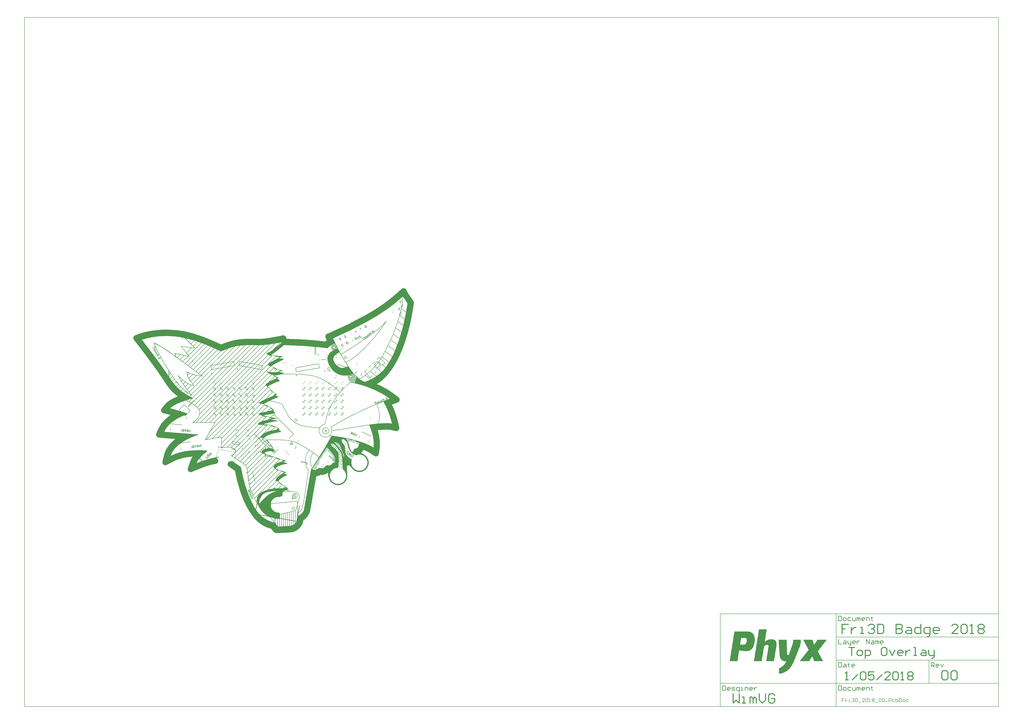
<source format=gto>
G04*
G04 #@! TF.GenerationSoftware,Altium Limited,Altium Designer,18.1.6 (161)*
G04*
G04 Layer_Color=65535*
%FSLAX25Y25*%
%MOIN*%
G70*
G01*
G75*
%ADD10C,0.00787*%
%ADD11C,0.09843*%
%ADD12C,0.01968*%
%ADD13C,0.00984*%
%ADD14C,0.00394*%
%ADD15C,0.00591*%
%ADD16C,0.01575*%
%ADD17C,0.01000*%
G36*
X215635Y389494D02*
X215722Y389491D01*
X215815Y389483D01*
X215916Y389472D01*
X216017Y389454D01*
X216122Y389434D01*
X216231Y389405D01*
X216339Y389372D01*
X216387Y389356D01*
X216421Y389341D01*
X216462Y389327D01*
X216511Y389302D01*
X216565Y389280D01*
X216625Y389253D01*
X216691Y389219D01*
X216756Y389185D01*
X216894Y389104D01*
X216966Y389057D01*
X217035Y389011D01*
X217102Y388958D01*
X217167Y388901D01*
X217170Y388896D01*
X217182Y388888D01*
X217199Y388871D01*
X217222Y388848D01*
X217251Y388819D01*
X217284Y388781D01*
X217318Y388743D01*
X217355Y388696D01*
X217397Y388647D01*
X217439Y388591D01*
X217480Y388530D01*
X217521Y388467D01*
X217563Y388399D01*
X217601Y388329D01*
X217637Y388255D01*
X217669Y388179D01*
X216933Y387851D01*
X216930Y387855D01*
X216922Y387877D01*
X216909Y387905D01*
X216887Y387943D01*
X216861Y387990D01*
X216829Y388043D01*
X216790Y388099D01*
X216745Y388160D01*
X216693Y388223D01*
X216635Y388289D01*
X216567Y388350D01*
X216496Y388413D01*
X216416Y388471D01*
X216327Y388527D01*
X216232Y388575D01*
X216129Y388613D01*
X216095Y388625D01*
X216070Y388629D01*
X216038Y388640D01*
X216003Y388648D01*
X215959Y388655D01*
X215912Y388663D01*
X215810Y388679D01*
X215693Y388687D01*
X215574Y388685D01*
X215510Y388679D01*
X215449Y388669D01*
X215446Y388670D01*
X215437Y388666D01*
X215416Y388661D01*
X215395Y388657D01*
X215365Y388648D01*
X215335Y388638D01*
X215257Y388611D01*
X215167Y388572D01*
X215070Y388524D01*
X214972Y388461D01*
X214877Y388386D01*
X214876Y388382D01*
X214866Y388374D01*
X214854Y388363D01*
X214837Y388345D01*
X214817Y388321D01*
X214793Y388295D01*
X214768Y388265D01*
X214740Y388228D01*
X214709Y388193D01*
X214679Y388149D01*
X214648Y388102D01*
X214618Y388050D01*
X214562Y387939D01*
X214537Y387878D01*
X214512Y387813D01*
X214511Y387810D01*
X214506Y387796D01*
X214500Y387779D01*
X214496Y387754D01*
X214485Y387723D01*
X214477Y387687D01*
X214470Y387643D01*
X214462Y387596D01*
X214446Y387494D01*
X214438Y387377D01*
X214440Y387258D01*
X214445Y387194D01*
X214456Y387133D01*
X214458Y387129D01*
X214459Y387121D01*
X214464Y387100D01*
X214468Y387079D01*
X214477Y387049D01*
X214485Y387016D01*
X214513Y386937D01*
X214551Y386848D01*
X214601Y386754D01*
X214663Y386653D01*
X214738Y386558D01*
X214742Y386557D01*
X214750Y386546D01*
X214761Y386535D01*
X214778Y386518D01*
X214803Y386498D01*
X214829Y386474D01*
X214859Y386448D01*
X214896Y386421D01*
X214936Y386392D01*
X214979Y386362D01*
X215026Y386330D01*
X215078Y386301D01*
X215190Y386245D01*
X215250Y386220D01*
X215315Y386195D01*
X215339Y386187D01*
X215371Y386180D01*
X215414Y386169D01*
X215464Y386160D01*
X215523Y386152D01*
X215590Y386144D01*
X215665Y386139D01*
X215749Y386137D01*
X215835Y386142D01*
X215926Y386150D01*
X216020Y386168D01*
X216117Y386193D01*
X216216Y386225D01*
X216319Y386268D01*
X216418Y386323D01*
X216805Y385612D01*
X216800Y385610D01*
X216787Y385603D01*
X216767Y385591D01*
X216738Y385573D01*
X216701Y385555D01*
X216660Y385535D01*
X216610Y385513D01*
X216556Y385489D01*
X216498Y385466D01*
X216433Y385442D01*
X216363Y385419D01*
X216287Y385399D01*
X216211Y385378D01*
X216133Y385362D01*
X216048Y385349D01*
X215964Y385339D01*
X215959Y385336D01*
X215944Y385338D01*
X215918Y385339D01*
X215885Y385334D01*
X215844Y385337D01*
X215794Y385338D01*
X215737Y385338D01*
X215677Y385343D01*
X215606Y385348D01*
X215536Y385356D01*
X215454Y385365D01*
X215374Y385380D01*
X215288Y385397D01*
X215198Y385416D01*
X215108Y385443D01*
X215017Y385469D01*
X214993Y385478D01*
X214963Y385491D01*
X214921Y385505D01*
X214871Y385526D01*
X214814Y385553D01*
X214751Y385582D01*
X214682Y385617D01*
X214608Y385657D01*
X214531Y385702D01*
X214450Y385749D01*
X214369Y385803D01*
X214286Y385865D01*
X214207Y385927D01*
X214130Y385995D01*
X214055Y386070D01*
X214050Y386076D01*
X214038Y386087D01*
X214020Y386112D01*
X213995Y386140D01*
X213962Y386182D01*
X213928Y386228D01*
X213891Y386279D01*
X213850Y386339D01*
X213808Y386407D01*
X213766Y386478D01*
X213723Y386554D01*
X213682Y386637D01*
X213646Y386726D01*
X213611Y386815D01*
X213579Y386914D01*
X213554Y387011D01*
X213553Y387019D01*
X213551Y387035D01*
X213545Y387064D01*
X213539Y387104D01*
X213533Y387152D01*
X213529Y387211D01*
X213525Y387278D01*
X213522Y387348D01*
X213519Y387430D01*
X213521Y387517D01*
X213528Y387607D01*
X213537Y387700D01*
X213551Y387799D01*
X213571Y387904D01*
X213597Y388006D01*
X213629Y388111D01*
X213631Y388118D01*
X213637Y388135D01*
X213651Y388165D01*
X213664Y388203D01*
X213685Y388253D01*
X213710Y388306D01*
X213739Y388369D01*
X213776Y388434D01*
X213815Y388505D01*
X213859Y388579D01*
X213908Y388654D01*
X213965Y388731D01*
X214021Y388808D01*
X214088Y388882D01*
X214156Y388959D01*
X214232Y389025D01*
X214238Y389031D01*
X214253Y389041D01*
X214275Y389061D01*
X214305Y389081D01*
X214346Y389110D01*
X214395Y389143D01*
X214449Y389179D01*
X214512Y389215D01*
X214579Y389254D01*
X214652Y389291D01*
X214734Y389329D01*
X214820Y389365D01*
X214908Y389401D01*
X215003Y389430D01*
X215100Y389455D01*
X215202Y389475D01*
X215210Y389476D01*
X215226Y389478D01*
X215258Y389482D01*
X215298Y389485D01*
X215349Y389490D01*
X215408Y389493D01*
X215475Y389498D01*
X215552Y389499D01*
X215635Y389494D01*
D02*
G37*
G36*
X212681Y377589D02*
X212704Y377589D01*
X212736Y377590D01*
X212773Y377589D01*
X212820Y377589D01*
X212873Y377586D01*
X212933Y377585D01*
X212997Y377579D01*
X213070Y377569D01*
X213147Y377559D01*
X213227Y377544D01*
X213313Y377526D01*
X213402Y377504D01*
X213494Y377481D01*
X213652Y377427D01*
X213682Y377413D01*
X213724Y377399D01*
X213764Y377382D01*
X213811Y377362D01*
X213862Y377341D01*
X213914Y377316D01*
X214030Y377258D01*
X214150Y377194D01*
X214268Y377124D01*
X214272Y377122D01*
X214285Y377114D01*
X214300Y377102D01*
X214321Y377087D01*
X214350Y377069D01*
X214381Y377047D01*
X214414Y377021D01*
X214455Y376992D01*
X214535Y376922D01*
X214624Y376846D01*
X214712Y376763D01*
X214792Y376671D01*
X214296Y376100D01*
X214291Y376106D01*
X214277Y376122D01*
X214254Y376145D01*
X214222Y376175D01*
X214182Y376216D01*
X214135Y376258D01*
X214082Y376307D01*
X214022Y376358D01*
X213952Y376412D01*
X213882Y376466D01*
X213804Y376520D01*
X213722Y376574D01*
X213632Y376624D01*
X213543Y376669D01*
X213446Y376713D01*
X213351Y376749D01*
X213317Y376761D01*
X213291Y376765D01*
X213260Y376776D01*
X213221Y376785D01*
X213182Y376794D01*
X213139Y376805D01*
X213044Y376818D01*
X212947Y376827D01*
X212852Y376829D01*
X212807Y376821D01*
X212765Y376812D01*
X212762Y376813D01*
X212756Y376807D01*
X212731Y376800D01*
X212694Y376782D01*
X212651Y376758D01*
X212602Y376725D01*
X212557Y376682D01*
X212515Y376627D01*
X212500Y376594D01*
X212485Y376560D01*
X212484Y376557D01*
X212483Y376554D01*
X212479Y376543D01*
X212478Y376528D01*
X212473Y376491D01*
X212472Y376442D01*
X212480Y376386D01*
X212489Y376356D01*
X212501Y376325D01*
X212517Y376292D01*
X212538Y376262D01*
X212562Y376231D01*
X212590Y376199D01*
X212593Y376198D01*
X212599Y376192D01*
X212607Y376182D01*
X212622Y376169D01*
X212640Y376155D01*
X212664Y376135D01*
X212692Y376114D01*
X212725Y376088D01*
X212758Y376061D01*
X212802Y376031D01*
X212846Y376001D01*
X212895Y375965D01*
X212952Y375931D01*
X213012Y375891D01*
X213075Y375851D01*
X213145Y375808D01*
X213149Y375807D01*
X213165Y375798D01*
X213183Y375784D01*
X213212Y375766D01*
X213247Y375743D01*
X213284Y375719D01*
X213328Y375689D01*
X213375Y375658D01*
X213475Y375589D01*
X213584Y375514D01*
X213689Y375437D01*
X213738Y375401D01*
X213783Y375363D01*
X213786Y375362D01*
X213796Y375355D01*
X213807Y375343D01*
X213821Y375327D01*
X213842Y375309D01*
X213864Y375286D01*
X213918Y375229D01*
X213979Y375159D01*
X214040Y375077D01*
X214097Y374984D01*
X214146Y374879D01*
X214149Y374875D01*
X214153Y374866D01*
X214156Y374849D01*
X214163Y374828D01*
X214170Y374802D01*
X214178Y374769D01*
X214189Y374731D01*
X214193Y374687D01*
X214197Y374643D01*
X214203Y374591D01*
X214203Y374534D01*
X214199Y374478D01*
X214193Y374414D01*
X214184Y374352D01*
X214165Y374285D01*
X214145Y374215D01*
X214144Y374212D01*
X214141Y374201D01*
X214135Y374184D01*
X214123Y374161D01*
X214111Y374135D01*
X214096Y374101D01*
X214079Y374065D01*
X214055Y374027D01*
X214004Y373944D01*
X213939Y373854D01*
X213901Y373810D01*
X213860Y373766D01*
X213811Y373725D01*
X213763Y373684D01*
X213758Y373681D01*
X213752Y373675D01*
X213737Y373665D01*
X213713Y373650D01*
X213689Y373635D01*
X213655Y373616D01*
X213619Y373598D01*
X213577Y373577D01*
X213528Y373555D01*
X213478Y373534D01*
X213422Y373514D01*
X213362Y373496D01*
X213298Y373479D01*
X213228Y373464D01*
X213156Y373454D01*
X213080Y373445D01*
X213076Y373446D01*
X213060Y373444D01*
X213037Y373444D01*
X213006Y373443D01*
X212968Y373444D01*
X212922Y373444D01*
X212869Y373447D01*
X212809Y373452D01*
X212741Y373455D01*
X212671Y373464D01*
X212594Y373474D01*
X212511Y373491D01*
X212425Y373508D01*
X212336Y373530D01*
X212245Y373557D01*
X212147Y373586D01*
X212103Y373601D01*
X212073Y373615D01*
X212031Y373629D01*
X211984Y373649D01*
X211934Y373670D01*
X211876Y373693D01*
X211813Y373722D01*
X211746Y373752D01*
X211681Y373785D01*
X211608Y373821D01*
X211464Y373905D01*
X211318Y373996D01*
X211314Y373997D01*
X211303Y374009D01*
X211281Y374024D01*
X211256Y374040D01*
X211226Y374065D01*
X211189Y374093D01*
X211150Y374126D01*
X211105Y374164D01*
X211014Y374245D01*
X210922Y374337D01*
X210832Y374436D01*
X210789Y374489D01*
X210752Y374540D01*
X211270Y375099D01*
X211273Y375094D01*
X211279Y375089D01*
X211289Y375074D01*
X211305Y375053D01*
X211321Y375032D01*
X211346Y375004D01*
X211370Y374973D01*
X211401Y374940D01*
X211431Y374903D01*
X211469Y374867D01*
X211509Y374827D01*
X211553Y374785D01*
X211647Y374700D01*
X211753Y374614D01*
X211756Y374613D01*
X211765Y374606D01*
X211784Y374592D01*
X211805Y374577D01*
X211831Y374561D01*
X211865Y374538D01*
X211903Y374513D01*
X211946Y374491D01*
X211990Y374465D01*
X212038Y374437D01*
X212147Y374381D01*
X212263Y374327D01*
X212386Y374282D01*
X212420Y374270D01*
X212449Y374264D01*
X212480Y374254D01*
X212516Y374246D01*
X212555Y374236D01*
X212601Y374225D01*
X212695Y374208D01*
X212792Y374199D01*
X212886Y374194D01*
X212933Y374197D01*
X212975Y374206D01*
X212978Y374205D01*
X212984Y374211D01*
X213009Y374218D01*
X213045Y374233D01*
X213091Y374255D01*
X213141Y374289D01*
X213185Y374328D01*
X213225Y374379D01*
X213239Y374409D01*
X213254Y374443D01*
X213256Y374449D01*
X213262Y374467D01*
X213264Y374493D01*
X213267Y374527D01*
X213265Y374566D01*
X213260Y374609D01*
X213246Y374657D01*
X213223Y374703D01*
X213220Y374707D01*
X213210Y374722D01*
X213192Y374748D01*
X213168Y374779D01*
X213137Y374812D01*
X213096Y374853D01*
X213053Y374894D01*
X213001Y374935D01*
X212998Y374936D01*
X212996Y374940D01*
X212986Y374948D01*
X212974Y374956D01*
X212958Y374965D01*
X212943Y374977D01*
X212896Y375009D01*
X212837Y375051D01*
X212768Y375098D01*
X212689Y375148D01*
X212597Y375205D01*
X212593Y375206D01*
X212577Y375216D01*
X212559Y375230D01*
X212530Y375247D01*
X212496Y375270D01*
X212458Y375294D01*
X212413Y375321D01*
X212366Y375352D01*
X212263Y375422D01*
X212157Y375496D01*
X212052Y375573D01*
X212003Y375609D01*
X211955Y375648D01*
X211951Y375649D01*
X211946Y375655D01*
X211931Y375668D01*
X211917Y375684D01*
X211896Y375703D01*
X211873Y375726D01*
X211819Y375782D01*
X211762Y375851D01*
X211702Y375937D01*
X211645Y376029D01*
X211593Y376135D01*
X211590Y376140D01*
X211589Y376148D01*
X211583Y376165D01*
X211576Y376187D01*
X211570Y376216D01*
X211562Y376249D01*
X211555Y376286D01*
X211551Y376330D01*
X211544Y376378D01*
X211542Y376429D01*
X211541Y376483D01*
X211545Y376543D01*
X211551Y376606D01*
X211562Y376672D01*
X211581Y376738D01*
X211600Y376809D01*
X211602Y376812D01*
X211605Y376822D01*
X211611Y376839D01*
X211623Y376863D01*
X211636Y376892D01*
X211650Y376922D01*
X211668Y376962D01*
X211692Y377000D01*
X211743Y377083D01*
X211809Y377176D01*
X211846Y377218D01*
X211887Y377261D01*
X211932Y377304D01*
X211981Y377345D01*
X211985Y377347D01*
X211991Y377353D01*
X212011Y377365D01*
X212030Y377378D01*
X212055Y377393D01*
X212088Y377412D01*
X212126Y377434D01*
X212168Y377455D01*
X212213Y377474D01*
X212266Y377495D01*
X212323Y377518D01*
X212383Y377536D01*
X212446Y377553D01*
X212513Y377569D01*
X212586Y377579D01*
X212662Y377588D01*
X212667Y377590D01*
X212681Y377589D01*
D02*
G37*
G36*
X220079Y398031D02*
X214519Y393659D01*
X201575Y382283D01*
X190059Y373622D01*
Y374420D01*
X185039Y370472D01*
X160236Y355512D01*
X130709Y339764D01*
X99853Y325590D01*
X103647Y317321D01*
X100787Y316210D01*
X95669Y313779D01*
X91287Y309267D01*
X63386Y312598D01*
X17717Y314683D01*
X17380Y314965D01*
X7480Y306299D01*
X-5512Y297551D01*
X-10630Y298819D01*
X-12205Y299824D01*
X-5512Y302756D01*
X2362Y307874D01*
X9843Y314405D01*
X13852Y317925D01*
X13543Y318184D01*
X12670Y320079D01*
X-5906Y316072D01*
X-19291Y314266D01*
X-28196Y314567D01*
X-47244Y314486D01*
X-58661Y313779D01*
X-72441Y310630D01*
X-85045Y305831D01*
X-89662Y303990D01*
X-89801Y304196D01*
Y303990D01*
X-111811Y313779D01*
X-135433Y322441D01*
X-154331Y327165D01*
X-174016Y329921D01*
X-193701Y329528D01*
X-213779Y326378D01*
X-224645Y323432D01*
X-216535Y312992D01*
X-191732Y279921D01*
X-175836Y256299D01*
X-167323Y244488D01*
X-158897Y236614D01*
X-147244Y229341D01*
X-139764Y225197D01*
X-139430Y224417D01*
X-138990Y224391D01*
X-159843Y217048D01*
X-170472Y212205D01*
X-176735Y206641D01*
X-160765Y202197D01*
X-160784Y202099D01*
X-154168Y200114D01*
X-147572Y198031D01*
X-148819Y197421D01*
X-147155Y196781D01*
X-150591Y195669D01*
X-154724Y194095D01*
X-160070Y191920D01*
X-166929Y188189D01*
X-170866Y185433D01*
X-179982Y177559D01*
X-184252Y171653D01*
X-186595Y166646D01*
X-176378Y165748D01*
X-179921Y162598D01*
X-190157Y163779D01*
X-186734Y170472D01*
X-181102Y185827D01*
X-166142Y196063D01*
X-164359Y198236D01*
X-172441Y201969D01*
X-183071Y202756D01*
X-180315Y212598D01*
X-154590Y224359D01*
X-181496Y254724D01*
X-214567Y300000D01*
X-233100Y325197D01*
X-220866Y332283D01*
X-193307Y336614D01*
X-142913Y331496D01*
X-89801Y311417D01*
Y311068D01*
X-55118Y319291D01*
X15354Y324410D01*
X20079Y320079D01*
X74803Y317323D01*
X86221Y314567D01*
X92520Y320238D01*
X92259Y329134D01*
X190157Y382283D01*
X218898Y400787D01*
X220079Y398031D01*
D02*
G37*
G36*
X155926Y347636D02*
X155931Y347634D01*
X155947Y347634D01*
X155970Y347629D01*
X156004Y347625D01*
X156044Y347617D01*
X156091Y347604D01*
X156147Y347590D01*
X156203Y347573D01*
X156267Y347551D01*
X156336Y347524D01*
X156408Y347495D01*
X156481Y347461D01*
X156554Y347420D01*
X156633Y347374D01*
X156707Y347321D01*
X156783Y347265D01*
X156788Y347263D01*
X156803Y347250D01*
X156824Y347232D01*
X156849Y347204D01*
X156885Y347172D01*
X156924Y347134D01*
X156967Y347087D01*
X157019Y347031D01*
X157072Y346972D01*
X157125Y346905D01*
X157181Y346831D01*
X157240Y346750D01*
X157295Y346664D01*
X157353Y346570D01*
X157409Y346472D01*
X157465Y346366D01*
X157468Y346359D01*
X157477Y346340D01*
X157492Y346310D01*
X157509Y346266D01*
X157530Y346215D01*
X157555Y346155D01*
X157581Y346086D01*
X157608Y346014D01*
X157633Y345929D01*
X157658Y345845D01*
X157686Y345753D01*
X157707Y345662D01*
X157725Y345566D01*
X157741Y345468D01*
X157751Y345372D01*
X157755Y345272D01*
X157753Y345267D01*
X157755Y345248D01*
X157755Y345223D01*
X157753Y345186D01*
X157750Y345140D01*
X157743Y345088D01*
X157740Y345030D01*
X157729Y344968D01*
X157715Y344897D01*
X157702Y344825D01*
X157682Y344750D01*
X157658Y344674D01*
X157631Y344596D01*
X157599Y344520D01*
X157564Y344442D01*
X157520Y344368D01*
X157518Y344363D01*
X157508Y344350D01*
X157493Y344331D01*
X157474Y344305D01*
X157449Y344272D01*
X157419Y344234D01*
X157383Y344192D01*
X157343Y344148D01*
X157297Y344101D01*
X157245Y344051D01*
X157189Y344000D01*
X157128Y343950D01*
X157059Y343900D01*
X156989Y343854D01*
X156910Y343807D01*
X156830Y343764D01*
X156788Y343743D01*
X156753Y343731D01*
X156712Y343715D01*
X156663Y343699D01*
X156611Y343682D01*
X156552Y343661D01*
X156484Y343644D01*
X156415Y343626D01*
X156342Y343611D01*
X156262Y343600D01*
X156182Y343590D01*
X156099Y343586D01*
X156014Y343585D01*
X155930Y343592D01*
X155925Y343594D01*
X155909Y343594D01*
X155886Y343599D01*
X155853Y343608D01*
X155814Y343613D01*
X155764Y343625D01*
X155712Y343640D01*
X155654Y343660D01*
X155587Y343680D01*
X155522Y343705D01*
X155451Y343735D01*
X155376Y343772D01*
X155304Y343813D01*
X155226Y343856D01*
X155151Y343909D01*
X155076Y343965D01*
X155069Y343970D01*
X155056Y343980D01*
X155035Y343998D01*
X155009Y344026D01*
X154974Y344057D01*
X154934Y344098D01*
X154890Y344146D01*
X154840Y344199D01*
X154787Y344258D01*
X154732Y344328D01*
X154676Y344402D01*
X154617Y344483D01*
X154562Y344569D01*
X154505Y344663D01*
X154448Y344761D01*
X154393Y344867D01*
X154391Y344871D01*
X154389Y344874D01*
X154380Y344894D01*
X154365Y344923D01*
X154348Y344967D01*
X154327Y345018D01*
X154302Y345078D01*
X154277Y345147D01*
X154253Y345220D01*
X154224Y345304D01*
X154199Y345389D01*
X154176Y345478D01*
X154150Y345571D01*
X154132Y345668D01*
X154116Y345765D01*
X154106Y345862D01*
X154104Y345958D01*
X154105Y345963D01*
X154104Y345982D01*
X154104Y346006D01*
X154106Y346044D01*
X154108Y346090D01*
X154115Y346142D01*
X154119Y346200D01*
X154130Y346262D01*
X154140Y346332D01*
X154157Y346405D01*
X154177Y346480D01*
X154198Y346554D01*
X154224Y346632D01*
X154256Y346708D01*
X154294Y346788D01*
X154336Y346861D01*
X154337Y346865D01*
X154347Y346878D01*
X154362Y346898D01*
X154380Y346927D01*
X154405Y346959D01*
X154436Y346995D01*
X154473Y347037D01*
X154514Y347085D01*
X154560Y347132D01*
X154609Y347180D01*
X154667Y347228D01*
X154729Y347283D01*
X154795Y347331D01*
X154868Y347379D01*
X154944Y347424D01*
X155024Y347467D01*
X155066Y347488D01*
X155101Y347501D01*
X155141Y347517D01*
X155191Y347533D01*
X155246Y347552D01*
X155305Y347572D01*
X155370Y347588D01*
X155442Y347607D01*
X155517Y347619D01*
X155592Y347631D01*
X155673Y347639D01*
X155756Y347643D01*
X155841Y347643D01*
X155926Y347636D01*
D02*
G37*
G36*
X148842Y339941D02*
X148014Y339537D01*
X146590Y342455D01*
X145871Y342104D01*
X145545Y342772D01*
X147093Y343526D01*
X148842Y339941D01*
D02*
G37*
G36*
X168600Y338555D02*
X168595Y338556D01*
X168584Y338552D01*
X168566Y338553D01*
X168537Y338550D01*
X168505Y338545D01*
X168470Y338538D01*
X168427Y338529D01*
X168375Y338520D01*
X168323Y338505D01*
X168265Y338486D01*
X168209Y338464D01*
X168145Y338436D01*
X168080Y338408D01*
X168011Y338372D01*
X167947Y338331D01*
X167876Y338286D01*
X167859Y338273D01*
X167840Y338255D01*
X167810Y338234D01*
X167777Y338206D01*
X167742Y338172D01*
X167704Y338132D01*
X167660Y338087D01*
X167620Y338036D01*
X167577Y337984D01*
X167539Y337925D01*
X167499Y337861D01*
X167465Y337796D01*
X167435Y337726D01*
X167412Y337651D01*
X167394Y337576D01*
X167393Y337571D01*
X167393Y337558D01*
X167390Y337538D01*
X167387Y337504D01*
X167386Y337468D01*
X167388Y337420D01*
X167390Y337368D01*
X167399Y337312D01*
X167409Y337247D01*
X167421Y337180D01*
X167442Y337106D01*
X167466Y337029D01*
X167497Y336948D01*
X167532Y336866D01*
X167577Y336778D01*
X167631Y336690D01*
X167631Y336696D01*
X167637Y336713D01*
X167641Y336738D01*
X167652Y336773D01*
X167665Y336818D01*
X167684Y336867D01*
X167708Y336920D01*
X167735Y336983D01*
X167772Y337050D01*
X167815Y337116D01*
X167861Y337189D01*
X167917Y337261D01*
X167982Y337333D01*
X168054Y337407D01*
X168137Y337479D01*
X168230Y337550D01*
X168259Y337571D01*
X168285Y337585D01*
X168312Y337604D01*
X168347Y337624D01*
X168386Y337643D01*
X168427Y337668D01*
X168478Y337691D01*
X168527Y337716D01*
X168639Y337760D01*
X168760Y337797D01*
X168823Y337815D01*
X168887Y337825D01*
X168890Y337827D01*
X168903Y337828D01*
X168919Y337830D01*
X168946Y337831D01*
X168978Y337836D01*
X169012Y337838D01*
X169101Y337839D01*
X169202Y337835D01*
X169312Y337824D01*
X169428Y337799D01*
X169547Y337758D01*
X169552Y337757D01*
X169559Y337754D01*
X169578Y337745D01*
X169600Y337734D01*
X169626Y337721D01*
X169657Y337703D01*
X169690Y337682D01*
X169728Y337660D01*
X169771Y337632D01*
X169810Y337601D01*
X169853Y337565D01*
X169899Y337526D01*
X169986Y337441D01*
X170027Y337390D01*
X170070Y337336D01*
X170072Y337333D01*
X170081Y337321D01*
X170094Y337303D01*
X170105Y337280D01*
X170124Y337248D01*
X170144Y337214D01*
X170165Y337171D01*
X170187Y337128D01*
X170232Y337026D01*
X170272Y336907D01*
X170288Y336847D01*
X170300Y336780D01*
X170310Y336716D01*
X170314Y336647D01*
X170314Y336642D01*
X170314Y336629D01*
X170313Y336611D01*
X170314Y336584D01*
X170311Y336551D01*
X170310Y336515D01*
X170303Y336474D01*
X170298Y336425D01*
X170286Y336372D01*
X170275Y336320D01*
X170262Y336262D01*
X170247Y336202D01*
X170224Y336140D01*
X170200Y336079D01*
X170137Y335954D01*
X170134Y335952D01*
X170130Y335940D01*
X170119Y335923D01*
X170105Y335899D01*
X170084Y335872D01*
X170060Y335837D01*
X170033Y335799D01*
X170003Y335760D01*
X169967Y335717D01*
X169925Y335669D01*
X169883Y335621D01*
X169836Y335574D01*
X169728Y335475D01*
X169670Y335430D01*
X169607Y335380D01*
X169578Y335359D01*
X169558Y335350D01*
X169540Y335337D01*
X169490Y335306D01*
X169430Y335272D01*
X169355Y335232D01*
X169273Y335197D01*
X169181Y335157D01*
X169080Y335117D01*
X168975Y335083D01*
X168860Y335055D01*
X168744Y335030D01*
X168624Y335016D01*
X168498Y335012D01*
X168371Y335015D01*
X168244Y335036D01*
X168237Y335040D01*
X168211Y335044D01*
X168177Y335055D01*
X168130Y335071D01*
X168069Y335095D01*
X168000Y335122D01*
X167920Y335159D01*
X167834Y335205D01*
X167741Y335260D01*
X167642Y335323D01*
X167540Y335398D01*
X167435Y335484D01*
X167329Y335582D01*
X167222Y335694D01*
X167112Y335817D01*
X167010Y335955D01*
X167008Y335958D01*
X167006Y335961D01*
X167000Y335969D01*
X166993Y335978D01*
X166972Y336008D01*
X166948Y336049D01*
X166917Y336098D01*
X166883Y336159D01*
X166845Y336225D01*
X166805Y336300D01*
X166763Y336377D01*
X166723Y336465D01*
X166686Y336555D01*
X166650Y336650D01*
X166617Y336747D01*
X166586Y336846D01*
X166562Y336949D01*
X166545Y337049D01*
X166544Y337057D01*
X166541Y337073D01*
X166538Y337102D01*
X166537Y337141D01*
X166535Y337189D01*
X166534Y337246D01*
X166534Y337309D01*
X166536Y337382D01*
X166544Y337459D01*
X166551Y337536D01*
X166566Y337622D01*
X166581Y337708D01*
X166603Y337796D01*
X166629Y337885D01*
X166663Y337976D01*
X166703Y338063D01*
X166704Y338068D01*
X166715Y338085D01*
X166729Y338109D01*
X166745Y338142D01*
X166770Y338182D01*
X166802Y338232D01*
X166837Y338283D01*
X166879Y338344D01*
X166925Y338404D01*
X166981Y338471D01*
X167039Y338539D01*
X167103Y338607D01*
X167173Y338679D01*
X167252Y338749D01*
X167334Y338816D01*
X167424Y338884D01*
X167468Y338916D01*
X167494Y338930D01*
X167521Y338948D01*
X167553Y338967D01*
X167588Y338992D01*
X167669Y339036D01*
X167761Y339088D01*
X167861Y339137D01*
X167964Y339179D01*
X167967Y339181D01*
X167979Y339184D01*
X167992Y339190D01*
X168012Y339200D01*
X168037Y339209D01*
X168067Y339216D01*
X168136Y339239D01*
X168216Y339259D01*
X168303Y339281D01*
X168394Y339297D01*
X168487Y339305D01*
X168600Y338555D01*
D02*
G37*
G36*
X139234Y337859D02*
X140124Y338293D01*
X140429Y337668D01*
X139539Y337234D01*
X139963Y336364D01*
X139303Y336041D01*
X138878Y336912D01*
X137991Y336479D01*
X137687Y337104D01*
X138573Y337537D01*
X138149Y338407D01*
X138810Y338729D01*
X139234Y337859D01*
D02*
G37*
G36*
X161314Y333061D02*
X161359Y333061D01*
X161405Y333059D01*
X161459Y333052D01*
X161518Y333045D01*
X161576Y333037D01*
X161639Y333024D01*
X161707Y333005D01*
X161774Y332986D01*
X161843Y332959D01*
X161908Y332929D01*
X161975Y332892D01*
X161626Y332189D01*
X161621Y332189D01*
X161607Y332197D01*
X161582Y332206D01*
X161553Y332217D01*
X161513Y332229D01*
X161468Y332241D01*
X161417Y332250D01*
X161362Y332259D01*
X161300Y332265D01*
X161237Y332265D01*
X161172Y332263D01*
X161102Y332254D01*
X161034Y332236D01*
X160962Y332212D01*
X160891Y332179D01*
X160821Y332134D01*
X160794Y332115D01*
X160776Y332097D01*
X160754Y332077D01*
X160726Y332053D01*
X160701Y332026D01*
X160672Y331992D01*
X160612Y331919D01*
X160584Y331876D01*
X160558Y331826D01*
X160534Y331778D01*
X160512Y331727D01*
X160495Y331670D01*
X160482Y331612D01*
X160481Y331607D01*
X160480Y331596D01*
X160477Y331581D01*
X160476Y331558D01*
X160479Y331529D01*
X160476Y331495D01*
X160480Y331458D01*
X160483Y331416D01*
X160491Y331367D01*
X160503Y331318D01*
X160515Y331264D01*
X160535Y331211D01*
X160557Y331155D01*
X160586Y331096D01*
X160618Y331038D01*
X160657Y330977D01*
X160659Y330974D01*
X160668Y330962D01*
X160678Y330947D01*
X160698Y330925D01*
X160720Y330901D01*
X160744Y330873D01*
X160775Y330842D01*
X160811Y330809D01*
X160889Y330744D01*
X160933Y330713D01*
X160983Y330681D01*
X161033Y330655D01*
X161090Y330632D01*
X161144Y330612D01*
X161202Y330600D01*
X161207Y330599D01*
X161217Y330597D01*
X161232Y330595D01*
X161255Y330594D01*
X161287Y330594D01*
X161318Y330593D01*
X161357Y330595D01*
X161398Y330601D01*
X161440Y330604D01*
X161491Y330614D01*
X161540Y330627D01*
X161592Y330641D01*
X161645Y330661D01*
X161699Y330686D01*
X161751Y330714D01*
X161806Y330749D01*
X161824Y330761D01*
X161840Y330777D01*
X161864Y330799D01*
X161890Y330826D01*
X161921Y330857D01*
X161951Y330896D01*
X161985Y330943D01*
X162017Y330992D01*
X162047Y331045D01*
X162073Y331108D01*
X162097Y331174D01*
X162114Y331245D01*
X162125Y331324D01*
X162126Y331405D01*
X162122Y331491D01*
X162903Y331587D01*
X162902Y331582D01*
X162906Y331571D01*
X162909Y331546D01*
X162910Y331520D01*
X162914Y331483D01*
X162917Y331441D01*
X162918Y331396D01*
X162919Y331344D01*
X162915Y331287D01*
X162910Y331225D01*
X162905Y331164D01*
X162891Y331095D01*
X162876Y331027D01*
X162857Y330960D01*
X162832Y330889D01*
X162802Y330818D01*
X162801Y330813D01*
X162794Y330804D01*
X162783Y330782D01*
X162768Y330753D01*
X162749Y330722D01*
X162727Y330684D01*
X162699Y330642D01*
X162665Y330596D01*
X162625Y330545D01*
X162585Y330494D01*
X162537Y330437D01*
X162486Y330383D01*
X162429Y330325D01*
X162370Y330270D01*
X162301Y330216D01*
X162229Y330160D01*
X162190Y330133D01*
X162159Y330115D01*
X162124Y330095D01*
X162080Y330068D01*
X162029Y330040D01*
X161977Y330012D01*
X161914Y329981D01*
X161851Y329950D01*
X161709Y329893D01*
X161632Y329870D01*
X161555Y329846D01*
X161478Y329828D01*
X161395Y329813D01*
X161390Y329814D01*
X161374Y329811D01*
X161353Y329810D01*
X161320Y329805D01*
X161281Y329804D01*
X161237Y329803D01*
X161184Y329802D01*
X161130Y329803D01*
X161070Y329805D01*
X161003Y329811D01*
X160936Y329817D01*
X160865Y329829D01*
X160795Y329847D01*
X160722Y329861D01*
X160650Y329887D01*
X160577Y329915D01*
X160572Y329915D01*
X160557Y329923D01*
X160538Y329932D01*
X160514Y329946D01*
X160478Y329965D01*
X160440Y329987D01*
X160398Y330015D01*
X160351Y330044D01*
X160299Y330079D01*
X160248Y330119D01*
X160194Y330165D01*
X160136Y330213D01*
X160085Y330266D01*
X160030Y330325D01*
X159976Y330389D01*
X159924Y330455D01*
X159922Y330458D01*
X159912Y330473D01*
X159899Y330491D01*
X159883Y330520D01*
X159863Y330555D01*
X159838Y330595D01*
X159815Y330641D01*
X159790Y330695D01*
X159763Y330752D01*
X159739Y330810D01*
X159713Y330877D01*
X159688Y330944D01*
X159669Y331015D01*
X159653Y331089D01*
X159639Y331164D01*
X159632Y331244D01*
X159633Y331249D01*
X159632Y331262D01*
X159628Y331286D01*
X159631Y331314D01*
X159629Y331354D01*
X159634Y331397D01*
X159635Y331447D01*
X159639Y331503D01*
X159649Y331564D01*
X159660Y331625D01*
X159674Y331693D01*
X159691Y331764D01*
X159711Y331836D01*
X159736Y331907D01*
X159767Y331983D01*
X159800Y332056D01*
X159801Y332061D01*
X159811Y332072D01*
X159822Y332094D01*
X159838Y332122D01*
X159859Y332155D01*
X159884Y332196D01*
X159915Y332240D01*
X159952Y332289D01*
X159992Y332339D01*
X160037Y332394D01*
X160086Y332451D01*
X160140Y332507D01*
X160197Y332566D01*
X160259Y332623D01*
X160328Y332677D01*
X160400Y332732D01*
X160439Y332760D01*
X160470Y332778D01*
X160505Y332798D01*
X160549Y332825D01*
X160597Y332850D01*
X160649Y332878D01*
X160709Y332907D01*
X160774Y332936D01*
X160910Y332988D01*
X160982Y333013D01*
X161056Y333034D01*
X161132Y333047D01*
X161209Y333058D01*
X161214Y333057D01*
X161227Y333057D01*
X161249Y333059D01*
X161278Y333062D01*
X161314Y333061D01*
D02*
G37*
G36*
X162879Y334044D02*
X162880Y334049D01*
X162881Y334054D01*
X162884Y334070D01*
X162889Y334087D01*
X162900Y334135D01*
X162918Y334197D01*
X162943Y334268D01*
X162977Y334346D01*
X163017Y334428D01*
X163068Y334514D01*
X163071Y334516D01*
X163075Y334523D01*
X163085Y334534D01*
X163095Y334551D01*
X163112Y334572D01*
X163128Y334592D01*
X163149Y334620D01*
X163174Y334647D01*
X163229Y334708D01*
X163295Y334773D01*
X163372Y334841D01*
X163458Y334907D01*
X163479Y334922D01*
X163505Y334936D01*
X163538Y334959D01*
X163580Y334981D01*
X163632Y335008D01*
X163689Y335035D01*
X163754Y335064D01*
X163821Y335089D01*
X163895Y335115D01*
X163975Y335136D01*
X164056Y335154D01*
X164139Y335168D01*
X164229Y335174D01*
X164315Y335172D01*
X164407Y335162D01*
X164412Y335161D01*
X164427Y335159D01*
X164455Y335151D01*
X164490Y335140D01*
X164532Y335131D01*
X164581Y335112D01*
X164637Y335084D01*
X164700Y335058D01*
X164767Y335020D01*
X164833Y334978D01*
X164908Y334929D01*
X164982Y334869D01*
X165058Y334799D01*
X165134Y334723D01*
X165209Y334638D01*
X165283Y334539D01*
X166300Y333109D01*
X165573Y332592D01*
X164637Y333910D01*
X164635Y333912D01*
X164628Y333921D01*
X164616Y333939D01*
X164600Y333955D01*
X164581Y333981D01*
X164559Y334006D01*
X164530Y334034D01*
X164504Y334065D01*
X164435Y334124D01*
X164359Y334181D01*
X164279Y334231D01*
X164237Y334246D01*
X164192Y334259D01*
X164190Y334262D01*
X164182Y334260D01*
X164151Y334265D01*
X164105Y334268D01*
X164044Y334265D01*
X163972Y334254D01*
X163893Y334233D01*
X163803Y334196D01*
X163759Y334170D01*
X163713Y334141D01*
X163686Y334122D01*
X163670Y334107D01*
X163649Y334087D01*
X163624Y334065D01*
X163599Y334038D01*
X163570Y334009D01*
X163514Y333937D01*
X163487Y333900D01*
X163461Y333855D01*
X163440Y333809D01*
X163419Y333763D01*
X163406Y333713D01*
X163394Y333660D01*
X163393Y333655D01*
X163394Y333647D01*
X163392Y333632D01*
X163393Y333610D01*
X163394Y333584D01*
X163394Y333553D01*
X163398Y333516D01*
X163405Y333475D01*
X163413Y333432D01*
X163426Y333383D01*
X163441Y333336D01*
X163460Y333278D01*
X163485Y333224D01*
X163514Y333165D01*
X163551Y333106D01*
X163592Y333042D01*
X164470Y331808D01*
X163743Y331291D01*
X161294Y334735D01*
X162021Y335252D01*
X162879Y334044D01*
D02*
G37*
G36*
X131791Y333009D02*
X130341Y332302D01*
X130028Y332944D01*
X131478Y333651D01*
X131791Y333009D01*
D02*
G37*
G36*
X155233Y328629D02*
X155295Y328624D01*
X155357Y328619D01*
X155426Y328610D01*
X155497Y328598D01*
X155567Y328581D01*
X155639Y328561D01*
X155711Y328536D01*
X155784Y328508D01*
X155789Y328507D01*
X155802Y328502D01*
X155823Y328491D01*
X155847Y328476D01*
X155883Y328457D01*
X155921Y328435D01*
X155961Y328410D01*
X156010Y328378D01*
X156060Y328346D01*
X156111Y328306D01*
X156166Y328261D01*
X156220Y328215D01*
X156274Y328159D01*
X156327Y328103D01*
X156381Y328039D01*
X156433Y327973D01*
X156435Y327970D01*
X156445Y327955D01*
X156458Y327937D01*
X156474Y327908D01*
X156494Y327874D01*
X156519Y327833D01*
X156544Y327784D01*
X156570Y327735D01*
X156594Y327677D01*
X156620Y327615D01*
X156649Y327550D01*
X156671Y327481D01*
X156690Y327410D01*
X156709Y327334D01*
X156722Y327258D01*
X156729Y327179D01*
X156728Y327174D01*
X156729Y327161D01*
X156730Y327139D01*
X156730Y327108D01*
X156729Y327072D01*
X156730Y327027D01*
X156724Y326978D01*
X156720Y326922D01*
X156713Y326863D01*
X156702Y326802D01*
X156691Y326736D01*
X156674Y326666D01*
X156652Y326597D01*
X156629Y326522D01*
X156599Y326452D01*
X156566Y326379D01*
X156565Y326374D01*
X156555Y326362D01*
X156544Y326341D01*
X156531Y326314D01*
X156510Y326281D01*
X156483Y326244D01*
X156452Y326200D01*
X156418Y326153D01*
X156380Y326100D01*
X156337Y326047D01*
X156286Y325993D01*
X156233Y325937D01*
X156176Y325878D01*
X156114Y325821D01*
X156048Y325769D01*
X155976Y325714D01*
X155937Y325686D01*
X155908Y325670D01*
X155870Y325648D01*
X155827Y325621D01*
X155778Y325596D01*
X155724Y325566D01*
X155664Y325537D01*
X155601Y325505D01*
X155461Y325451D01*
X155384Y325427D01*
X155310Y325406D01*
X155231Y325385D01*
X155151Y325373D01*
X155146Y325374D01*
X155129Y325371D01*
X155108Y325369D01*
X155079Y325366D01*
X155040Y325365D01*
X154995Y325365D01*
X154943Y325363D01*
X154888Y325365D01*
X154829Y325367D01*
X154765Y325375D01*
X154698Y325381D01*
X154627Y325393D01*
X154557Y325410D01*
X154483Y325425D01*
X154412Y325450D01*
X154338Y325479D01*
X154333Y325479D01*
X154319Y325487D01*
X154303Y325498D01*
X154276Y325510D01*
X154240Y325529D01*
X154202Y325551D01*
X154160Y325579D01*
X154115Y325610D01*
X154064Y325645D01*
X154013Y325685D01*
X153958Y325731D01*
X153901Y325779D01*
X153847Y325830D01*
X153795Y325891D01*
X153740Y325955D01*
X153689Y326022D01*
X153687Y326024D01*
X153676Y326039D01*
X153663Y326057D01*
X153647Y326086D01*
X153627Y326121D01*
X153603Y326161D01*
X153579Y326207D01*
X153551Y326259D01*
X153527Y326318D01*
X153500Y326374D01*
X153475Y326441D01*
X153453Y326510D01*
X153434Y326581D01*
X153417Y326655D01*
X153404Y326730D01*
X153393Y326807D01*
X153394Y326813D01*
X153394Y326826D01*
X153390Y326850D01*
X153392Y326878D01*
X153391Y326918D01*
X153396Y326961D01*
X153396Y327010D01*
X153401Y327067D01*
X153408Y327126D01*
X153421Y327189D01*
X153432Y327255D01*
X153449Y327325D01*
X153470Y327398D01*
X153495Y327469D01*
X153523Y327543D01*
X153556Y327615D01*
X153557Y327620D01*
X153567Y327632D01*
X153578Y327653D01*
X153593Y327682D01*
X153614Y327715D01*
X153639Y327755D01*
X153667Y327797D01*
X153704Y327846D01*
X153744Y327897D01*
X153787Y327950D01*
X153836Y328007D01*
X153890Y328063D01*
X153947Y328121D01*
X154008Y328178D01*
X154075Y328230D01*
X154147Y328286D01*
X154185Y328313D01*
X154214Y328329D01*
X154252Y328351D01*
X154295Y328378D01*
X154344Y328404D01*
X154399Y328434D01*
X154458Y328463D01*
X154523Y328491D01*
X154663Y328546D01*
X154735Y328570D01*
X154812Y328593D01*
X154890Y328609D01*
X154971Y328622D01*
X154976Y328621D01*
X154992Y328623D01*
X155013Y328625D01*
X155042Y328628D01*
X155082Y328629D01*
X155126Y328629D01*
X155179Y328631D01*
X155233Y328629D01*
D02*
G37*
G36*
X160323Y328859D02*
X159635Y328369D01*
X159424Y328666D01*
X159423Y328661D01*
X159422Y328656D01*
X159419Y328641D01*
X159416Y328620D01*
X159407Y328569D01*
X159394Y328506D01*
X159373Y328429D01*
X159343Y328345D01*
X159306Y328260D01*
X159257Y328172D01*
X159254Y328170D01*
X159250Y328163D01*
X159242Y328148D01*
X159230Y328135D01*
X159216Y328116D01*
X159202Y328093D01*
X159179Y328068D01*
X159159Y328040D01*
X159104Y327978D01*
X159043Y327913D01*
X158970Y327847D01*
X158886Y327783D01*
X158865Y327768D01*
X158836Y327752D01*
X158801Y327732D01*
X158758Y327706D01*
X158703Y327676D01*
X158643Y327646D01*
X158579Y327618D01*
X158506Y327589D01*
X158431Y327562D01*
X158349Y327540D01*
X158264Y327520D01*
X158176Y327506D01*
X158086Y327500D01*
X157997Y327500D01*
X157905Y327510D01*
X157900Y327511D01*
X157885Y327514D01*
X157857Y327521D01*
X157823Y327532D01*
X157781Y327547D01*
X157729Y327563D01*
X157676Y327588D01*
X157613Y327619D01*
X157543Y327655D01*
X157475Y327700D01*
X157403Y327751D01*
X157324Y327812D01*
X157250Y327879D01*
X157171Y327958D01*
X157095Y328046D01*
X157020Y328145D01*
X156016Y329557D01*
X156740Y330072D01*
X157668Y328766D01*
X157670Y328764D01*
X157673Y328761D01*
X157679Y328752D01*
X157687Y328740D01*
X157711Y328712D01*
X157745Y328678D01*
X157782Y328638D01*
X157832Y328593D01*
X157885Y328550D01*
X157946Y328508D01*
X158012Y328471D01*
X158086Y328443D01*
X158166Y328419D01*
X158245Y328408D01*
X158331Y328412D01*
X158421Y328431D01*
X158465Y328444D01*
X158513Y328465D01*
X158556Y328491D01*
X158606Y328522D01*
X158630Y328539D01*
X158645Y328555D01*
X158667Y328574D01*
X158688Y328594D01*
X158739Y328648D01*
X158790Y328715D01*
X158815Y328756D01*
X158840Y328796D01*
X158858Y328840D01*
X158879Y328886D01*
X158892Y328936D01*
X158901Y328986D01*
X158902Y328992D01*
X158900Y329000D01*
X158903Y329015D01*
X158901Y329036D01*
X158904Y329064D01*
X158901Y329094D01*
X158897Y329131D01*
X158890Y329171D01*
X158882Y329214D01*
X158869Y329263D01*
X158855Y329315D01*
X158835Y329368D01*
X158808Y329425D01*
X158779Y329485D01*
X158742Y329543D01*
X158703Y329605D01*
X157823Y330842D01*
X158547Y331356D01*
X160323Y328859D01*
D02*
G37*
G36*
X146412Y330043D02*
X146054Y328726D01*
X146061Y328729D01*
X146075Y328732D01*
X146105Y328738D01*
X146140Y328748D01*
X146185Y328757D01*
X146237Y328766D01*
X146292Y328777D01*
X146357Y328785D01*
X146424Y328789D01*
X146494Y328795D01*
X146567Y328794D01*
X146645Y328792D01*
X146722Y328784D01*
X146797Y328772D01*
X146871Y328752D01*
X146944Y328727D01*
X146949Y328725D01*
X146961Y328719D01*
X146982Y328709D01*
X147008Y328697D01*
X147040Y328680D01*
X147076Y328657D01*
X147116Y328632D01*
X147163Y328603D01*
X147210Y328565D01*
X147257Y328527D01*
X147303Y328481D01*
X147353Y328428D01*
X147400Y328374D01*
X147447Y328312D01*
X147487Y328246D01*
X147527Y328173D01*
X147528Y328169D01*
X147533Y328160D01*
X147541Y328143D01*
X147549Y328119D01*
X147563Y328089D01*
X147573Y328053D01*
X147587Y328016D01*
X147599Y327973D01*
X147623Y327875D01*
X147641Y327763D01*
X147647Y327701D01*
X147652Y327642D01*
X147651Y327577D01*
X147645Y327514D01*
X147644Y327509D01*
X147644Y327501D01*
X147642Y327480D01*
X147637Y327457D01*
X147628Y327424D01*
X147622Y327389D01*
X147610Y327346D01*
X147595Y327303D01*
X147578Y327254D01*
X147558Y327204D01*
X147533Y327147D01*
X147504Y327089D01*
X147471Y327032D01*
X147437Y326971D01*
X147397Y326911D01*
X147349Y326851D01*
X147347Y326846D01*
X147336Y326836D01*
X147323Y326822D01*
X147301Y326799D01*
X147275Y326770D01*
X147242Y326738D01*
X147203Y326703D01*
X147158Y326661D01*
X147109Y326620D01*
X147055Y326574D01*
X146993Y326527D01*
X146925Y326482D01*
X146857Y326432D01*
X146778Y326386D01*
X146691Y326340D01*
X146605Y326293D01*
X146569Y326276D01*
X146538Y326265D01*
X146505Y326249D01*
X146461Y326231D01*
X146413Y326212D01*
X146363Y326191D01*
X146305Y326168D01*
X146243Y326146D01*
X146109Y326104D01*
X145964Y326062D01*
X145811Y326028D01*
X145808Y326026D01*
X145793Y326023D01*
X145770Y326020D01*
X145739Y326017D01*
X145705Y326012D01*
X145664Y326005D01*
X145614Y326000D01*
X145560Y325994D01*
X145446Y325987D01*
X145317Y325985D01*
X145185Y325990D01*
X145055Y326007D01*
X145066Y326799D01*
X145071Y326797D01*
X145079Y326797D01*
X145092Y326795D01*
X145115Y326790D01*
X145141Y326786D01*
X145170Y326784D01*
X145204Y326781D01*
X145244Y326776D01*
X145330Y326773D01*
X145432Y326770D01*
X145538Y326778D01*
X145654Y326789D01*
X145657Y326791D01*
X145669Y326793D01*
X145683Y326796D01*
X145706Y326799D01*
X145735Y326805D01*
X145768Y326813D01*
X145804Y326822D01*
X145843Y326833D01*
X145890Y326844D01*
X145936Y326858D01*
X146034Y326890D01*
X146140Y326930D01*
X146247Y326977D01*
X146276Y326992D01*
X146297Y327006D01*
X146324Y327019D01*
X146351Y327036D01*
X146383Y327056D01*
X146415Y327080D01*
X146487Y327131D01*
X146560Y327191D01*
X146627Y327260D01*
X146680Y327334D01*
X146683Y327336D01*
X146683Y327344D01*
X146698Y327372D01*
X146712Y327411D01*
X146729Y327467D01*
X146737Y327533D01*
X146735Y327604D01*
X146724Y327684D01*
X146708Y327725D01*
X146692Y327766D01*
X146689Y327772D01*
X146683Y327785D01*
X146670Y327803D01*
X146649Y327830D01*
X146623Y327858D01*
X146589Y327886D01*
X146549Y327919D01*
X146500Y327943D01*
X146447Y327970D01*
X146382Y327987D01*
X146309Y327996D01*
X146231Y327998D01*
X146138Y327989D01*
X146090Y327978D01*
X146040Y327966D01*
X145983Y327950D01*
X145927Y327931D01*
X145870Y327907D01*
X145428Y327692D01*
X145160Y328242D01*
X145490Y329435D01*
X143965Y328691D01*
X143639Y329359D01*
X146149Y330582D01*
X146412Y330043D01*
D02*
G37*
G36*
X120781Y330596D02*
X120801Y330598D01*
X120825Y330597D01*
X120858Y330597D01*
X120895Y330595D01*
X120982Y330585D01*
X121081Y330572D01*
X121191Y330545D01*
X121301Y330510D01*
X121412Y330458D01*
X121417Y330456D01*
X121423Y330452D01*
X121439Y330443D01*
X121459Y330428D01*
X121483Y330412D01*
X121509Y330392D01*
X121541Y330367D01*
X121575Y330339D01*
X121607Y330307D01*
X121644Y330272D01*
X121680Y330233D01*
X121717Y330190D01*
X121789Y330091D01*
X121821Y330034D01*
X121853Y329977D01*
X121855Y329974D01*
X121859Y329964D01*
X121867Y329947D01*
X121874Y329926D01*
X121887Y329900D01*
X121898Y329869D01*
X121912Y329831D01*
X121923Y329792D01*
X121951Y329701D01*
X121973Y329598D01*
X121991Y329486D01*
X121997Y329367D01*
X121998Y329363D01*
X121997Y329350D01*
X121996Y329334D01*
X121993Y329308D01*
X121991Y329279D01*
X121986Y329240D01*
X121982Y329197D01*
X121974Y329149D01*
X121961Y329090D01*
X121951Y329028D01*
X121934Y328963D01*
X121914Y328889D01*
X121894Y328814D01*
X121867Y328728D01*
X121835Y328644D01*
X121803Y328551D01*
X121359Y327371D01*
X122903Y328124D01*
X123231Y327450D01*
X120519Y326127D01*
X120257Y326663D01*
X121005Y328644D01*
X121006Y328649D01*
X121010Y328658D01*
X121015Y328673D01*
X121023Y328697D01*
X121032Y328722D01*
X121040Y328754D01*
X121062Y328826D01*
X121084Y328905D01*
X121104Y328988D01*
X121120Y329072D01*
X121122Y329110D01*
X121124Y329147D01*
X121122Y329151D01*
X121124Y329155D01*
X121124Y329180D01*
X121123Y329216D01*
X121117Y329261D01*
X121107Y329313D01*
X121095Y329372D01*
X121079Y329429D01*
X121055Y329487D01*
X121054Y329490D01*
X121051Y329496D01*
X121046Y329506D01*
X121035Y329521D01*
X121012Y329559D01*
X120977Y329598D01*
X120933Y329646D01*
X120881Y329685D01*
X120818Y329723D01*
X120784Y329735D01*
X120747Y329745D01*
X120737Y329749D01*
X120726Y329747D01*
X120711Y329752D01*
X120692Y329751D01*
X120671Y329752D01*
X120641Y329754D01*
X120610Y329751D01*
X120579Y329749D01*
X120540Y329746D01*
X120500Y329738D01*
X120460Y329727D01*
X120366Y329697D01*
X120264Y329656D01*
X120225Y329636D01*
X120207Y329624D01*
X120181Y329611D01*
X120128Y329577D01*
X120069Y329532D01*
X120005Y329481D01*
X119941Y329421D01*
X119884Y329357D01*
X119880Y329355D01*
X119875Y329348D01*
X119869Y329337D01*
X119859Y329324D01*
X119836Y329289D01*
X119804Y329237D01*
X119774Y329174D01*
X119744Y329102D01*
X119716Y329019D01*
X119697Y328933D01*
X118902Y329028D01*
X118904Y329032D01*
X118905Y329045D01*
X118911Y329068D01*
X118916Y329099D01*
X118923Y329135D01*
X118934Y329177D01*
X118951Y329226D01*
X118966Y329278D01*
X118986Y329336D01*
X119010Y329396D01*
X119038Y329463D01*
X119071Y329527D01*
X119108Y329594D01*
X119148Y329662D01*
X119192Y329728D01*
X119243Y329798D01*
X119245Y329802D01*
X119256Y329812D01*
X119271Y329831D01*
X119296Y329855D01*
X119324Y329889D01*
X119357Y329922D01*
X119398Y329962D01*
X119446Y330006D01*
X119497Y330051D01*
X119554Y330099D01*
X119615Y330149D01*
X119684Y330199D01*
X119754Y330245D01*
X119831Y330295D01*
X119914Y330340D01*
X120001Y330386D01*
X120041Y330405D01*
X120071Y330416D01*
X120104Y330432D01*
X120148Y330450D01*
X120196Y330469D01*
X120248Y330486D01*
X120304Y330505D01*
X120364Y330522D01*
X120493Y330557D01*
X120630Y330583D01*
X120765Y330596D01*
X120768Y330598D01*
X120781Y330596D01*
D02*
G37*
G36*
X143713Y324956D02*
X142892Y324555D01*
X139599Y327388D01*
X140492Y327824D01*
X142834Y325795D01*
X142691Y328896D01*
X143515Y329298D01*
X143713Y324956D01*
D02*
G37*
G36*
X139558Y326700D02*
X139200Y325383D01*
X139206Y325386D01*
X139221Y325389D01*
X139251Y325396D01*
X139286Y325405D01*
X139330Y325414D01*
X139383Y325424D01*
X139438Y325434D01*
X139503Y325442D01*
X139570Y325446D01*
X139640Y325452D01*
X139713Y325451D01*
X139792Y325449D01*
X139868Y325442D01*
X139943Y325430D01*
X140017Y325409D01*
X140090Y325384D01*
X140095Y325382D01*
X140107Y325376D01*
X140128Y325366D01*
X140154Y325354D01*
X140186Y325338D01*
X140222Y325314D01*
X140262Y325290D01*
X140309Y325260D01*
X140356Y325222D01*
X140403Y325184D01*
X140449Y325138D01*
X140499Y325085D01*
X140546Y325031D01*
X140593Y324969D01*
X140633Y324903D01*
X140673Y324830D01*
X140674Y324826D01*
X140679Y324817D01*
X140687Y324800D01*
X140695Y324776D01*
X140709Y324746D01*
X140719Y324710D01*
X140733Y324673D01*
X140745Y324630D01*
X140769Y324533D01*
X140787Y324420D01*
X140793Y324358D01*
X140798Y324299D01*
X140797Y324234D01*
X140791Y324171D01*
X140790Y324166D01*
X140790Y324158D01*
X140788Y324137D01*
X140783Y324114D01*
X140774Y324081D01*
X140767Y324046D01*
X140756Y324004D01*
X140741Y323960D01*
X140724Y323911D01*
X140704Y323861D01*
X140679Y323804D01*
X140650Y323746D01*
X140617Y323689D01*
X140583Y323628D01*
X140543Y323568D01*
X140495Y323508D01*
X140494Y323503D01*
X140482Y323493D01*
X140469Y323479D01*
X140447Y323456D01*
X140421Y323427D01*
X140388Y323395D01*
X140349Y323360D01*
X140304Y323318D01*
X140255Y323277D01*
X140201Y323231D01*
X140139Y323184D01*
X140071Y323139D01*
X140003Y323090D01*
X139924Y323043D01*
X139837Y322997D01*
X139751Y322950D01*
X139715Y322933D01*
X139683Y322922D01*
X139651Y322906D01*
X139607Y322888D01*
X139559Y322869D01*
X139509Y322849D01*
X139451Y322825D01*
X139389Y322803D01*
X139255Y322762D01*
X139110Y322719D01*
X138957Y322685D01*
X138953Y322683D01*
X138939Y322680D01*
X138916Y322677D01*
X138885Y322674D01*
X138851Y322670D01*
X138810Y322662D01*
X138760Y322657D01*
X138706Y322651D01*
X138592Y322644D01*
X138463Y322642D01*
X138331Y322647D01*
X138201Y322664D01*
X138212Y323456D01*
X138217Y323454D01*
X138225Y323454D01*
X138238Y323452D01*
X138261Y323447D01*
X138287Y323443D01*
X138316Y323442D01*
X138350Y323438D01*
X138390Y323433D01*
X138476Y323430D01*
X138578Y323428D01*
X138684Y323435D01*
X138800Y323446D01*
X138803Y323448D01*
X138814Y323450D01*
X138829Y323453D01*
X138852Y323456D01*
X138881Y323462D01*
X138914Y323470D01*
X138950Y323479D01*
X138989Y323490D01*
X139036Y323501D01*
X139082Y323515D01*
X139180Y323547D01*
X139286Y323587D01*
X139393Y323634D01*
X139422Y323649D01*
X139443Y323663D01*
X139470Y323676D01*
X139497Y323694D01*
X139529Y323713D01*
X139561Y323737D01*
X139634Y323788D01*
X139706Y323848D01*
X139773Y323917D01*
X139826Y323991D01*
X139829Y323993D01*
X139829Y324001D01*
X139844Y324029D01*
X139858Y324068D01*
X139874Y324125D01*
X139883Y324190D01*
X139881Y324261D01*
X139870Y324341D01*
X139854Y324382D01*
X139838Y324423D01*
X139835Y324429D01*
X139829Y324442D01*
X139816Y324461D01*
X139795Y324487D01*
X139769Y324515D01*
X139735Y324543D01*
X139695Y324576D01*
X139646Y324601D01*
X139593Y324627D01*
X139528Y324644D01*
X139455Y324653D01*
X139377Y324655D01*
X139284Y324646D01*
X139236Y324636D01*
X139186Y324623D01*
X139129Y324607D01*
X139073Y324588D01*
X139016Y324564D01*
X138574Y324349D01*
X138306Y324899D01*
X138636Y326092D01*
X137111Y325348D01*
X136785Y326016D01*
X139295Y327240D01*
X139558Y326700D01*
D02*
G37*
G36*
X152532Y327290D02*
X151491Y326549D01*
X153366Y323912D01*
X152616Y323378D01*
X150741Y326015D01*
X149699Y325275D01*
X149263Y325889D01*
X152096Y327904D01*
X152532Y327290D01*
D02*
G37*
G36*
X112719Y326093D02*
X112361Y324776D01*
X112368Y324780D01*
X112383Y324783D01*
X112412Y324789D01*
X112448Y324798D01*
X112492Y324808D01*
X112544Y324817D01*
X112600Y324828D01*
X112665Y324835D01*
X112732Y324839D01*
X112802Y324845D01*
X112875Y324845D01*
X112953Y324842D01*
X113029Y324835D01*
X113104Y324823D01*
X113179Y324802D01*
X113252Y324777D01*
X113257Y324776D01*
X113268Y324769D01*
X113289Y324759D01*
X113315Y324747D01*
X113347Y324731D01*
X113383Y324708D01*
X113424Y324683D01*
X113470Y324653D01*
X113517Y324615D01*
X113564Y324577D01*
X113611Y324531D01*
X113661Y324479D01*
X113707Y324425D01*
X113754Y324362D01*
X113794Y324297D01*
X113834Y324223D01*
X113836Y324220D01*
X113840Y324210D01*
X113848Y324194D01*
X113856Y324169D01*
X113871Y324140D01*
X113880Y324104D01*
X113894Y324066D01*
X113907Y324024D01*
X113930Y323926D01*
X113949Y323813D01*
X113955Y323751D01*
X113959Y323693D01*
X113958Y323628D01*
X113953Y323564D01*
X113951Y323559D01*
X113951Y323551D01*
X113949Y323530D01*
X113944Y323507D01*
X113936Y323475D01*
X113929Y323439D01*
X113917Y323397D01*
X113902Y323353D01*
X113885Y323304D01*
X113865Y323254D01*
X113840Y323197D01*
X113812Y323139D01*
X113779Y323082D01*
X113744Y323021D01*
X113704Y322961D01*
X113657Y322901D01*
X113655Y322896D01*
X113643Y322887D01*
X113630Y322872D01*
X113609Y322850D01*
X113583Y322821D01*
X113550Y322788D01*
X113510Y322753D01*
X113466Y322711D01*
X113417Y322671D01*
X113362Y322624D01*
X113300Y322578D01*
X113233Y322533D01*
X113164Y322483D01*
X113085Y322436D01*
X112999Y322390D01*
X112912Y322344D01*
X112876Y322326D01*
X112845Y322315D01*
X112812Y322299D01*
X112768Y322282D01*
X112721Y322263D01*
X112670Y322242D01*
X112613Y322218D01*
X112551Y322196D01*
X112417Y322155D01*
X112272Y322112D01*
X112118Y322078D01*
X112115Y322077D01*
X112100Y322073D01*
X112077Y322070D01*
X112047Y322067D01*
X112012Y322063D01*
X111971Y322055D01*
X111921Y322051D01*
X111867Y322045D01*
X111753Y322038D01*
X111625Y322036D01*
X111493Y322040D01*
X111363Y322058D01*
X111374Y322849D01*
X111379Y322847D01*
X111387Y322847D01*
X111400Y322845D01*
X111423Y322840D01*
X111449Y322837D01*
X111478Y322835D01*
X111512Y322831D01*
X111551Y322826D01*
X111637Y322824D01*
X111740Y322821D01*
X111846Y322828D01*
X111961Y322840D01*
X111965Y322841D01*
X111976Y322843D01*
X111991Y322846D01*
X112013Y322849D01*
X112043Y322855D01*
X112075Y322863D01*
X112111Y322873D01*
X112151Y322884D01*
X112198Y322895D01*
X112244Y322909D01*
X112342Y322940D01*
X112448Y322980D01*
X112554Y323028D01*
X112583Y323042D01*
X112605Y323057D01*
X112631Y323069D01*
X112659Y323087D01*
X112690Y323106D01*
X112723Y323130D01*
X112795Y323182D01*
X112867Y323241D01*
X112935Y323310D01*
X112987Y323385D01*
X112991Y323387D01*
X112991Y323395D01*
X113006Y323422D01*
X113019Y323461D01*
X113036Y323518D01*
X113045Y323583D01*
X113042Y323655D01*
X113031Y323734D01*
X113016Y323775D01*
X113000Y323816D01*
X112997Y323823D01*
X112990Y323836D01*
X112977Y323854D01*
X112957Y323880D01*
X112931Y323908D01*
X112897Y323936D01*
X112856Y323969D01*
X112808Y323994D01*
X112754Y324020D01*
X112689Y324037D01*
X112616Y324046D01*
X112538Y324049D01*
X112445Y324040D01*
X112398Y324029D01*
X112347Y324016D01*
X112290Y324001D01*
X112235Y323982D01*
X112177Y323958D01*
X111736Y323742D01*
X111468Y324292D01*
X111797Y325485D01*
X110272Y324742D01*
X109947Y325409D01*
X112456Y326633D01*
X112719Y326093D01*
D02*
G37*
G36*
X134655Y321923D02*
X133205Y321216D01*
X132893Y321857D01*
X134342Y322564D01*
X134655Y321923D01*
D02*
G37*
G36*
X116685Y316062D02*
X116717Y316062D01*
X116758Y316061D01*
X116808Y316058D01*
X116859Y316054D01*
X116919Y316047D01*
X116982Y316041D01*
X117052Y316031D01*
X117124Y316017D01*
X117197Y316000D01*
X117275Y315982D01*
X117351Y315958D01*
X117429Y315931D01*
X117505Y315899D01*
X117211Y315149D01*
X117207Y315150D01*
X117185Y315160D01*
X117156Y315170D01*
X117114Y315182D01*
X117062Y315197D01*
X117002Y315212D01*
X116935Y315225D01*
X116861Y315237D01*
X116779Y315246D01*
X116691Y315251D01*
X116600Y315247D01*
X116506Y315242D01*
X116408Y315227D01*
X116305Y315205D01*
X116204Y315172D01*
X116104Y315127D01*
X116071Y315111D01*
X116050Y315096D01*
X116021Y315082D01*
X115990Y315063D01*
X115954Y315037D01*
X115914Y315010D01*
X115831Y314949D01*
X115742Y314873D01*
X115658Y314788D01*
X115617Y314739D01*
X115580Y314689D01*
X115577Y314688D01*
X115574Y314678D01*
X115562Y314660D01*
X115551Y314642D01*
X115536Y314615D01*
X115521Y314587D01*
X115484Y314513D01*
X115448Y314422D01*
X115412Y314320D01*
X115387Y314206D01*
X115373Y314086D01*
X115374Y314083D01*
X115373Y314070D01*
X115372Y314053D01*
X115372Y314029D01*
X115375Y313998D01*
X115376Y313962D01*
X115379Y313923D01*
X115385Y313877D01*
X115388Y313830D01*
X115397Y313778D01*
X115408Y313722D01*
X115424Y313665D01*
X115462Y313546D01*
X115487Y313486D01*
X115514Y313422D01*
X115516Y313419D01*
X115522Y313405D01*
X115530Y313389D01*
X115545Y313368D01*
X115559Y313338D01*
X115578Y313307D01*
X115604Y313271D01*
X115631Y313232D01*
X115692Y313148D01*
X115768Y313059D01*
X115853Y312976D01*
X115902Y312934D01*
X115952Y312898D01*
X115957Y312896D01*
X115963Y312892D01*
X115981Y312880D01*
X115999Y312868D01*
X116026Y312854D01*
X116056Y312835D01*
X116130Y312799D01*
X116221Y312762D01*
X116321Y312730D01*
X116437Y312701D01*
X116557Y312687D01*
X116560Y312689D01*
X116573Y312687D01*
X116590Y312687D01*
X116614Y312686D01*
X116645Y312689D01*
X116681Y312691D01*
X116720Y312694D01*
X116766Y312700D01*
X116814Y312707D01*
X116867Y312717D01*
X116922Y312727D01*
X116979Y312743D01*
X117098Y312781D01*
X117159Y312807D01*
X117223Y312834D01*
X117246Y312845D01*
X117273Y312862D01*
X117311Y312885D01*
X117354Y312914D01*
X117401Y312949D01*
X117454Y312991D01*
X117511Y313039D01*
X117572Y313097D01*
X117630Y313162D01*
X117689Y313231D01*
X117744Y313310D01*
X117795Y313396D01*
X117843Y313488D01*
X117886Y313591D01*
X117918Y313699D01*
X118693Y313465D01*
X118691Y313460D01*
X118686Y313446D01*
X118681Y313423D01*
X118672Y313391D01*
X118659Y313352D01*
X118644Y313308D01*
X118624Y313258D01*
X118602Y313203D01*
X118577Y313146D01*
X118547Y313083D01*
X118514Y313018D01*
X118474Y312950D01*
X118434Y312882D01*
X118390Y312815D01*
X118339Y312746D01*
X118286Y312680D01*
X118284Y312675D01*
X118273Y312665D01*
X118253Y312648D01*
X118233Y312622D01*
X118202Y312594D01*
X118166Y312561D01*
X118125Y312520D01*
X118079Y312482D01*
X118025Y312435D01*
X117969Y312391D01*
X117905Y312340D01*
X117838Y312295D01*
X117764Y312247D01*
X117687Y312197D01*
X117603Y312153D01*
X117520Y312108D01*
X117497Y312097D01*
X117466Y312086D01*
X117427Y312066D01*
X117376Y312046D01*
X117317Y312025D01*
X117252Y312001D01*
X117178Y311978D01*
X117097Y311954D01*
X117010Y311932D01*
X116921Y311909D01*
X116824Y311890D01*
X116722Y311876D01*
X116622Y311864D01*
X116520Y311859D01*
X116414Y311860D01*
X116406Y311860D01*
X116389Y311860D01*
X116358Y311865D01*
X116321Y311867D01*
X116269Y311874D01*
X116212Y311883D01*
X116150Y311893D01*
X116079Y311907D01*
X116001Y311926D01*
X115921Y311948D01*
X115837Y311971D01*
X115749Y312001D01*
X115662Y312040D01*
X115574Y312078D01*
X115482Y312126D01*
X115396Y312178D01*
X115390Y312182D01*
X115377Y312192D01*
X115352Y312209D01*
X115320Y312234D01*
X115281Y312263D01*
X115238Y312303D01*
X115188Y312347D01*
X115136Y312395D01*
X115077Y312451D01*
X115017Y312515D01*
X114959Y312584D01*
X114900Y312656D01*
X114840Y312737D01*
X114781Y312825D01*
X114728Y312917D01*
X114677Y313013D01*
X114674Y313020D01*
X114666Y313036D01*
X114655Y313067D01*
X114637Y313103D01*
X114616Y313154D01*
X114597Y313210D01*
X114574Y313275D01*
X114555Y313347D01*
X114533Y313425D01*
X114512Y313508D01*
X114494Y313596D01*
X114480Y313691D01*
X114466Y313785D01*
X114462Y313885D01*
X114457Y313987D01*
X114464Y314088D01*
X114464Y314096D01*
X114468Y314114D01*
X114470Y314143D01*
X114477Y314179D01*
X114485Y314228D01*
X114497Y314286D01*
X114511Y314350D01*
X114530Y314420D01*
X114550Y314494D01*
X114576Y314572D01*
X114608Y314657D01*
X114643Y314742D01*
X114682Y314830D01*
X114728Y314917D01*
X114779Y315003D01*
X114839Y315089D01*
X114844Y315095D01*
X114854Y315108D01*
X114874Y315134D01*
X114900Y315163D01*
X114933Y315204D01*
X114972Y315247D01*
X115017Y315297D01*
X115071Y315352D01*
X115133Y315407D01*
X115198Y315466D01*
X115270Y315526D01*
X115348Y315589D01*
X115434Y315646D01*
X115522Y315706D01*
X115620Y315762D01*
X115720Y315814D01*
X115766Y315837D01*
X115800Y315849D01*
X115840Y315869D01*
X115892Y315886D01*
X115946Y315908D01*
X116008Y315931D01*
X116078Y315953D01*
X116148Y315975D01*
X116303Y316014D01*
X116388Y316031D01*
X116470Y316046D01*
X116554Y316055D01*
X116641Y316061D01*
X116646Y316059D01*
X116660Y316062D01*
X116685Y316062D01*
D02*
G37*
G36*
X124910Y319940D02*
X124926Y319940D01*
X124955Y319938D01*
X124998Y319934D01*
X125045Y319929D01*
X125100Y319924D01*
X125165Y319915D01*
X125235Y319904D01*
X125312Y319889D01*
X125391Y319867D01*
X125474Y319847D01*
X125561Y319817D01*
X125646Y319785D01*
X125733Y319746D01*
X125819Y319703D01*
X125905Y319652D01*
X125910Y319650D01*
X125924Y319637D01*
X125947Y319624D01*
X125979Y319599D01*
X126018Y319569D01*
X126060Y319533D01*
X126109Y319492D01*
X126160Y319444D01*
X126215Y319390D01*
X126273Y319329D01*
X126331Y319260D01*
X126390Y319188D01*
X126450Y319108D01*
X126508Y319023D01*
X126560Y318931D01*
X126612Y318834D01*
X126615Y318828D01*
X126623Y318811D01*
X126637Y318782D01*
X126653Y318741D01*
X126672Y318694D01*
X126693Y318635D01*
X126715Y318573D01*
X126739Y318499D01*
X126760Y318421D01*
X126778Y318336D01*
X126796Y318248D01*
X126812Y318158D01*
X126822Y318062D01*
X126829Y317965D01*
X126828Y317867D01*
X126824Y317768D01*
X126822Y317763D01*
X126819Y317745D01*
X126817Y317716D01*
X126810Y317680D01*
X126802Y317631D01*
X126790Y317581D01*
X126776Y317517D01*
X126756Y317451D01*
X126734Y317379D01*
X126707Y317302D01*
X126674Y317220D01*
X126636Y317141D01*
X126596Y317057D01*
X126548Y316973D01*
X126493Y316885D01*
X126432Y316803D01*
X126427Y316796D01*
X126417Y316783D01*
X126396Y316761D01*
X126371Y316728D01*
X126337Y316691D01*
X126292Y316650D01*
X126244Y316598D01*
X126189Y316546D01*
X126126Y316492D01*
X126057Y316434D01*
X125982Y316373D01*
X125898Y316312D01*
X125811Y316249D01*
X125715Y316190D01*
X125613Y316132D01*
X125507Y316076D01*
X123877Y315281D01*
X122129Y318867D01*
X123813Y319689D01*
X123858Y319706D01*
X123911Y319729D01*
X123974Y319751D01*
X124042Y319776D01*
X124122Y319803D01*
X124206Y319832D01*
X124295Y319855D01*
X124388Y319880D01*
X124488Y319900D01*
X124589Y319917D01*
X124692Y319931D01*
X124798Y319938D01*
X124902Y319940D01*
X124910Y319940D01*
D02*
G37*
G36*
X-201249Y309310D02*
X-201916Y308960D01*
X-202510Y310091D01*
X-205375Y308585D01*
X-205803Y309401D01*
X-202939Y310906D01*
X-203533Y312037D01*
X-202866Y312387D01*
X-201249Y309310D01*
D02*
G37*
G36*
X-202509Y308171D02*
X-202504Y308170D01*
X-202491Y308168D01*
X-202467Y308169D01*
X-202439Y308163D01*
X-202400Y308159D01*
X-202357Y308148D01*
X-202308Y308141D01*
X-202253Y308129D01*
X-202195Y308114D01*
X-202135Y308092D01*
X-202071Y308072D01*
X-202003Y308046D01*
X-201934Y308017D01*
X-201867Y307982D01*
X-201798Y307944D01*
X-201730Y307902D01*
X-201725Y307900D01*
X-201715Y307889D01*
X-201695Y307875D01*
X-201669Y307856D01*
X-201639Y307830D01*
X-201603Y307800D01*
X-201565Y307767D01*
X-201521Y307724D01*
X-201477Y307677D01*
X-201430Y307628D01*
X-201380Y307572D01*
X-201332Y307511D01*
X-201281Y307447D01*
X-201233Y307378D01*
X-201191Y307305D01*
X-201145Y307227D01*
X-201123Y307185D01*
X-201111Y307154D01*
X-201094Y307114D01*
X-201074Y307067D01*
X-201055Y307015D01*
X-201032Y306957D01*
X-201011Y306894D01*
X-200992Y306826D01*
X-200957Y306680D01*
X-200942Y306605D01*
X-200929Y306526D01*
X-200924Y306446D01*
X-200922Y306365D01*
X-200924Y306360D01*
X-200924Y306344D01*
X-200925Y306323D01*
X-200926Y306293D01*
X-200930Y306254D01*
X-200936Y306210D01*
X-200941Y306158D01*
X-200950Y306104D01*
X-200963Y306043D01*
X-200977Y305983D01*
X-200995Y305916D01*
X-201016Y305847D01*
X-201043Y305780D01*
X-201072Y305711D01*
X-201107Y305643D01*
X-201144Y305574D01*
X-201146Y305569D01*
X-201152Y305557D01*
X-201166Y305538D01*
X-201184Y305516D01*
X-201208Y305483D01*
X-201235Y305448D01*
X-201265Y305412D01*
X-201303Y305367D01*
X-201341Y305323D01*
X-201387Y305278D01*
X-201440Y305229D01*
X-201493Y305181D01*
X-201555Y305136D01*
X-201618Y305091D01*
X-201689Y305045D01*
X-201761Y305003D01*
X-201764Y305001D01*
X-201781Y304993D01*
X-201800Y304983D01*
X-201831Y304971D01*
X-201868Y304955D01*
X-201911Y304937D01*
X-201963Y304918D01*
X-202015Y304899D01*
X-202076Y304883D01*
X-202141Y304865D01*
X-202209Y304846D01*
X-202280Y304833D01*
X-202354Y304823D01*
X-202432Y304815D01*
X-202508Y304812D01*
X-202588Y304815D01*
X-202593Y304817D01*
X-202606Y304818D01*
X-202627Y304819D01*
X-202658Y304824D01*
X-202694Y304830D01*
X-202738Y304835D01*
X-202785Y304847D01*
X-202841Y304859D01*
X-202898Y304874D01*
X-202957Y304893D01*
X-203021Y304912D01*
X-203088Y304939D01*
X-203154Y304970D01*
X-203225Y305003D01*
X-203291Y305042D01*
X-203359Y305085D01*
X-203363Y305086D01*
X-203373Y305098D01*
X-203393Y305112D01*
X-203418Y305128D01*
X-203448Y305153D01*
X-203481Y305185D01*
X-203521Y305222D01*
X-203562Y305261D01*
X-203610Y305306D01*
X-203657Y305356D01*
X-203704Y305413D01*
X-203752Y305474D01*
X-203802Y305538D01*
X-203851Y305607D01*
X-203893Y305680D01*
X-203939Y305759D01*
X-203961Y305800D01*
X-203973Y305831D01*
X-203990Y305871D01*
X-204010Y305918D01*
X-204029Y305970D01*
X-204052Y306028D01*
X-204072Y306091D01*
X-204095Y306157D01*
X-204130Y306303D01*
X-204144Y306383D01*
X-204155Y306459D01*
X-204165Y306540D01*
X-204166Y306622D01*
X-204165Y306627D01*
X-204165Y306643D01*
X-204164Y306664D01*
X-204163Y306693D01*
X-204159Y306733D01*
X-204153Y306777D01*
X-204148Y306829D01*
X-204139Y306883D01*
X-204129Y306942D01*
X-204112Y307004D01*
X-204097Y307069D01*
X-204076Y307138D01*
X-204049Y307205D01*
X-204025Y307276D01*
X-203990Y307343D01*
X-203953Y307412D01*
X-203951Y307417D01*
X-203942Y307431D01*
X-203929Y307446D01*
X-203913Y307470D01*
X-203889Y307503D01*
X-203862Y307538D01*
X-203829Y307576D01*
X-203792Y307616D01*
X-203751Y307662D01*
X-203705Y307707D01*
X-203652Y307755D01*
X-203596Y307805D01*
X-203538Y307852D01*
X-203471Y307896D01*
X-203400Y307941D01*
X-203327Y307983D01*
X-203324Y307985D01*
X-203308Y307994D01*
X-203289Y308004D01*
X-203258Y308016D01*
X-203221Y308031D01*
X-203177Y308050D01*
X-203129Y308067D01*
X-203074Y308088D01*
X-203012Y308104D01*
X-202953Y308123D01*
X-202883Y308139D01*
X-202812Y308152D01*
X-202738Y308161D01*
X-202664Y308168D01*
X-202587Y308171D01*
X-202509Y308171D01*
D02*
G37*
G36*
X-199722Y304417D02*
X-201140Y303672D01*
X-201143Y303671D01*
X-201147Y303669D01*
X-201156Y303664D01*
X-201169Y303657D01*
X-201200Y303637D01*
X-201238Y303608D01*
X-201283Y303577D01*
X-201334Y303533D01*
X-201384Y303487D01*
X-201433Y303432D01*
X-201479Y303371D01*
X-201517Y303302D01*
X-201551Y303226D01*
X-201572Y303149D01*
X-201580Y303063D01*
X-201574Y302972D01*
X-201566Y302926D01*
X-201552Y302876D01*
X-201532Y302829D01*
X-201508Y302776D01*
X-201494Y302750D01*
X-201481Y302732D01*
X-201464Y302708D01*
X-201447Y302684D01*
X-201401Y302627D01*
X-201341Y302568D01*
X-201304Y302537D01*
X-201268Y302507D01*
X-201227Y302484D01*
X-201184Y302457D01*
X-201136Y302437D01*
X-201087Y302421D01*
X-201082Y302420D01*
X-201074Y302420D01*
X-201059Y302415D01*
X-201038Y302414D01*
X-201010Y302408D01*
X-200981Y302407D01*
X-200943Y302406D01*
X-200903Y302407D01*
X-200859Y302410D01*
X-200809Y302415D01*
X-200755Y302423D01*
X-200700Y302436D01*
X-200640Y302455D01*
X-200577Y302476D01*
X-200514Y302504D01*
X-200448Y302535D01*
X-199104Y303241D01*
X-198691Y302455D01*
X-201404Y301029D01*
X-201797Y301777D01*
X-201475Y301946D01*
X-201480Y301948D01*
X-201485Y301949D01*
X-201499Y301954D01*
X-201519Y301960D01*
X-201568Y301975D01*
X-201629Y301997D01*
X-201703Y302028D01*
X-201782Y302069D01*
X-201861Y302117D01*
X-201942Y302178D01*
X-201943Y302181D01*
X-201950Y302186D01*
X-201963Y302195D01*
X-201975Y302210D01*
X-201992Y302226D01*
X-202013Y302243D01*
X-202035Y302269D01*
X-202060Y302293D01*
X-202113Y302355D01*
X-202170Y302424D01*
X-202225Y302506D01*
X-202278Y302597D01*
X-202290Y302620D01*
X-202302Y302651D01*
X-202317Y302688D01*
X-202337Y302735D01*
X-202360Y302793D01*
X-202380Y302856D01*
X-202400Y302924D01*
X-202419Y303000D01*
X-202435Y303078D01*
X-202447Y303162D01*
X-202455Y303249D01*
X-202457Y303338D01*
X-202451Y303428D01*
X-202439Y303516D01*
X-202417Y303606D01*
X-202415Y303611D01*
X-202411Y303625D01*
X-202400Y303652D01*
X-202384Y303685D01*
X-202364Y303724D01*
X-202340Y303773D01*
X-202309Y303823D01*
X-202269Y303881D01*
X-202225Y303945D01*
X-202171Y304006D01*
X-202110Y304071D01*
X-202040Y304141D01*
X-201963Y304206D01*
X-201875Y304273D01*
X-201777Y304337D01*
X-201669Y304398D01*
X-200135Y305204D01*
X-199722Y304417D01*
D02*
G37*
G36*
X-198948Y301395D02*
X-198943Y301393D01*
X-198930Y301392D01*
X-198906Y301392D01*
X-198878Y301386D01*
X-198839Y301382D01*
X-198796Y301372D01*
X-198747Y301365D01*
X-198692Y301353D01*
X-198633Y301334D01*
X-198574Y301316D01*
X-198508Y301293D01*
X-198441Y301267D01*
X-198372Y301237D01*
X-198304Y301203D01*
X-198233Y301162D01*
X-198166Y301119D01*
X-198161Y301118D01*
X-198151Y301106D01*
X-198131Y301092D01*
X-198105Y301073D01*
X-198075Y301048D01*
X-198038Y301017D01*
X-197999Y300981D01*
X-197955Y300938D01*
X-197910Y300891D01*
X-197862Y300839D01*
X-197812Y300783D01*
X-197764Y300722D01*
X-197714Y300658D01*
X-197665Y300589D01*
X-197621Y300513D01*
X-197576Y300434D01*
X-197554Y300392D01*
X-197540Y300358D01*
X-197524Y300321D01*
X-197504Y300274D01*
X-197485Y300223D01*
X-197464Y300168D01*
X-197444Y300105D01*
X-197424Y300037D01*
X-197390Y299894D01*
X-197376Y299819D01*
X-197365Y299743D01*
X-197362Y299667D01*
X-197362Y299589D01*
X-197363Y299584D01*
X-197364Y299571D01*
X-197366Y299550D01*
X-197367Y299520D01*
X-197372Y299484D01*
X-197378Y299440D01*
X-197387Y299394D01*
X-197400Y299342D01*
X-197416Y299285D01*
X-197431Y299227D01*
X-197452Y299167D01*
X-197480Y299103D01*
X-197508Y299039D01*
X-197545Y298974D01*
X-197582Y298913D01*
X-197628Y298852D01*
X-198279Y299292D01*
X-198277Y299297D01*
X-198268Y299310D01*
X-198255Y299333D01*
X-198241Y299361D01*
X-198224Y299399D01*
X-198205Y299441D01*
X-198190Y299490D01*
X-198173Y299545D01*
X-198160Y299605D01*
X-198151Y299667D01*
X-198144Y299732D01*
X-198144Y299802D01*
X-198152Y299872D01*
X-198167Y299947D01*
X-198189Y300021D01*
X-198225Y300097D01*
X-198240Y300126D01*
X-198255Y300147D01*
X-198272Y300171D01*
X-198292Y300202D01*
X-198316Y300230D01*
X-198346Y300264D01*
X-198410Y300333D01*
X-198449Y300366D01*
X-198495Y300399D01*
X-198539Y300429D01*
X-198587Y300458D01*
X-198642Y300483D01*
X-198697Y300503D01*
X-198702Y300504D01*
X-198712Y300507D01*
X-198727Y300512D01*
X-198750Y300516D01*
X-198779Y300517D01*
X-198812Y300525D01*
X-198849Y300526D01*
X-198891Y300528D01*
X-198940Y300527D01*
X-198991Y300521D01*
X-199046Y300517D01*
X-199101Y300504D01*
X-199159Y300490D01*
X-199223Y300469D01*
X-199284Y300445D01*
X-199350Y300415D01*
X-199353Y300413D01*
X-199366Y300406D01*
X-199382Y300398D01*
X-199406Y300381D01*
X-199434Y300362D01*
X-199464Y300342D01*
X-199499Y300316D01*
X-199536Y300284D01*
X-199611Y300216D01*
X-199648Y300176D01*
X-199686Y300131D01*
X-199719Y300085D01*
X-199749Y300032D01*
X-199776Y299981D01*
X-199796Y299925D01*
X-199797Y299920D01*
X-199801Y299911D01*
X-199805Y299896D01*
X-199810Y299873D01*
X-199814Y299842D01*
X-199818Y299811D01*
X-199822Y299772D01*
X-199821Y299731D01*
X-199824Y299689D01*
X-199821Y299637D01*
X-199815Y299586D01*
X-199808Y299533D01*
X-199795Y299478D01*
X-199778Y299421D01*
X-199757Y299366D01*
X-199730Y299306D01*
X-199720Y299287D01*
X-199706Y299269D01*
X-199688Y299242D01*
X-199664Y299213D01*
X-199638Y299178D01*
X-199603Y299143D01*
X-199561Y299103D01*
X-199516Y299065D01*
X-199469Y299028D01*
X-199409Y298994D01*
X-199347Y298961D01*
X-199279Y298934D01*
X-199202Y298913D01*
X-199122Y298902D01*
X-199036Y298894D01*
X-199046Y298107D01*
X-199051Y298109D01*
X-199062Y298107D01*
X-199087Y298106D01*
X-199113Y298109D01*
X-199150Y298110D01*
X-199193Y298112D01*
X-199237Y298118D01*
X-199289Y298123D01*
X-199345Y298135D01*
X-199405Y298149D01*
X-199466Y298162D01*
X-199531Y298185D01*
X-199597Y298208D01*
X-199661Y298236D01*
X-199728Y298271D01*
X-199794Y298310D01*
X-199799Y298312D01*
X-199808Y298320D01*
X-199827Y298334D01*
X-199854Y298353D01*
X-199882Y298375D01*
X-199917Y298402D01*
X-199955Y298436D01*
X-199996Y298476D01*
X-200041Y298522D01*
X-200086Y298568D01*
X-200136Y298624D01*
X-200183Y298682D01*
X-200233Y298746D01*
X-200280Y298812D01*
X-200324Y298887D01*
X-200369Y298966D01*
X-200391Y299008D01*
X-200405Y299042D01*
X-200420Y299079D01*
X-200441Y299126D01*
X-200462Y299181D01*
X-200482Y299236D01*
X-200505Y299302D01*
X-200527Y299368D01*
X-200564Y299517D01*
X-200577Y299597D01*
X-200590Y299676D01*
X-200599Y299754D01*
X-200602Y299839D01*
X-200600Y299844D01*
X-200601Y299860D01*
X-200599Y299881D01*
X-200600Y299914D01*
X-200596Y299953D01*
X-200590Y299997D01*
X-200585Y300049D01*
X-200576Y300103D01*
X-200566Y300162D01*
X-200551Y300228D01*
X-200536Y300293D01*
X-200515Y300362D01*
X-200488Y300429D01*
X-200464Y300500D01*
X-200429Y300567D01*
X-200392Y300636D01*
X-200390Y300641D01*
X-200381Y300654D01*
X-200370Y300673D01*
X-200352Y300694D01*
X-200328Y300727D01*
X-200301Y300762D01*
X-200268Y300800D01*
X-200233Y300843D01*
X-200192Y300889D01*
X-200145Y300934D01*
X-200093Y300982D01*
X-200037Y301032D01*
X-199977Y301076D01*
X-199911Y301123D01*
X-199841Y301168D01*
X-199768Y301210D01*
X-199765Y301212D01*
X-199749Y301221D01*
X-199730Y301231D01*
X-199699Y301243D01*
X-199662Y301258D01*
X-199618Y301277D01*
X-199570Y301294D01*
X-199513Y301312D01*
X-199453Y301331D01*
X-199392Y301347D01*
X-199322Y301363D01*
X-199252Y301379D01*
X-199179Y301389D01*
X-199104Y301395D01*
X-199028Y301398D01*
X-198948Y301395D01*
D02*
G37*
G36*
X-2461Y296358D02*
X-3647Y295374D01*
X-3839Y295935D01*
X-6594Y296850D01*
X-5709Y297342D01*
X-2461Y296358D01*
D02*
G37*
G36*
X-195296Y298491D02*
X-196607Y297801D01*
X-196602Y297800D01*
X-196598Y297798D01*
X-196583Y297794D01*
X-196566Y297786D01*
X-196520Y297769D01*
X-196461Y297743D01*
X-196394Y297708D01*
X-196321Y297664D01*
X-196245Y297613D01*
X-196168Y297551D01*
X-196166Y297548D01*
X-196159Y297544D01*
X-196149Y297532D01*
X-196134Y297520D01*
X-196116Y297500D01*
X-196098Y297481D01*
X-196073Y297457D01*
X-196049Y297428D01*
X-195996Y297366D01*
X-195941Y297292D01*
X-195884Y297207D01*
X-195830Y297112D01*
X-195818Y297090D01*
X-195808Y297062D01*
X-195789Y297027D01*
X-195773Y296981D01*
X-195753Y296926D01*
X-195734Y296867D01*
X-195714Y296799D01*
X-195698Y296729D01*
X-195682Y296651D01*
X-195672Y296570D01*
X-195666Y296487D01*
X-195662Y296402D01*
X-195669Y296313D01*
X-195682Y296228D01*
X-195704Y296138D01*
X-195706Y296133D01*
X-195711Y296118D01*
X-195721Y296092D01*
X-195737Y296059D01*
X-195752Y296018D01*
X-195777Y295972D01*
X-195812Y295921D01*
X-195847Y295861D01*
X-195893Y295800D01*
X-195944Y295741D01*
X-196003Y295673D01*
X-196071Y295608D01*
X-196151Y295541D01*
X-196236Y295476D01*
X-196331Y295414D01*
X-196439Y295353D01*
X-197992Y294537D01*
X-198407Y295326D01*
X-196976Y296078D01*
X-196973Y296080D01*
X-196964Y296085D01*
X-196944Y296095D01*
X-196926Y296108D01*
X-196897Y296124D01*
X-196870Y296142D01*
X-196838Y296167D01*
X-196804Y296189D01*
X-196737Y296249D01*
X-196670Y296317D01*
X-196610Y296390D01*
X-196590Y296429D01*
X-196571Y296472D01*
X-196568Y296474D01*
X-196568Y296482D01*
X-196558Y296511D01*
X-196550Y296557D01*
X-196544Y296617D01*
X-196546Y296691D01*
X-196556Y296772D01*
X-196580Y296866D01*
X-196601Y296913D01*
X-196623Y296963D01*
X-196638Y296992D01*
X-196652Y297009D01*
X-196668Y297033D01*
X-196687Y297061D01*
X-196710Y297090D01*
X-196735Y297122D01*
X-196799Y297187D01*
X-196832Y297219D01*
X-196873Y297251D01*
X-196916Y297277D01*
X-196959Y297304D01*
X-197006Y297324D01*
X-197057Y297343D01*
X-197062Y297344D01*
X-197070Y297344D01*
X-197085Y297349D01*
X-197106Y297350D01*
X-197132Y297353D01*
X-197163Y297357D01*
X-197201Y297358D01*
X-197242Y297357D01*
X-197285Y297355D01*
X-197336Y297349D01*
X-197385Y297340D01*
X-197444Y297329D01*
X-197501Y297311D01*
X-197564Y297290D01*
X-197627Y297262D01*
X-197696Y297229D01*
X-199037Y296525D01*
X-199452Y297314D01*
X-195711Y299280D01*
X-195296Y298491D01*
D02*
G37*
G36*
X13583Y294685D02*
X8505Y291732D01*
X9941Y293996D01*
X3445Y294743D01*
X2165Y294390D01*
X3347Y295669D01*
X13583Y294685D01*
D02*
G37*
G36*
X-192136Y291968D02*
X-192793Y291623D01*
X-193569Y293099D01*
X-194268Y292801D01*
X-194090Y292463D01*
X-194083Y292442D01*
X-194056Y292390D01*
X-194030Y292326D01*
X-193999Y292251D01*
X-193967Y292166D01*
X-193936Y292075D01*
X-193906Y291980D01*
X-193878Y291880D01*
X-193851Y291774D01*
X-193833Y291669D01*
X-193821Y291560D01*
X-193816Y291456D01*
X-193823Y291353D01*
X-193837Y291255D01*
X-193839Y291250D01*
X-193842Y291232D01*
X-193850Y291208D01*
X-193863Y291172D01*
X-193877Y291127D01*
X-193897Y291080D01*
X-193922Y291025D01*
X-193952Y290965D01*
X-193990Y290904D01*
X-194034Y290839D01*
X-194083Y290776D01*
X-194139Y290710D01*
X-194205Y290647D01*
X-194277Y290588D01*
X-194357Y290530D01*
X-194445Y290479D01*
X-194449Y290477D01*
X-194458Y290472D01*
X-194478Y290462D01*
X-194502Y290454D01*
X-194531Y290438D01*
X-194567Y290428D01*
X-194607Y290411D01*
X-194649Y290397D01*
X-194753Y290367D01*
X-194864Y290345D01*
X-194926Y290338D01*
X-194988Y290330D01*
X-195053Y290329D01*
X-195120Y290330D01*
X-195125Y290332D01*
X-195136Y290330D01*
X-195154Y290333D01*
X-195180Y290336D01*
X-195210Y290345D01*
X-195246Y290351D01*
X-195288Y290361D01*
X-195335Y290373D01*
X-195385Y290389D01*
X-195439Y290405D01*
X-195496Y290429D01*
X-195555Y290455D01*
X-195616Y290485D01*
X-195676Y290519D01*
X-195737Y290557D01*
X-195801Y290602D01*
X-195806Y290603D01*
X-195816Y290614D01*
X-195831Y290627D01*
X-195854Y290648D01*
X-195884Y290673D01*
X-195917Y290705D01*
X-195954Y290743D01*
X-195997Y290787D01*
X-196038Y290834D01*
X-196088Y290891D01*
X-196135Y290948D01*
X-196184Y291017D01*
X-196237Y291088D01*
X-196286Y291165D01*
X-196333Y291247D01*
X-196384Y291336D01*
X-196403Y291371D01*
X-196415Y291402D01*
X-196432Y291434D01*
X-196450Y291477D01*
X-196471Y291524D01*
X-196493Y291574D01*
X-196519Y291631D01*
X-196543Y291692D01*
X-196588Y291825D01*
X-196634Y291969D01*
X-196673Y292121D01*
X-196675Y292124D01*
X-196679Y292139D01*
X-196682Y292161D01*
X-196686Y292192D01*
X-196692Y292227D01*
X-196702Y292270D01*
X-196707Y292317D01*
X-196714Y292371D01*
X-196726Y292488D01*
X-196730Y292613D01*
X-196730Y292745D01*
X-196718Y292879D01*
X-195924Y292885D01*
X-195925Y292880D01*
X-195925Y292872D01*
X-195926Y292859D01*
X-195931Y292836D01*
X-195933Y292810D01*
X-195934Y292781D01*
X-195937Y292746D01*
X-195940Y292704D01*
X-195939Y292618D01*
X-195941Y292518D01*
X-195929Y292410D01*
X-195915Y292298D01*
X-195913Y292294D01*
X-195911Y292283D01*
X-195908Y292268D01*
X-195904Y292246D01*
X-195897Y292216D01*
X-195888Y292184D01*
X-195878Y292148D01*
X-195866Y292110D01*
X-195855Y292066D01*
X-195839Y292021D01*
X-195803Y291920D01*
X-195762Y291819D01*
X-195711Y291714D01*
X-195696Y291685D01*
X-195681Y291664D01*
X-195667Y291638D01*
X-195649Y291611D01*
X-195627Y291577D01*
X-195602Y291545D01*
X-195548Y291475D01*
X-195483Y291406D01*
X-195414Y291344D01*
X-195338Y291293D01*
X-195336Y291290D01*
X-195328Y291290D01*
X-195300Y291276D01*
X-195257Y291266D01*
X-195203Y291249D01*
X-195138Y291242D01*
X-195067Y291247D01*
X-194987Y291260D01*
X-194947Y291277D01*
X-194906Y291294D01*
X-194903Y291295D01*
X-194897Y291299D01*
X-194884Y291306D01*
X-194869Y291317D01*
X-194852Y291331D01*
X-194834Y291344D01*
X-194789Y291384D01*
X-194746Y291435D01*
X-194724Y291463D01*
X-194705Y291498D01*
X-194688Y291536D01*
X-194674Y291572D01*
X-194664Y291615D01*
X-194658Y291659D01*
X-194660Y291662D01*
X-194657Y291672D01*
X-194659Y291683D01*
X-194657Y291704D01*
X-194661Y291727D01*
X-194665Y291758D01*
X-194669Y291797D01*
X-194678Y291837D01*
X-194690Y291884D01*
X-194701Y291936D01*
X-194720Y291996D01*
X-194744Y292057D01*
X-194767Y292124D01*
X-194801Y292196D01*
X-194835Y292277D01*
X-195352Y293260D01*
X-193269Y294124D01*
X-192136Y291968D01*
D02*
G37*
G36*
X16535Y290356D02*
X-4790Y278869D01*
X-4429Y278445D01*
X-5610Y277559D01*
X-5709Y278160D01*
X-8858Y280118D01*
X-11319Y280937D01*
X-9744Y282382D01*
X-8366Y283071D01*
X-7922Y282549D01*
X8505Y291732D01*
X16535Y290356D01*
D02*
G37*
G36*
X5610Y272933D02*
X4626Y272047D01*
X4528Y272638D01*
X-90Y275098D01*
X-1181D01*
X-394Y275984D01*
X-591Y276181D01*
X5610Y272933D01*
D02*
G37*
G36*
X13189Y271063D02*
X8563Y269094D01*
X9154Y269882D01*
X10531Y271260D01*
X13189Y271063D01*
D02*
G37*
G36*
X10464Y268110D02*
X14146Y267078D01*
X16852Y267189D01*
X11417Y264567D01*
X6299Y263386D01*
X-785Y263161D01*
X-2997Y264362D01*
X-4035Y263583D01*
X-4626Y264469D01*
X-4007Y264910D01*
X-10630Y268504D01*
X-3272Y267323D01*
X-507D01*
X3012Y267078D01*
X8268Y268898D01*
X10464Y268110D01*
D02*
G37*
G36*
X-147363Y269244D02*
X-147326Y269251D01*
X-147250Y269250D01*
X-147176Y269234D01*
X-147106Y269205D01*
X-147075Y269184D01*
X-147075D01*
X-147075Y269184D01*
X-147074Y269183D01*
X-147073Y269183D01*
X-147073Y269183D01*
X-147073Y269182D01*
X-146979Y269120D01*
X-146791Y268997D01*
X-146603Y268874D01*
X-146414Y268752D01*
X-146320Y268692D01*
X-146319Y268691D01*
X-146318Y268691D01*
X-146317Y268690D01*
X-146316Y268690D01*
X-146316Y268689D01*
X-145923Y268441D01*
X-145128Y267960D01*
X-144321Y267499D01*
X-143502Y267059D01*
X-143089Y266847D01*
X-143089Y266847D01*
X-143040Y266823D01*
X-142959Y266748D01*
X-142902Y266655D01*
X-142872Y266549D01*
Y266494D01*
Y266391D01*
X-142972Y266212D01*
X-143147Y266104D01*
X-143353Y266095D01*
X-143445Y266142D01*
X-143868Y266355D01*
X-144704Y266805D01*
X-145528Y267275D01*
X-146340Y267766D01*
X-146739Y268022D01*
X-146740Y268022D01*
X-146740Y268022D01*
X-146740Y268023D01*
X-146741Y268023D01*
X-146741Y268023D01*
X-146770Y268042D01*
X-146828Y268079D01*
X-146887Y268116D01*
X-146945Y268154D01*
X-146974Y268173D01*
X-146994Y267858D01*
X-147002Y267228D01*
X-146967Y266599D01*
X-146890Y265973D01*
X-146836Y265663D01*
X-146836Y265660D01*
Y265660D01*
X-146836Y265660D01*
X-146836Y265662D01*
X-146836Y265662D01*
X-146836Y265662D01*
X-146836Y265663D01*
X-146836D01*
X-146836Y265662D01*
X-146836Y265662D01*
X-146836Y265661D01*
X-146836Y265660D01*
X-146836Y265660D01*
X-146836Y265660D01*
X-146836Y265658D01*
X-146835Y265656D01*
X-146835Y265655D01*
Y265655D01*
X-146778Y265355D01*
X-146648Y264757D01*
X-146495Y264165D01*
X-146321Y263579D01*
X-146225Y263288D01*
X-146225Y263288D01*
X-146220Y263273D01*
X-146212Y263242D01*
X-146207Y263210D01*
X-146204Y263178D01*
Y263161D01*
Y263117D01*
X-146224Y263031D01*
X-146262Y262951D01*
X-146317Y262882D01*
X-146351Y262854D01*
X-146351Y262854D01*
X-146166Y262236D01*
X-145732Y261021D01*
X-145216Y259838D01*
X-144620Y258693D01*
X-144293Y258137D01*
X-144235Y258145D01*
X-144119Y258127D01*
X-144014Y258076D01*
X-143928Y257996D01*
X-143898Y257945D01*
X-142732Y255956D01*
X-142151Y254980D01*
X-141569Y254025D01*
X-140988Y253095D01*
X-140988Y253095D01*
X-140973Y253071D01*
X-140950Y253021D01*
X-140935Y252968D01*
X-140927Y252913D01*
Y252885D01*
Y252753D01*
X-141086Y252542D01*
X-141341Y252469D01*
X-141587Y252563D01*
X-141658Y252675D01*
X-142241Y253608D01*
X-142241Y253608D01*
X-142242Y253609D01*
X-142243Y253610D01*
X-142243Y253611D01*
X-142244Y253612D01*
X-142827Y254571D01*
X-142827Y254571D01*
X-142827Y254572D01*
X-142828Y254572D01*
X-142828Y254573D01*
X-142828Y254573D01*
X-142828Y254573D01*
X-142828Y254573D01*
X-142829Y254573D01*
X-142829Y254574D01*
X-142829Y254574D01*
X-142829Y254574D01*
X-142829Y254574D01*
X-142829Y254574D01*
X-142829Y254574D01*
X-142829Y254573D01*
X-142829Y254573D01*
X-142828Y254573D01*
X-142829Y254574D01*
X-142829Y254574D01*
X-143412Y255552D01*
Y255552D01*
X-143412Y255552D01*
X-143412Y255552D01*
X-143412Y255552D01*
Y255552D01*
X-143412Y255553D01*
X-143412Y255553D01*
X-143412Y255553D01*
X-143413Y255554D01*
X-143413Y255555D01*
X-143413Y255555D01*
X-144089Y256708D01*
X-144138Y256708D01*
X-144234Y256730D01*
X-144321Y256775D01*
X-144394Y256840D01*
X-144422Y256880D01*
Y256880D01*
X-144869Y257536D01*
X-145656Y258913D01*
X-146329Y260350D01*
X-146884Y261837D01*
X-147317Y263363D01*
X-147626Y264919D01*
X-147809Y266495D01*
X-147864Y268081D01*
X-147828Y268873D01*
X-147824Y268959D01*
X-147746Y269111D01*
X-147613Y269217D01*
X-147448Y269259D01*
X-147363Y269244D01*
D02*
G37*
G36*
X111424Y302740D02*
X107828Y300394D01*
X104758Y298296D01*
X102756Y296457D01*
X100533Y292520D01*
X100787Y288385D01*
X103150Y283465D01*
X106299Y279528D01*
X110492Y276378D01*
X116929Y275197D01*
X121653Y275984D01*
X126422Y277882D01*
X126772Y276772D01*
X129528Y273228D01*
X135310Y265939D01*
X134252Y265354D01*
X131474Y264567D01*
X128347Y263776D01*
X125591Y262992D01*
X121653Y262598D01*
X117855D01*
X111024Y264173D01*
X108661Y265134D01*
X105506Y267197D01*
X102362Y269291D01*
X99606Y272051D01*
X97913Y274410D01*
X96457Y276772D01*
X94488Y279528D01*
X92913Y283465D01*
X91514Y287402D01*
X90945Y290251D01*
X91514Y294094D01*
X92913Y297244D01*
X94095Y299213D01*
X96981Y301969D01*
X98425Y303543D01*
X100314Y304515D01*
X108507Y308295D01*
X111424Y302740D01*
D02*
G37*
G36*
X7583Y258268D02*
X5709Y257283D01*
X5512Y257746D01*
X5807Y258563D01*
X1280Y261122D01*
X295D01*
X1083Y262205D01*
X7583Y258268D01*
D02*
G37*
G36*
X-143412Y255553D02*
X-143412Y255553D01*
X-143412Y255553D01*
X-143412Y255553D01*
X-143412Y255553D01*
D02*
G37*
G36*
X-143412Y255553D02*
X-143412Y255552D01*
X-143412D01*
X-143412Y255553D01*
X-143412Y255553D01*
D02*
G37*
G36*
X-153436Y253557D02*
X-153435Y253556D01*
X-153435Y253556D01*
X-153434Y253555D01*
X-153434Y253555D01*
X-153434Y253555D01*
X-153434Y253555D01*
X-153435Y253556D01*
X-153435Y253556D01*
X-153436Y253556D01*
X-153436Y253557D01*
X-153436Y253557D01*
X-153436Y253557D01*
D02*
G37*
G36*
X194380Y277165D02*
X185433Y264173D01*
X173228Y251969D01*
X174016Y245669D01*
X173328Y242232D01*
X181102Y240551D01*
X203150Y226772D01*
Y218898D01*
X190025Y211417D01*
X186692Y218862D01*
X192126Y220999D01*
X197244Y223228D01*
X187008Y231102D01*
X172456Y237871D01*
X172441Y237795D01*
X160236Y243307D01*
X138003Y250000D01*
X141281Y259829D01*
X145169Y256635D01*
X148425Y253482D01*
X154724Y251286D01*
X162598Y254331D01*
X170079Y258661D01*
X181848Y266646D01*
X190945Y276772D01*
X198425Y289370D01*
X213779Y310630D01*
X194380Y277165D01*
D02*
G37*
G36*
X10047Y253857D02*
X5118Y251969D01*
X-2575Y248576D01*
X-10644Y244136D01*
X-13561Y247747D01*
X-10236Y250000D01*
X5326Y256912D01*
X10047Y253857D01*
D02*
G37*
G36*
X4626Y230217D02*
X2953Y229429D01*
X-787Y228150D01*
X591Y229724D01*
X2362Y231594D01*
X4626Y230217D01*
D02*
G37*
G36*
X191362Y225279D02*
X191446Y225273D01*
X191530Y225259D01*
X191535Y225257D01*
X191551Y225256D01*
X191573Y225249D01*
X191607Y225243D01*
X191647Y225231D01*
X191693Y225214D01*
X191747Y225196D01*
X191802Y225175D01*
X191864Y225149D01*
X191931Y225117D01*
X192000Y225081D01*
X192070Y225042D01*
X192139Y224995D01*
X192215Y224943D01*
X192285Y224885D01*
X192357Y224823D01*
X192361Y224821D01*
X192375Y224807D01*
X192394Y224787D01*
X192418Y224757D01*
X192451Y224723D01*
X192487Y224683D01*
X192526Y224632D01*
X192573Y224572D01*
X192622Y224509D01*
X192670Y224438D01*
X192720Y224360D01*
X192773Y224276D01*
X192821Y224185D01*
X192871Y224087D01*
X192920Y223985D01*
X192967Y223875D01*
X192970Y223868D01*
X192978Y223848D01*
X192990Y223817D01*
X193004Y223772D01*
X193021Y223720D01*
X193041Y223657D01*
X193061Y223587D01*
X193083Y223513D01*
X193102Y223427D01*
X193120Y223340D01*
X193141Y223247D01*
X193155Y223154D01*
X193166Y223057D01*
X193174Y222958D01*
X193177Y222862D01*
X193173Y222762D01*
X193171Y222757D01*
X193171Y222738D01*
X193169Y222713D01*
X193164Y222676D01*
X193158Y222631D01*
X193147Y222580D01*
X193139Y222522D01*
X193124Y222461D01*
X193105Y222391D01*
X193086Y222320D01*
X193060Y222247D01*
X193030Y222173D01*
X192998Y222098D01*
X192960Y222024D01*
X192919Y221949D01*
X192869Y221878D01*
X192867Y221874D01*
X192856Y221862D01*
X192840Y221843D01*
X192818Y221819D01*
X192791Y221789D01*
X192759Y221752D01*
X192719Y221713D01*
X192676Y221673D01*
X192627Y221630D01*
X192571Y221584D01*
X192511Y221537D01*
X192447Y221492D01*
X192374Y221447D01*
X192300Y221406D01*
X192218Y221366D01*
X192135Y221329D01*
X192091Y221312D01*
X192056Y221302D01*
X192014Y221289D01*
X191964Y221277D01*
X191911Y221264D01*
X191850Y221248D01*
X191781Y221236D01*
X191711Y221224D01*
X191637Y221214D01*
X191556Y221210D01*
X191476Y221205D01*
X191393Y221207D01*
X191308Y221213D01*
X191224Y221227D01*
X191220Y221229D01*
X191203Y221230D01*
X191181Y221237D01*
X191149Y221248D01*
X191111Y221256D01*
X191062Y221272D01*
X191011Y221291D01*
X190954Y221316D01*
X190890Y221341D01*
X190827Y221371D01*
X190758Y221406D01*
X190686Y221448D01*
X190617Y221495D01*
X190543Y221544D01*
X190473Y221603D01*
X190401Y221664D01*
X190395Y221670D01*
X190383Y221681D01*
X190364Y221700D01*
X190340Y221730D01*
X190307Y221764D01*
X190270Y221808D01*
X190230Y221859D01*
X190184Y221915D01*
X190136Y221978D01*
X190087Y222053D01*
X190036Y222131D01*
X189983Y222215D01*
X189936Y222306D01*
X189885Y222404D01*
X189837Y222506D01*
X189789Y222616D01*
X189788Y222620D01*
X189787Y222623D01*
X189779Y222643D01*
X189767Y222674D01*
X189752Y222719D01*
X189736Y222771D01*
X189715Y222833D01*
X189695Y222904D01*
X189677Y222979D01*
X189655Y223064D01*
X189636Y223151D01*
X189620Y223242D01*
X189602Y223337D01*
X189591Y223434D01*
X189583Y223533D01*
X189580Y223629D01*
X189585Y223725D01*
X189587Y223730D01*
X189587Y223750D01*
X189589Y223774D01*
X189594Y223811D01*
X189600Y223856D01*
X189611Y223908D01*
X189619Y223966D01*
X189634Y224027D01*
X189650Y224096D01*
X189672Y224167D01*
X189698Y224240D01*
X189724Y224313D01*
X189757Y224389D01*
X189794Y224462D01*
X189838Y224538D01*
X189885Y224608D01*
X189887Y224612D01*
X189898Y224625D01*
X189915Y224643D01*
X189935Y224670D01*
X189962Y224701D01*
X189996Y224734D01*
X190035Y224773D01*
X190080Y224818D01*
X190129Y224861D01*
X190182Y224905D01*
X190243Y224949D01*
X190310Y224999D01*
X190379Y225042D01*
X190456Y225084D01*
X190535Y225123D01*
X190618Y225160D01*
X190662Y225178D01*
X190697Y225188D01*
X190739Y225200D01*
X190789Y225212D01*
X190846Y225227D01*
X190906Y225243D01*
X190972Y225254D01*
X191045Y225267D01*
X191121Y225273D01*
X191197Y225280D01*
X191279Y225281D01*
X191362Y225279D01*
D02*
G37*
G36*
X183419Y221115D02*
X183497Y221106D01*
X183501Y221104D01*
X183514Y221102D01*
X183535Y221098D01*
X183564Y221094D01*
X183599Y221084D01*
X183643Y221074D01*
X183687Y221060D01*
X183738Y221041D01*
X183793Y221020D01*
X183849Y220999D01*
X183906Y220971D01*
X183967Y220936D01*
X184028Y220902D01*
X184088Y220859D01*
X184145Y220815D01*
X184201Y220763D01*
X183694Y220163D01*
X183689Y220165D01*
X183677Y220176D01*
X183656Y220191D01*
X183630Y220208D01*
X183594Y220229D01*
X183553Y220252D01*
X183506Y220272D01*
X183454Y220295D01*
X183395Y220315D01*
X183335Y220330D01*
X183270Y220343D01*
X183201Y220351D01*
X183131Y220351D01*
X183055Y220344D01*
X182978Y220329D01*
X182899Y220302D01*
X182869Y220290D01*
X182846Y220277D01*
X182821Y220263D01*
X182788Y220246D01*
X182757Y220226D01*
X182720Y220200D01*
X182645Y220143D01*
X182608Y220108D01*
X182570Y220066D01*
X182535Y220025D01*
X182502Y219980D01*
X182471Y219929D01*
X182446Y219876D01*
X182443Y219871D01*
X182439Y219862D01*
X182433Y219847D01*
X182426Y219825D01*
X182422Y219796D01*
X182411Y219764D01*
X182406Y219727D01*
X182400Y219685D01*
X182395Y219637D01*
X182396Y219586D01*
X182394Y219531D01*
X182401Y219474D01*
X182409Y219415D01*
X182423Y219350D01*
X182440Y219286D01*
X182464Y219217D01*
X182465Y219214D01*
X182470Y219200D01*
X182477Y219183D01*
X182491Y219158D01*
X182507Y219129D01*
X182523Y219096D01*
X182546Y219058D01*
X182574Y219018D01*
X182634Y218936D01*
X182669Y218896D01*
X182710Y218853D01*
X182752Y218815D01*
X182801Y218779D01*
X182849Y218748D01*
X182903Y218722D01*
X182907Y218720D01*
X182917Y218716D01*
X182931Y218709D01*
X182953Y218703D01*
X182984Y218695D01*
X183014Y218688D01*
X183053Y218679D01*
X183093Y218676D01*
X183135Y218669D01*
X183187Y218666D01*
X183238Y218667D01*
X183292Y218668D01*
X183348Y218675D01*
X183406Y218686D01*
X183463Y218701D01*
X183525Y218722D01*
X183545Y218730D01*
X183564Y218741D01*
X183593Y218757D01*
X183625Y218777D01*
X183663Y218799D01*
X183701Y218830D01*
X183745Y218867D01*
X183788Y218908D01*
X183829Y218952D01*
X183870Y219007D01*
X183909Y219066D01*
X183943Y219130D01*
X183972Y219204D01*
X183992Y219282D01*
X184009Y219368D01*
X184790Y219274D01*
X184788Y219269D01*
X184789Y219257D01*
X184787Y219233D01*
X184781Y219207D01*
X184776Y219170D01*
X184770Y219128D01*
X184759Y219085D01*
X184748Y219034D01*
X184731Y218980D01*
X184711Y218921D01*
X184691Y218862D01*
X184661Y218799D01*
X184631Y218737D01*
X184596Y218676D01*
X184555Y218613D01*
X184509Y218551D01*
X184507Y218547D01*
X184498Y218539D01*
X184482Y218521D01*
X184460Y218497D01*
X184435Y218471D01*
X184404Y218440D01*
X184367Y218405D01*
X184323Y218368D01*
X184272Y218328D01*
X184221Y218289D01*
X184160Y218245D01*
X184098Y218205D01*
X184029Y218162D01*
X183958Y218122D01*
X183879Y218086D01*
X183795Y218050D01*
X183751Y218032D01*
X183716Y218022D01*
X183677Y218011D01*
X183629Y217995D01*
X183572Y217981D01*
X183515Y217966D01*
X183447Y217951D01*
X183379Y217935D01*
X183226Y217914D01*
X183146Y217910D01*
X183065Y217905D01*
X182987Y217905D01*
X182903Y217911D01*
X182898Y217913D01*
X182882Y217915D01*
X182861Y217918D01*
X182828Y217921D01*
X182790Y217929D01*
X182747Y217939D01*
X182695Y217951D01*
X182642Y217965D01*
X182585Y217981D01*
X182522Y218003D01*
X182458Y218025D01*
X182392Y218054D01*
X182328Y218087D01*
X182260Y218119D01*
X182197Y218160D01*
X182132Y218205D01*
X182128Y218207D01*
X182115Y218218D01*
X182099Y218231D01*
X182079Y218251D01*
X182049Y218278D01*
X182017Y218308D01*
X181983Y218346D01*
X181944Y218385D01*
X181902Y218431D01*
X181862Y218482D01*
X181820Y218540D01*
X181776Y218601D01*
X181739Y218664D01*
X181700Y218735D01*
X181662Y218810D01*
X181628Y218886D01*
X181626Y218890D01*
X181620Y218906D01*
X181612Y218927D01*
X181603Y218959D01*
X181591Y218997D01*
X181578Y219042D01*
X181565Y219093D01*
X181554Y219151D01*
X181542Y219212D01*
X181532Y219275D01*
X181524Y219346D01*
X181515Y219417D01*
X181513Y219491D01*
X181515Y219566D01*
X181520Y219642D01*
X181532Y219721D01*
X181534Y219726D01*
X181537Y219739D01*
X181539Y219763D01*
X181548Y219790D01*
X181556Y219829D01*
X181571Y219870D01*
X181583Y219918D01*
X181601Y219972D01*
X181625Y220028D01*
X181650Y220085D01*
X181680Y220148D01*
X181713Y220212D01*
X181750Y220278D01*
X181791Y220341D01*
X181840Y220407D01*
X181889Y220470D01*
X181891Y220474D01*
X181903Y220483D01*
X181920Y220501D01*
X181941Y220526D01*
X181970Y220553D01*
X182004Y220586D01*
X182044Y220621D01*
X182092Y220660D01*
X182143Y220699D01*
X182200Y220742D01*
X182261Y220785D01*
X182327Y220827D01*
X182396Y220870D01*
X182470Y220911D01*
X182550Y220947D01*
X182633Y220984D01*
X182677Y221001D01*
X182712Y221011D01*
X182751Y221022D01*
X182800Y221038D01*
X182853Y221051D01*
X182910Y221066D01*
X182975Y221080D01*
X183045Y221092D01*
X183190Y221110D01*
X183266Y221117D01*
X183343Y221120D01*
X183419Y221115D01*
D02*
G37*
G36*
X185354Y221666D02*
X185356Y221671D01*
X185358Y221675D01*
X185364Y221690D01*
X185374Y221705D01*
X185396Y221749D01*
X185428Y221805D01*
X185470Y221868D01*
X185521Y221936D01*
X185580Y222006D01*
X185650Y222077D01*
X185653Y222078D01*
X185658Y222084D01*
X185670Y222093D01*
X185685Y222106D01*
X185706Y222122D01*
X185727Y222138D01*
X185753Y222161D01*
X185784Y222181D01*
X185852Y222227D01*
X185931Y222274D01*
X186022Y222322D01*
X186122Y222366D01*
X186146Y222375D01*
X186174Y222382D01*
X186212Y222397D01*
X186258Y222408D01*
X186315Y222422D01*
X186377Y222435D01*
X186446Y222447D01*
X186517Y222456D01*
X186596Y222463D01*
X186678Y222464D01*
X186761Y222462D01*
X186846Y222456D01*
X186934Y222441D01*
X187017Y222419D01*
X187104Y222387D01*
X187109Y222385D01*
X187123Y222378D01*
X187148Y222365D01*
X187179Y222346D01*
X187218Y222326D01*
X187262Y222296D01*
X187309Y222256D01*
X187364Y222215D01*
X187420Y222163D01*
X187474Y222106D01*
X187535Y222040D01*
X187592Y221965D01*
X187650Y221879D01*
X187706Y221787D01*
X187758Y221686D01*
X187807Y221572D01*
X188453Y219941D01*
X187624Y219613D01*
X187029Y221115D01*
X187027Y221119D01*
X187023Y221129D01*
X187015Y221149D01*
X187004Y221168D01*
X186992Y221199D01*
X186976Y221228D01*
X186955Y221262D01*
X186936Y221298D01*
X186884Y221371D01*
X186823Y221445D01*
X186757Y221513D01*
X186720Y221538D01*
X186680Y221561D01*
X186679Y221564D01*
X186670Y221565D01*
X186642Y221577D01*
X186598Y221591D01*
X186538Y221602D01*
X186465Y221609D01*
X186383Y221608D01*
X186287Y221593D01*
X186239Y221578D01*
X186186Y221561D01*
X186156Y221549D01*
X186137Y221537D01*
X186111Y221523D01*
X186082Y221508D01*
X186051Y221488D01*
X186016Y221466D01*
X185945Y221410D01*
X185909Y221381D01*
X185873Y221343D01*
X185842Y221303D01*
X185811Y221264D01*
X185786Y221218D01*
X185762Y221170D01*
X185760Y221165D01*
X185759Y221157D01*
X185753Y221143D01*
X185750Y221122D01*
X185744Y221096D01*
X185737Y221066D01*
X185732Y221028D01*
X185728Y220988D01*
X185726Y220944D01*
X185727Y220893D01*
X185731Y220844D01*
X185735Y220783D01*
X185746Y220725D01*
X185760Y220660D01*
X185782Y220594D01*
X185807Y220522D01*
X186365Y219114D01*
X185536Y218786D01*
X183979Y222715D01*
X184809Y223043D01*
X185354Y221666D01*
D02*
G37*
G36*
X181634Y217240D02*
X180849Y216929D01*
X180714Y217268D01*
X180712Y217263D01*
X180710Y217258D01*
X180704Y217244D01*
X180696Y217225D01*
X180676Y217178D01*
X180648Y217120D01*
X180609Y217050D01*
X180560Y216976D01*
X180503Y216902D01*
X180434Y216828D01*
X180431Y216827D01*
X180426Y216821D01*
X180415Y216808D01*
X180399Y216798D01*
X180382Y216783D01*
X180362Y216764D01*
X180334Y216745D01*
X180308Y216723D01*
X180240Y216676D01*
X180165Y216627D01*
X180078Y216581D01*
X179981Y216539D01*
X179958Y216529D01*
X179926Y216521D01*
X179887Y216509D01*
X179839Y216494D01*
X179778Y216478D01*
X179713Y216464D01*
X179644Y216452D01*
X179566Y216441D01*
X179487Y216433D01*
X179402Y216431D01*
X179315Y216432D01*
X179226Y216439D01*
X179137Y216455D01*
X179051Y216476D01*
X178964Y216508D01*
X178959Y216510D01*
X178945Y216516D01*
X178920Y216530D01*
X178889Y216549D01*
X178852Y216573D01*
X178805Y216602D01*
X178760Y216638D01*
X178706Y216684D01*
X178647Y216735D01*
X178592Y216795D01*
X178534Y216862D01*
X178472Y216939D01*
X178415Y217023D01*
X178358Y217118D01*
X178305Y217222D01*
X178256Y217336D01*
X177618Y218946D01*
X178444Y219273D01*
X179034Y217784D01*
X179035Y217781D01*
X179036Y217778D01*
X179041Y217768D01*
X179046Y217754D01*
X179063Y217722D01*
X179087Y217680D01*
X179114Y217632D01*
X179151Y217577D01*
X179192Y217522D01*
X179242Y217467D01*
X179297Y217415D01*
X179362Y217370D01*
X179434Y217328D01*
X179508Y217299D01*
X179593Y217282D01*
X179684Y217279D01*
X179730Y217281D01*
X179782Y217290D01*
X179830Y217305D01*
X179886Y217323D01*
X179913Y217334D01*
X179932Y217345D01*
X179958Y217359D01*
X179983Y217374D01*
X180046Y217414D01*
X180111Y217467D01*
X180145Y217500D01*
X180179Y217533D01*
X180206Y217572D01*
X180238Y217611D01*
X180263Y217657D01*
X180283Y217704D01*
X180285Y217708D01*
X180286Y217717D01*
X180292Y217731D01*
X180296Y217752D01*
X180305Y217779D01*
X180309Y217808D01*
X180314Y217845D01*
X180317Y217885D01*
X180319Y217929D01*
X180319Y217980D01*
X180317Y218034D01*
X180310Y218090D01*
X180298Y218152D01*
X180284Y218217D01*
X180262Y218283D01*
X180238Y218352D01*
X179679Y219763D01*
X180505Y220090D01*
X181634Y217240D01*
D02*
G37*
G36*
X7270Y225944D02*
X-6693Y220079D01*
X-17717Y214173D01*
X-20630Y215215D01*
X-20276Y214764D01*
X-22146Y214665D01*
X-25295Y216142D01*
X-23720Y216929D01*
X-23129Y216732D01*
X-12205Y222441D01*
X0Y228346D01*
X2409Y229138D01*
X7270Y225944D01*
D02*
G37*
G36*
X176299Y218295D02*
X176380Y218287D01*
X176384Y218285D01*
X176401Y218284D01*
X176422Y218281D01*
X176451Y218277D01*
X176489Y218268D01*
X176532Y218258D01*
X176584Y218247D01*
X176636Y218233D01*
X176695Y218213D01*
X176754Y218193D01*
X176819Y218168D01*
X176885Y218139D01*
X176949Y218106D01*
X177014Y218069D01*
X177078Y218028D01*
X177143Y217983D01*
X177147Y217981D01*
X177158Y217973D01*
X177176Y217957D01*
X177196Y217937D01*
X177226Y217910D01*
X177258Y217880D01*
X177291Y217846D01*
X177331Y217803D01*
X177372Y217760D01*
X177411Y217709D01*
X177454Y217652D01*
X177496Y217594D01*
X177534Y217527D01*
X177573Y217460D01*
X177610Y217385D01*
X177645Y217308D01*
X177646Y217305D01*
X177653Y217288D01*
X177661Y217268D01*
X177669Y217236D01*
X177681Y217198D01*
X177695Y217152D01*
X177708Y217099D01*
X177721Y217045D01*
X177731Y216982D01*
X177741Y216916D01*
X177753Y216846D01*
X177758Y216774D01*
X177760Y216701D01*
X177760Y216622D01*
X177755Y216546D01*
X177743Y216467D01*
X177741Y216462D01*
X177738Y216449D01*
X177735Y216428D01*
X177727Y216398D01*
X177718Y216363D01*
X177707Y216319D01*
X177690Y216273D01*
X177673Y216219D01*
X177651Y216164D01*
X177627Y216108D01*
X177600Y216046D01*
X177567Y215982D01*
X177529Y215920D01*
X177489Y215853D01*
X177443Y215792D01*
X177393Y215729D01*
X177391Y215724D01*
X177379Y215716D01*
X177363Y215697D01*
X177344Y215674D01*
X177316Y215648D01*
X177280Y215618D01*
X177240Y215582D01*
X177196Y215545D01*
X177146Y215502D01*
X177092Y215461D01*
X177030Y215421D01*
X176964Y215379D01*
X176895Y215336D01*
X176821Y215295D01*
X176745Y215261D01*
X176661Y215224D01*
X176617Y215207D01*
X176585Y215198D01*
X176544Y215185D01*
X176495Y215170D01*
X176441Y215156D01*
X176381Y215140D01*
X176316Y215126D01*
X176248Y215111D01*
X176099Y215091D01*
X176019Y215087D01*
X175942Y215084D01*
X175860Y215083D01*
X175779Y215090D01*
X175774Y215092D01*
X175758Y215093D01*
X175737Y215097D01*
X175708Y215101D01*
X175669Y215109D01*
X175626Y215119D01*
X175575Y215130D01*
X175522Y215145D01*
X175465Y215161D01*
X175405Y215184D01*
X175341Y215206D01*
X175275Y215235D01*
X175211Y215268D01*
X175144Y215300D01*
X175080Y215341D01*
X175015Y215386D01*
X175011Y215388D01*
X174998Y215399D01*
X174985Y215413D01*
X174962Y215432D01*
X174932Y215459D01*
X174900Y215489D01*
X174866Y215527D01*
X174830Y215567D01*
X174788Y215614D01*
X174749Y215664D01*
X174706Y215722D01*
X174662Y215783D01*
X174622Y215845D01*
X174586Y215917D01*
X174548Y215992D01*
X174514Y216069D01*
X174513Y216072D01*
X174506Y216089D01*
X174498Y216109D01*
X174489Y216141D01*
X174478Y216180D01*
X174464Y216225D01*
X174452Y216275D01*
X174437Y216332D01*
X174428Y216395D01*
X174415Y216456D01*
X174407Y216527D01*
X174402Y216600D01*
X174400Y216673D01*
X174401Y216748D01*
X174406Y216825D01*
X174415Y216902D01*
X174417Y216907D01*
X174420Y216920D01*
X174422Y216944D01*
X174431Y216971D01*
X174439Y217010D01*
X174454Y217051D01*
X174466Y217099D01*
X174484Y217153D01*
X174505Y217208D01*
X174533Y217266D01*
X174559Y217328D01*
X174593Y217392D01*
X174630Y217457D01*
X174671Y217521D01*
X174716Y217585D01*
X174765Y217648D01*
X174767Y217653D01*
X174780Y217662D01*
X174796Y217680D01*
X174818Y217704D01*
X174846Y217731D01*
X174880Y217764D01*
X174917Y217798D01*
X174965Y217837D01*
X175016Y217876D01*
X175070Y217917D01*
X175131Y217961D01*
X175197Y218003D01*
X175266Y218046D01*
X175339Y218087D01*
X175416Y218121D01*
X175499Y218158D01*
X175543Y218175D01*
X175575Y218184D01*
X175617Y218197D01*
X175666Y218212D01*
X175719Y218226D01*
X175779Y218242D01*
X175844Y218255D01*
X175914Y218267D01*
X176063Y218287D01*
X176138Y218294D01*
X176219Y218298D01*
X176299Y218295D01*
D02*
G37*
G36*
X173694Y217576D02*
X172506Y217106D01*
X173698Y214097D01*
X172841Y213758D01*
X171650Y216766D01*
X170462Y216296D01*
X170184Y216997D01*
X173416Y218277D01*
X173694Y217576D01*
D02*
G37*
G36*
X-9547Y210433D02*
X-10728Y209547D01*
X-11122Y210335D01*
X-16535Y212612D01*
X-16060Y213287D01*
X-9547Y210433D01*
D02*
G37*
G36*
X-98Y203445D02*
X-1181Y202658D01*
X-1870D01*
X-1772Y203445D01*
X-2165Y204331D01*
X-5420Y206791D01*
X-6594D01*
X-5413Y208071D01*
X-98Y203445D01*
D02*
G37*
G36*
X1575Y200000D02*
X2409Y198864D01*
X-3884Y197696D01*
X-14567Y195679D01*
X-19393Y194559D01*
X-11909Y192717D01*
X-13189Y191339D01*
X-13583Y192059D01*
X-18701Y193405D01*
X-19731Y193110D01*
X-19393Y194559D01*
X-24393Y196503D01*
X-22837Y198045D01*
X-18504Y199558D01*
X-1618Y202614D01*
X1575Y200000D01*
D02*
G37*
G36*
X2953Y189961D02*
X1575Y189293D01*
X-1280Y188878D01*
X-1879Y189764D01*
X-6617Y190453D01*
X-7185Y190422D01*
X-6594Y191339D01*
X2953Y189961D01*
D02*
G37*
G36*
X203543Y176378D02*
X190157Y177165D01*
X174803Y176378D01*
X170079Y170866D01*
X167842Y167323D01*
X166535Y167717D01*
X162251Y178728D01*
X182283Y181001D01*
X200787Y180533D01*
X201273Y182283D01*
X203543D01*
Y176378D01*
D02*
G37*
G36*
X6299Y185671D02*
X-8268Y183071D01*
X-19291Y179283D01*
X-26059Y179144D01*
X-25984Y181102D01*
X-23506Y183389D01*
X-18110Y184646D01*
X-6340Y187754D01*
X6299Y185671D01*
D02*
G37*
G36*
X-9646Y178740D02*
X-11417Y177362D01*
X-11713Y178033D01*
X-18898Y178445D01*
X-18701Y179232D01*
X-9646Y178740D01*
D02*
G37*
G36*
X2756Y175591D02*
X1378Y174508D01*
X886Y175117D01*
X-4232Y176673D01*
X-5020Y176575D01*
X-4232Y177657D01*
X2756Y175591D01*
D02*
G37*
G36*
X9646Y171457D02*
X9252Y171229D01*
X4134Y170571D01*
X5217Y171400D01*
X6992Y173327D01*
X9646Y171457D01*
D02*
G37*
G36*
X-147994Y170827D02*
X-148061Y170077D01*
X-149334Y170192D01*
X-149626Y166969D01*
X-150543Y167052D01*
X-150251Y170275D01*
X-151523Y170390D01*
X-151456Y171141D01*
X-147994Y170827D01*
D02*
G37*
G36*
X-153341Y171311D02*
X-153290Y171303D01*
X-153229Y171294D01*
X-153161Y171280D01*
X-153082Y171266D01*
X-153000Y171244D01*
X-152914Y171221D01*
X-152821Y171195D01*
X-152733Y171165D01*
X-152641Y171131D01*
X-152553Y171090D01*
X-152470Y171042D01*
X-152390Y170995D01*
X-152318Y170937D01*
X-152315Y170933D01*
X-152301Y170921D01*
X-152285Y170905D01*
X-152261Y170881D01*
X-152235Y170849D01*
X-152205Y170814D01*
X-152173Y170770D01*
X-152141Y170720D01*
X-152109Y170666D01*
X-152082Y170605D01*
X-152055Y170540D01*
X-152031Y170473D01*
X-152013Y170398D01*
X-152001Y170320D01*
X-151994Y170235D01*
X-151999Y170148D01*
X-151999Y170144D01*
X-152000Y170133D01*
X-152001Y170119D01*
X-152006Y170101D01*
X-152009Y170076D01*
X-152015Y170044D01*
X-152022Y170011D01*
X-152032Y169976D01*
X-152054Y169897D01*
X-152087Y169813D01*
X-152132Y169725D01*
X-152187Y169642D01*
X-152187Y169639D01*
X-152195Y169632D01*
X-152203Y169622D01*
X-152216Y169608D01*
X-152252Y169571D01*
X-152300Y169525D01*
X-152359Y169472D01*
X-152430Y169420D01*
X-152515Y169369D01*
X-152607Y169322D01*
X-152603Y169322D01*
X-152593Y169317D01*
X-152575Y169308D01*
X-152551Y169295D01*
X-152526Y169282D01*
X-152492Y169264D01*
X-152457Y169243D01*
X-152419Y169218D01*
X-152340Y169159D01*
X-152255Y169089D01*
X-152179Y169006D01*
X-152107Y168912D01*
X-152104Y168907D01*
X-152101Y168900D01*
X-152091Y168884D01*
X-152082Y168865D01*
X-152066Y168838D01*
X-152054Y168808D01*
X-152039Y168770D01*
X-152025Y168729D01*
X-152010Y168687D01*
X-151996Y168638D01*
X-151983Y168582D01*
X-151974Y168527D01*
X-151963Y168405D01*
X-151965Y168343D01*
X-151967Y168274D01*
X-151968Y168267D01*
X-151969Y168252D01*
X-151976Y168223D01*
X-151982Y168187D01*
X-151990Y168144D01*
X-152005Y168095D01*
X-152021Y168041D01*
X-152045Y167981D01*
X-152072Y167921D01*
X-152103Y167859D01*
X-152142Y167793D01*
X-152188Y167731D01*
X-152242Y167666D01*
X-152302Y167610D01*
X-152369Y167554D01*
X-152446Y167506D01*
X-152450Y167502D01*
X-152465Y167497D01*
X-152492Y167484D01*
X-152526Y167469D01*
X-152572Y167451D01*
X-152624Y167434D01*
X-152688Y167414D01*
X-152760Y167395D01*
X-152842Y167374D01*
X-152931Y167356D01*
X-153031Y167343D01*
X-153138Y167331D01*
X-153256Y167323D01*
X-153380Y167320D01*
X-153515Y167325D01*
X-153657Y167334D01*
X-155712Y167520D01*
X-155353Y171493D01*
X-153341Y171311D01*
D02*
G37*
G36*
X-146739Y170714D02*
X-144982Y168120D01*
X-144764Y170535D01*
X-143854Y170452D01*
X-144213Y166479D01*
X-144967Y166547D01*
X-146732Y169138D01*
X-146950Y166727D01*
X-147860Y166809D01*
X-147501Y170782D01*
X-146739Y170714D01*
D02*
G37*
G36*
X-141631Y170251D02*
X-141991Y166278D01*
X-142908Y166361D01*
X-142615Y169595D01*
X-143413Y169667D01*
X-143346Y170406D01*
X-141631Y170251D01*
D02*
G37*
G36*
X136263Y164875D02*
X136286Y164873D01*
X136317Y164870D01*
X136355Y164864D01*
X136400Y164859D01*
X136453Y164850D01*
X136513Y164841D01*
X136575Y164828D01*
X136647Y164810D01*
X136723Y164790D01*
X136800Y164766D01*
X136883Y164738D01*
X136969Y164705D01*
X137057Y164671D01*
X137208Y164599D01*
X137236Y164582D01*
X137276Y164563D01*
X137314Y164541D01*
X137358Y164516D01*
X137406Y164489D01*
X137455Y164458D01*
X137563Y164386D01*
X137675Y164309D01*
X137784Y164225D01*
X137787Y164223D01*
X137799Y164214D01*
X137812Y164199D01*
X137832Y164182D01*
X137858Y164161D01*
X137887Y164136D01*
X137917Y164105D01*
X137953Y164072D01*
X138025Y163994D01*
X138104Y163907D01*
X138181Y163814D01*
X138250Y163713D01*
X137690Y163205D01*
X137685Y163212D01*
X137673Y163230D01*
X137653Y163255D01*
X137625Y163289D01*
X137590Y163334D01*
X137548Y163382D01*
X137502Y163436D01*
X137448Y163494D01*
X137385Y163556D01*
X137322Y163618D01*
X137251Y163680D01*
X137176Y163744D01*
X137092Y163804D01*
X137010Y163859D01*
X136919Y163915D01*
X136828Y163962D01*
X136796Y163977D01*
X136771Y163985D01*
X136741Y163999D01*
X136704Y164013D01*
X136666Y164027D01*
X136625Y164042D01*
X136532Y164067D01*
X136437Y164088D01*
X136342Y164100D01*
X136297Y164098D01*
X136254Y164094D01*
X136251Y164095D01*
X136245Y164090D01*
X136219Y164086D01*
X136180Y164073D01*
X136135Y164054D01*
X136082Y164027D01*
X136032Y163990D01*
X135984Y163940D01*
X135965Y163909D01*
X135946Y163878D01*
X135944Y163874D01*
X135943Y163871D01*
X135938Y163861D01*
X135935Y163847D01*
X135926Y163811D01*
X135919Y163761D01*
X135920Y163705D01*
X135926Y163674D01*
X135934Y163641D01*
X135947Y163607D01*
X135963Y163575D01*
X135984Y163541D01*
X136007Y163506D01*
X136010Y163504D01*
X136015Y163498D01*
X136022Y163487D01*
X136035Y163472D01*
X136052Y163456D01*
X136074Y163434D01*
X136099Y163410D01*
X136128Y163380D01*
X136158Y163349D01*
X136198Y163314D01*
X136238Y163279D01*
X136283Y163238D01*
X136336Y163197D01*
X136390Y163151D01*
X136448Y163103D01*
X136513Y163052D01*
X136516Y163050D01*
X136531Y163039D01*
X136547Y163023D01*
X136574Y163003D01*
X136605Y162976D01*
X136640Y162947D01*
X136680Y162912D01*
X136723Y162875D01*
X136814Y162796D01*
X136913Y162708D01*
X137008Y162619D01*
X137053Y162577D01*
X137093Y162534D01*
X137096Y162533D01*
X137104Y162525D01*
X137114Y162512D01*
X137126Y162494D01*
X137144Y162473D01*
X137164Y162448D01*
X137211Y162385D01*
X137263Y162308D01*
X137314Y162219D01*
X137360Y162121D01*
X137396Y162011D01*
X137398Y162006D01*
X137401Y161996D01*
X137401Y161980D01*
X137407Y161958D01*
X137411Y161932D01*
X137415Y161897D01*
X137420Y161858D01*
X137419Y161814D01*
X137419Y161770D01*
X137418Y161718D01*
X137411Y161661D01*
X137401Y161606D01*
X137387Y161544D01*
X137371Y161483D01*
X137344Y161419D01*
X137316Y161352D01*
X137315Y161348D01*
X137310Y161338D01*
X137302Y161322D01*
X137288Y161301D01*
X137272Y161276D01*
X137253Y161245D01*
X137233Y161210D01*
X137204Y161175D01*
X137144Y161099D01*
X137069Y161018D01*
X137026Y160978D01*
X136979Y160940D01*
X136926Y160904D01*
X136873Y160869D01*
X136868Y160867D01*
X136862Y160862D01*
X136846Y160854D01*
X136820Y160842D01*
X136794Y160830D01*
X136759Y160815D01*
X136720Y160801D01*
X136676Y160785D01*
X136624Y160770D01*
X136573Y160754D01*
X136514Y160742D01*
X136452Y160731D01*
X136388Y160721D01*
X136316Y160715D01*
X136243Y160713D01*
X136166Y160714D01*
X136163Y160715D01*
X136147Y160715D01*
X136124Y160718D01*
X136093Y160720D01*
X136055Y160726D01*
X136010Y160732D01*
X135957Y160740D01*
X135898Y160752D01*
X135831Y160764D01*
X135763Y160781D01*
X135687Y160800D01*
X135607Y160826D01*
X135524Y160854D01*
X135438Y160887D01*
X135351Y160924D01*
X135258Y160964D01*
X135215Y160985D01*
X135187Y161002D01*
X135148Y161021D01*
X135103Y161046D01*
X135055Y161073D01*
X135001Y161102D01*
X134942Y161139D01*
X134879Y161177D01*
X134818Y161218D01*
X134750Y161262D01*
X134616Y161362D01*
X134483Y161470D01*
X134479Y161472D01*
X134469Y161484D01*
X134449Y161502D01*
X134426Y161521D01*
X134399Y161550D01*
X134366Y161582D01*
X134331Y161618D01*
X134292Y161662D01*
X134210Y161753D01*
X134130Y161855D01*
X134053Y161965D01*
X134016Y162023D01*
X133985Y162077D01*
X134567Y162571D01*
X134568Y162566D01*
X134573Y162559D01*
X134582Y162543D01*
X134595Y162521D01*
X134609Y162498D01*
X134631Y162468D01*
X134651Y162434D01*
X134678Y162397D01*
X134703Y162357D01*
X134736Y162317D01*
X134771Y162272D01*
X134810Y162225D01*
X134893Y162129D01*
X134988Y162032D01*
X134991Y162030D01*
X134999Y162022D01*
X135016Y162006D01*
X135036Y161989D01*
X135059Y161970D01*
X135090Y161943D01*
X135125Y161914D01*
X135165Y161887D01*
X135206Y161855D01*
X135251Y161822D01*
X135351Y161754D01*
X135460Y161686D01*
X135577Y161627D01*
X135610Y161611D01*
X135638Y161602D01*
X135667Y161588D01*
X135702Y161575D01*
X135739Y161562D01*
X135784Y161545D01*
X135875Y161517D01*
X135970Y161496D01*
X136063Y161480D01*
X136110Y161478D01*
X136153Y161482D01*
X136156Y161480D01*
X136162Y161485D01*
X136188Y161489D01*
X136226Y161500D01*
X136274Y161517D01*
X136327Y161544D01*
X136376Y161577D01*
X136422Y161624D01*
X136439Y161652D01*
X136458Y161683D01*
X136461Y161690D01*
X136469Y161706D01*
X136474Y161732D01*
X136481Y161765D01*
X136484Y161804D01*
X136484Y161848D01*
X136475Y161897D01*
X136458Y161945D01*
X136456Y161950D01*
X136448Y161966D01*
X136433Y161994D01*
X136412Y162028D01*
X136386Y162064D01*
X136351Y162109D01*
X136312Y162156D01*
X136266Y162202D01*
X136262Y162204D01*
X136261Y162208D01*
X136252Y162216D01*
X136241Y162226D01*
X136226Y162237D01*
X136213Y162251D01*
X136170Y162288D01*
X136116Y162338D01*
X136054Y162392D01*
X135981Y162450D01*
X135896Y162519D01*
X135893Y162520D01*
X135878Y162531D01*
X135862Y162547D01*
X135835Y162568D01*
X135804Y162595D01*
X135769Y162624D01*
X135728Y162655D01*
X135685Y162692D01*
X135590Y162773D01*
X135494Y162859D01*
X135399Y162949D01*
X135355Y162990D01*
X135311Y163035D01*
X135308Y163036D01*
X135303Y163043D01*
X135290Y163057D01*
X135278Y163075D01*
X135260Y163096D01*
X135240Y163121D01*
X135193Y163184D01*
X135144Y163259D01*
X135095Y163351D01*
X135049Y163450D01*
X135010Y163561D01*
X135008Y163566D01*
X135008Y163574D01*
X135004Y163592D01*
X134999Y163615D01*
X134996Y163644D01*
X134993Y163678D01*
X134990Y163716D01*
X134991Y163760D01*
X134990Y163808D01*
X134994Y163859D01*
X134999Y163913D01*
X135011Y163972D01*
X135025Y164034D01*
X135043Y164098D01*
X135069Y164162D01*
X135097Y164229D01*
X135099Y164232D01*
X135104Y164242D01*
X135111Y164259D01*
X135126Y164280D01*
X135143Y164308D01*
X135160Y164336D01*
X135182Y164374D01*
X135211Y164409D01*
X135271Y164485D01*
X135348Y164569D01*
X135389Y164606D01*
X135436Y164644D01*
X135486Y164681D01*
X135539Y164716D01*
X135544Y164718D01*
X135550Y164723D01*
X135571Y164733D01*
X135592Y164743D01*
X135618Y164755D01*
X135653Y164771D01*
X135694Y164788D01*
X135737Y164803D01*
X135784Y164817D01*
X135839Y164831D01*
X135899Y164847D01*
X135961Y164858D01*
X136026Y164867D01*
X136094Y164875D01*
X136167Y164877D01*
X136244Y164877D01*
X136249Y164878D01*
X136263Y164875D01*
D02*
G37*
G36*
X133637Y166226D02*
X133671Y166205D01*
X133711Y166186D01*
X133757Y166156D01*
X133808Y166128D01*
X133864Y166093D01*
X133925Y166052D01*
X133986Y166011D01*
X134110Y165916D01*
X134175Y165865D01*
X134233Y165809D01*
X134294Y165752D01*
X134346Y165691D01*
X134347Y165686D01*
X134359Y165676D01*
X134371Y165659D01*
X134391Y165633D01*
X134413Y165603D01*
X134436Y165567D01*
X134461Y165527D01*
X134492Y165480D01*
X134520Y165430D01*
X134546Y165374D01*
X134574Y165316D01*
X134602Y165255D01*
X134623Y165188D01*
X134643Y165122D01*
X134661Y165049D01*
X134672Y164979D01*
X134674Y164974D01*
X134676Y164961D01*
X134675Y164942D01*
X134677Y164913D01*
X134678Y164880D01*
X134677Y164836D01*
X134679Y164790D01*
X134674Y164737D01*
X134668Y164683D01*
X134661Y164618D01*
X134651Y164554D01*
X134635Y164485D01*
X134618Y164417D01*
X134595Y164343D01*
X134566Y164272D01*
X134533Y164195D01*
X134531Y164192D01*
X134525Y164179D01*
X134514Y164155D01*
X134499Y164131D01*
X134478Y164096D01*
X134456Y164058D01*
X134427Y164015D01*
X134397Y163969D01*
X134363Y163921D01*
X134323Y163872D01*
X134278Y163820D01*
X134232Y163774D01*
X134181Y163726D01*
X134130Y163677D01*
X134069Y163634D01*
X134009Y163594D01*
X134004Y163592D01*
X133993Y163585D01*
X133977Y163577D01*
X133951Y163565D01*
X133919Y163548D01*
X133883Y163533D01*
X133838Y163514D01*
X133793Y163495D01*
X133736Y163478D01*
X133680Y163460D01*
X133616Y163446D01*
X133553Y163432D01*
X133480Y163422D01*
X133407Y163412D01*
X133332Y163408D01*
X133253Y163409D01*
X133508Y161869D01*
X132613Y162295D01*
X132397Y163627D01*
X131628Y163993D01*
X131151Y162990D01*
X130316Y163387D01*
X132029Y166990D01*
X133637Y166226D01*
D02*
G37*
G36*
X141832Y162328D02*
X141508Y161647D01*
X140354Y162196D01*
X138964Y159274D01*
X138133Y159670D01*
X139522Y162592D01*
X138369Y163141D01*
X138692Y163821D01*
X141832Y162328D01*
D02*
G37*
G36*
X12269Y167062D02*
X8981Y166535D01*
X-2362Y164173D01*
X-10236Y161811D01*
X-17148Y157080D01*
X-16437Y156595D01*
X-17421Y155807D01*
X-17815Y156230D01*
X-18307Y156890D01*
X-21850Y157677D01*
X-21654Y158661D01*
X-19703Y158284D01*
X-20487Y158661D01*
X-18504Y162205D01*
X-12455Y165514D01*
X-5573Y167911D01*
X1181Y169685D01*
X7480Y170673D01*
X12269Y167062D01*
D02*
G37*
G36*
X120715Y151341D02*
X119488D01*
Y151884D01*
X120715D01*
Y151341D01*
D02*
G37*
G36*
X119337Y148585D02*
X118110D01*
Y149128D01*
X119337D01*
Y148585D01*
D02*
G37*
G36*
X-8071Y149016D02*
X-8978Y148327D01*
X-9449Y149213D01*
X-12500Y152559D01*
X-13386Y152756D01*
X-12697Y153740D01*
X-8071Y149016D01*
D02*
G37*
G36*
X121871Y146901D02*
X120643D01*
Y147444D01*
X121871D01*
Y146901D01*
D02*
G37*
G36*
X-124493Y145463D02*
X-124419Y145459D01*
X-124344Y145448D01*
X-124268Y145436D01*
X-124189Y145418D01*
X-124108Y145397D01*
X-124027Y145371D01*
X-123949Y145338D01*
X-123945Y145335D01*
X-123930Y145330D01*
X-123910Y145318D01*
X-123878Y145305D01*
X-123842Y145284D01*
X-123802Y145257D01*
X-123753Y145227D01*
X-123704Y145193D01*
X-123651Y145153D01*
X-123592Y145106D01*
X-123534Y145056D01*
X-123475Y145002D01*
X-123418Y144940D01*
X-123357Y144872D01*
X-123302Y144799D01*
X-123247Y144722D01*
X-123243Y144719D01*
X-123233Y144702D01*
X-123219Y144678D01*
X-123203Y144643D01*
X-123179Y144603D01*
X-123153Y144555D01*
X-123127Y144496D01*
X-123095Y144427D01*
X-123062Y144355D01*
X-123032Y144274D01*
X-123002Y144187D01*
X-122970Y144092D01*
X-122944Y143993D01*
X-122918Y143886D01*
X-122895Y143776D01*
X-122874Y143657D01*
X-122873Y143650D01*
X-122870Y143628D01*
X-122866Y143596D01*
X-122863Y143549D01*
X-122858Y143494D01*
X-122853Y143429D01*
X-122850Y143356D01*
X-122846Y143279D01*
X-122848Y143190D01*
X-122850Y143102D01*
X-122851Y143006D01*
X-122860Y142913D01*
X-122872Y142816D01*
X-122887Y142718D01*
X-122907Y142623D01*
X-122933Y142527D01*
X-122937Y142523D01*
X-122941Y142504D01*
X-122949Y142481D01*
X-122962Y142446D01*
X-122978Y142403D01*
X-123001Y142356D01*
X-123023Y142301D01*
X-123051Y142246D01*
X-123086Y142182D01*
X-123121Y142118D01*
X-123164Y142053D01*
X-123210Y141988D01*
X-123259Y141922D01*
X-123312Y141859D01*
X-123370Y141796D01*
X-123435Y141739D01*
X-123438Y141735D01*
X-123451Y141725D01*
X-123471Y141711D01*
X-123498Y141693D01*
X-123532Y141670D01*
X-123572Y141642D01*
X-123619Y141613D01*
X-123670Y141584D01*
X-123728Y141553D01*
X-123794Y141522D01*
X-123863Y141490D01*
X-123936Y141461D01*
X-124017Y141435D01*
X-124098Y141412D01*
X-124187Y141392D01*
X-124277Y141376D01*
X-124323Y141369D01*
X-124360Y141367D01*
X-124404Y141365D01*
X-124455D01*
X-124510Y141364D01*
X-124573Y141363D01*
X-124643Y141367D01*
X-124714Y141372D01*
X-124788Y141380D01*
X-124868Y141394D01*
X-124947Y141409D01*
X-125027Y141430D01*
X-125108Y141455D01*
X-125186Y141489D01*
X-125190Y141492D01*
X-125206Y141497D01*
X-125226Y141508D01*
X-125254Y141527D01*
X-125290Y141544D01*
X-125334Y141570D01*
X-125379Y141601D01*
X-125428Y141638D01*
X-125485Y141677D01*
X-125539Y141721D01*
X-125598Y141772D01*
X-125658Y141829D01*
X-125714Y141891D01*
X-125775Y141956D01*
X-125830Y142029D01*
X-125885Y142106D01*
X-125889Y142112D01*
X-125899Y142126D01*
X-125913Y142149D01*
X-125929Y142184D01*
X-125953Y142225D01*
X-125979Y142276D01*
X-126006Y142335D01*
X-126037Y142400D01*
X-126070Y142473D01*
X-126100Y142557D01*
X-126131Y142644D01*
X-126163Y142739D01*
X-126188Y142838D01*
X-126214Y142945D01*
X-126237Y143055D01*
X-126258Y143174D01*
X-126259Y143177D01*
X-126259Y143181D01*
X-126262Y143203D01*
X-126267Y143235D01*
X-126270Y143282D01*
X-126274Y143337D01*
X-126280Y143402D01*
X-126283Y143475D01*
Y143553D01*
X-126284Y143641D01*
X-126282Y143729D01*
X-126277Y143822D01*
X-126272Y143918D01*
X-126260Y144016D01*
X-126245Y144113D01*
X-126225Y144208D01*
X-126198Y144300D01*
X-126195Y144304D01*
X-126190Y144323D01*
X-126183Y144346D01*
X-126169Y144381D01*
X-126154Y144424D01*
X-126131Y144472D01*
X-126109Y144526D01*
X-126080Y144582D01*
X-126049Y144645D01*
X-126010Y144709D01*
X-125968Y144774D01*
X-125926Y144839D01*
X-125876Y144905D01*
X-125823Y144968D01*
X-125762Y145032D01*
X-125700Y145088D01*
X-125697Y145092D01*
X-125684Y145102D01*
X-125664Y145116D01*
X-125638Y145138D01*
X-125604Y145161D01*
X-125564Y145185D01*
X-125516Y145214D01*
X-125462Y145247D01*
X-125404Y145278D01*
X-125342Y145309D01*
X-125273Y145337D01*
X-125197Y145370D01*
X-125119Y145396D01*
X-125034Y145419D01*
X-124949Y145438D01*
X-124859Y145455D01*
X-124812Y145461D01*
X-124776Y145463D01*
X-124732Y145466D01*
X-124681D01*
X-124622Y145467D01*
X-124560Y145468D01*
X-124493Y145463D01*
D02*
G37*
G36*
X124455Y145042D02*
X123228D01*
Y145585D01*
X124455D01*
Y145042D01*
D02*
G37*
G36*
X99387Y145383D02*
X100141D01*
Y144854D01*
X99387D01*
Y144117D01*
X98828D01*
Y144854D01*
X98077D01*
Y145383D01*
X98828D01*
Y146119D01*
X99387D01*
Y145383D01*
D02*
G37*
G36*
X122511Y143861D02*
X121283D01*
Y144404D01*
X122511D01*
Y143861D01*
D02*
G37*
G36*
X-126664Y141101D02*
X-127414Y140994D01*
X-129727Y143108D01*
X-129385Y140712D01*
X-130289Y140583D01*
X-130853Y144532D01*
X-130097Y144640D01*
X-127790Y142521D01*
X-128133Y144921D01*
X-127228Y145050D01*
X-126664Y141101D01*
D02*
G37*
G36*
X102130Y143414D02*
X102884D01*
Y142885D01*
X102130D01*
Y142148D01*
X101571D01*
Y142885D01*
X100820D01*
Y143414D01*
X101571D01*
Y144151D01*
X102130D01*
Y143414D01*
D02*
G37*
G36*
X124849Y141498D02*
X123622D01*
Y142041D01*
X124849D01*
Y141498D01*
D02*
G37*
G36*
X-131237Y143716D02*
X-132502Y143536D01*
X-132044Y140332D01*
X-132956Y140202D01*
X-133413Y143405D01*
X-134678Y143225D01*
X-134785Y143971D01*
X-131343Y144462D01*
X-131237Y143716D01*
D02*
G37*
G36*
X104952Y141151D02*
X105705D01*
Y140622D01*
X104952D01*
Y139885D01*
X104392D01*
Y140622D01*
X103642D01*
Y141151D01*
X104392D01*
Y141888D01*
X104952D01*
Y141151D01*
D02*
G37*
G36*
X-136311Y143716D02*
X-136222Y143714D01*
X-136126Y143709D01*
X-136033Y143701D01*
X-135936Y143689D01*
X-135841Y143669D01*
X-135749Y143642D01*
X-135660Y143614D01*
X-135577Y143574D01*
X-135573Y143571D01*
X-135557Y143562D01*
X-135537Y143551D01*
X-135509Y143533D01*
X-135476Y143508D01*
X-135439Y143480D01*
X-135397Y143446D01*
X-135354Y143404D01*
X-135311Y143359D01*
X-135271Y143306D01*
X-135229Y143249D01*
X-135191Y143188D01*
X-135156Y143120D01*
X-135127Y143047D01*
X-135101Y142966D01*
X-135085Y142880D01*
X-135084Y142876D01*
X-135083Y142866D01*
X-135081Y142851D01*
X-135082Y142833D01*
X-135078Y142807D01*
X-135077Y142774D01*
X-135076Y142741D01*
X-135078Y142704D01*
X-135081Y142623D01*
X-135094Y142533D01*
X-135117Y142438D01*
X-135152Y142344D01*
X-135151Y142341D01*
X-135157Y142333D01*
X-135163Y142321D01*
X-135172Y142305D01*
X-135199Y142261D01*
X-135235Y142204D01*
X-135280Y142139D01*
X-135337Y142072D01*
X-135408Y142003D01*
X-135487Y141936D01*
X-135483Y141937D01*
X-135472Y141935D01*
X-135453Y141930D01*
X-135426Y141923D01*
X-135399Y141916D01*
X-135361Y141906D01*
X-135323Y141894D01*
X-135280Y141878D01*
X-135190Y141839D01*
X-135091Y141791D01*
X-134997Y141727D01*
X-134906Y141652D01*
X-134901Y141649D01*
X-134897Y141642D01*
X-134884Y141629D01*
X-134871Y141613D01*
X-134849Y141590D01*
X-134830Y141563D01*
X-134807Y141530D01*
X-134784Y141493D01*
X-134760Y141455D01*
X-134735Y141411D01*
X-134710Y141360D01*
X-134687Y141308D01*
X-134649Y141192D01*
X-134636Y141131D01*
X-134623Y141063D01*
X-134622Y141056D01*
X-134620Y141042D01*
X-134619Y141012D01*
X-134618Y140976D01*
X-134615Y140932D01*
X-134619Y140880D01*
X-134622Y140824D01*
X-134631Y140761D01*
X-134644Y140696D01*
X-134660Y140628D01*
X-134683Y140555D01*
X-134713Y140484D01*
X-134750Y140409D01*
X-134795Y140340D01*
X-134848Y140270D01*
X-134912Y140206D01*
X-134915Y140201D01*
X-134929Y140192D01*
X-134952Y140174D01*
X-134982Y140152D01*
X-135022Y140124D01*
X-135069Y140095D01*
X-135127Y140061D01*
X-135192Y140026D01*
X-135267Y139986D01*
X-135350Y139948D01*
X-135444Y139913D01*
X-135546Y139876D01*
X-135658Y139842D01*
X-135779Y139810D01*
X-135911Y139784D01*
X-136051Y139760D01*
X-138094Y139468D01*
X-138658Y143417D01*
X-136658Y143703D01*
X-136608Y143707D01*
X-136546Y143712D01*
X-136476Y143714D01*
X-136396Y143719D01*
X-136311Y143716D01*
D02*
G37*
G36*
X123685Y137955D02*
X122458D01*
Y138498D01*
X123685D01*
Y137955D01*
D02*
G37*
G36*
X106512Y138493D02*
X107266D01*
Y137964D01*
X106512D01*
Y137227D01*
X105953D01*
Y137964D01*
X105202D01*
Y138493D01*
X105953D01*
Y139230D01*
X106512D01*
Y138493D01*
D02*
G37*
G36*
X126818Y137168D02*
X125591D01*
Y137711D01*
X126818D01*
Y137168D01*
D02*
G37*
G36*
X120866Y156508D02*
X122835Y154717D01*
X126057Y148349D01*
X129134Y137795D01*
X132283Y132677D01*
X133858D01*
X135433Y135236D01*
X137087Y137438D01*
X139469Y138189D01*
X144095Y139370D01*
X144614Y145276D01*
X146457Y146457D01*
X147638Y147139D01*
X139370Y150787D01*
X138583Y152362D01*
X150394Y148425D01*
X173228Y138733D01*
X171653Y135827D01*
X163779Y135433D01*
X157480Y138976D01*
X151181Y138189D01*
X148819Y135433D01*
X146457Y132677D01*
X146963Y131412D01*
X147244Y131595D01*
X151772Y128631D01*
X148425Y129429D01*
X146560Y130137D01*
X144882Y128734D01*
X143182Y128538D01*
X143405Y128445D01*
X143307Y128069D01*
X142028Y128051D01*
X141910D01*
X140858Y127555D01*
X138920Y127834D01*
X133088Y130315D01*
X132440Y131254D01*
X131102Y132283D01*
X129054Y135604D01*
X129391Y135671D01*
X128740Y136614D01*
X125591Y143307D01*
X124959Y147901D01*
X120728Y153175D01*
X118675Y154724D01*
X116526Y154985D01*
X115226Y153937D01*
X114895Y152362D01*
X116142Y148572D01*
X118898Y145276D01*
X120643Y139641D01*
X120866Y133858D01*
X121653Y129921D01*
X124894Y125262D01*
X127165Y123115D01*
X129921Y120866D01*
X132185Y119783D01*
X132283Y119685D01*
X131830Y117261D01*
X131842Y116934D01*
X131546Y116513D01*
Y115748D01*
X131520Y114986D01*
Y114151D01*
Y112575D01*
X130101Y114125D01*
X131398Y110236D01*
X132087Y106004D01*
X128248Y109941D01*
X127807Y110319D01*
X125197Y109449D01*
X123746Y109086D01*
X123978Y103543D01*
X124016Y94980D01*
X119291Y102274D01*
Y101575D01*
X117512Y102787D01*
X116535Y115748D01*
X116145Y124409D01*
X113865Y131597D01*
X109063Y138454D01*
X106452Y141732D01*
X103150Y145276D01*
X101575Y146814D01*
X98682Y147065D01*
X97675Y146926D01*
X96636Y145858D01*
X96931Y144518D01*
X99342Y142126D01*
X103786Y137795D01*
X108268Y133071D01*
X109785Y129921D01*
X109933Y123622D01*
X109843Y111272D01*
X108268Y104724D01*
X108579Y106017D01*
X103543Y105035D01*
X100897Y103383D01*
X100886Y103248D01*
X100000Y102657D01*
X99204Y101969D01*
X97835Y100394D01*
X96850Y98917D01*
X95374Y95768D01*
X95079Y92028D01*
X93996Y88090D01*
X92289Y91437D01*
X92238Y97638D01*
X91929Y99606D01*
X93012Y100886D01*
X95472D01*
X96014Y100693D01*
X96386Y102965D01*
X94095Y101969D01*
X72047Y96850D01*
X64685Y95669D01*
X55905Y32283D01*
X45460Y21260D01*
X41227Y20491D01*
X47638Y16929D01*
X44882Y9055D01*
X35433Y2756D01*
X20866Y891D01*
X3150Y3150D01*
X-9449Y8661D01*
X-31496Y24803D01*
X-48425Y54724D01*
X-59055Y90945D01*
X-62598Y103543D01*
X-70472Y110236D01*
X-69665Y116652D01*
X-56333Y106931D01*
X-50787Y82284D01*
X-43701Y60630D01*
X-34646Y40805D01*
X-25591Y27650D01*
X-18504Y21260D01*
X-9055Y16142D01*
X-1575Y12776D01*
X740Y13386D01*
X6714Y5833D01*
X14173Y6233D01*
X23622Y6470D01*
X31102Y7874D01*
X35827Y9843D01*
X38583Y13386D01*
X40413Y20342D01*
X40044Y20275D01*
X40183Y23608D01*
X44882Y25197D01*
X50000Y30315D01*
X51709Y35690D01*
X63929Y105126D01*
X64583Y104310D01*
X88463Y142579D01*
X88232Y142760D01*
X89716Y145276D01*
X98032Y160236D01*
X120866Y156508D01*
D02*
G37*
G36*
X109170Y136131D02*
X109923D01*
Y135602D01*
X109170D01*
Y134865D01*
X108610D01*
Y135602D01*
X107860D01*
Y136131D01*
X108610D01*
Y136867D01*
X109170D01*
Y136131D01*
D02*
G37*
G36*
X127012Y134018D02*
X125785D01*
Y134561D01*
X127012D01*
Y134018D01*
D02*
G37*
G36*
X123274Y133624D02*
X122047D01*
Y134167D01*
X123274D01*
Y133624D01*
D02*
G37*
G36*
X-394Y137205D02*
X1715Y133178D01*
X-646Y133705D01*
X-3150Y134252D01*
X-6299Y134310D01*
X-9843Y133915D01*
X-12923Y133071D01*
X-16929Y130678D01*
X-20921Y132483D01*
X-18056Y135827D01*
X-12923Y138189D01*
X-7087Y138454D01*
X-394Y137205D01*
D02*
G37*
G36*
X111018Y133071D02*
X111771D01*
Y132542D01*
X111018D01*
Y131805D01*
X110458D01*
Y132542D01*
X109707D01*
Y133071D01*
X110458D01*
Y133807D01*
X111018D01*
Y133071D01*
D02*
G37*
G36*
X125797Y133734D02*
X125900Y133723D01*
X126003Y133707D01*
X126011Y133706D01*
X126026Y133703D01*
X126058Y133696D01*
X126096Y133685D01*
X126147Y133674D01*
X126206Y133655D01*
X126274Y133635D01*
X126347Y133610D01*
X126423Y133578D01*
X126505Y133547D01*
X126593Y133506D01*
X126684Y133463D01*
X126776Y133409D01*
X126868Y133356D01*
X126962Y133292D01*
X127056Y133223D01*
X127096Y133192D01*
X127125Y133165D01*
X127160Y133138D01*
X127199Y133098D01*
X127245Y133057D01*
X127292Y133011D01*
X127343Y132958D01*
X127397Y132902D01*
X127503Y132778D01*
X127555Y132714D01*
X127605Y132643D01*
X127655Y132571D01*
X127698Y132496D01*
X127699Y132491D01*
X127708Y132479D01*
X127719Y132457D01*
X127736Y132426D01*
X127753Y132389D01*
X127771Y132347D01*
X127793Y132298D01*
X127818Y132241D01*
X127839Y132179D01*
X127862Y132115D01*
X127881Y132044D01*
X127903Y131972D01*
X127918Y131896D01*
X127933Y131815D01*
X127946Y131736D01*
X127951Y131653D01*
X127147Y131588D01*
X127146Y131593D01*
X127144Y131613D01*
X127137Y131646D01*
X127129Y131689D01*
X127120Y131743D01*
X127102Y131803D01*
X127084Y131868D01*
X127059Y131942D01*
X127026Y132019D01*
X126990Y132097D01*
X126946Y132183D01*
X126895Y132264D01*
X126838Y132346D01*
X126771Y132425D01*
X126697Y132502D01*
X126610Y132574D01*
X126581Y132597D01*
X126556Y132612D01*
X126530Y132632D01*
X126496Y132653D01*
X126457Y132675D01*
X126418Y132701D01*
X126321Y132748D01*
X126214Y132795D01*
X126100Y132838D01*
X126038Y132853D01*
X125975Y132866D01*
X125972Y132869D01*
X125959Y132870D01*
X125943Y132873D01*
X125919Y132872D01*
X125890Y132877D01*
X125854Y132877D01*
X125773Y132880D01*
X125672Y132876D01*
X125565Y132862D01*
X125452Y132835D01*
X125335Y132797D01*
X125332Y132794D01*
X125320Y132790D01*
X125305Y132783D01*
X125283Y132773D01*
X125257Y132757D01*
X125225Y132740D01*
X125191Y132720D01*
X125153Y132694D01*
X125109Y132668D01*
X125067Y132637D01*
X125022Y132603D01*
X124977Y132564D01*
X124884Y132475D01*
X124841Y132425D01*
X124796Y132373D01*
X124794Y132370D01*
X124785Y132358D01*
X124774Y132344D01*
X124761Y132322D01*
X124741Y132296D01*
X124721Y132265D01*
X124700Y132226D01*
X124677Y132184D01*
X124628Y132093D01*
X124582Y131986D01*
X124544Y131872D01*
X124528Y131810D01*
X124518Y131750D01*
X124519Y131745D01*
X124517Y131737D01*
X124514Y131715D01*
X124512Y131694D01*
X124510Y131663D01*
X124510Y131627D01*
X124510Y131544D01*
X124516Y131446D01*
X124535Y131339D01*
X124560Y131223D01*
X124603Y131106D01*
X124606Y131104D01*
X124610Y131092D01*
X124617Y131077D01*
X124627Y131055D01*
X124644Y131028D01*
X124660Y130997D01*
X124683Y130961D01*
X124706Y130925D01*
X124734Y130884D01*
X124768Y130839D01*
X124802Y130794D01*
X124841Y130750D01*
X124931Y130657D01*
X124980Y130614D01*
X125032Y130568D01*
X125064Y130544D01*
X125089Y130529D01*
X125115Y130509D01*
X125151Y130490D01*
X125191Y130464D01*
X125235Y130438D01*
X125283Y130410D01*
X125335Y130388D01*
X125450Y130335D01*
X125575Y130293D01*
X125636Y130278D01*
X125703Y130262D01*
X126421Y131184D01*
X127088Y130665D01*
X126092Y129387D01*
X126087Y129387D01*
X126074Y129388D01*
X126052Y129390D01*
X126021Y129392D01*
X125985Y129392D01*
X125943Y129397D01*
X125892Y129404D01*
X125837Y129410D01*
X125776Y129421D01*
X125710Y129431D01*
X125644Y129446D01*
X125572Y129460D01*
X125499Y129480D01*
X125424Y129502D01*
X125267Y129555D01*
X125264Y129557D01*
X125250Y129563D01*
X125226Y129573D01*
X125198Y129585D01*
X125160Y129601D01*
X125119Y129620D01*
X125069Y129645D01*
X125019Y129669D01*
X124959Y129698D01*
X124900Y129730D01*
X124836Y129766D01*
X124774Y129805D01*
X124642Y129890D01*
X124511Y129982D01*
X124488Y130000D01*
X124464Y130023D01*
X124430Y130050D01*
X124389Y130087D01*
X124345Y130131D01*
X124292Y130181D01*
X124238Y130237D01*
X124179Y130302D01*
X124121Y130370D01*
X124057Y130442D01*
X123998Y130521D01*
X123944Y130605D01*
X123887Y130691D01*
X123836Y130781D01*
X123791Y130876D01*
X123787Y130884D01*
X123780Y130898D01*
X123772Y130928D01*
X123757Y130963D01*
X123740Y131013D01*
X123723Y131068D01*
X123702Y131130D01*
X123683Y131200D01*
X123666Y131278D01*
X123651Y131359D01*
X123635Y131446D01*
X123623Y131538D01*
X123619Y131633D01*
X123615Y131728D01*
X123618Y131833D01*
X123626Y131932D01*
X123628Y131940D01*
X123631Y131956D01*
X123635Y131985D01*
X123643Y132025D01*
X123653Y132073D01*
X123669Y132129D01*
X123687Y132194D01*
X123707Y132261D01*
X123732Y132339D01*
X123763Y132421D01*
X123799Y132503D01*
X123838Y132589D01*
X123884Y132677D01*
X123938Y132770D01*
X123997Y132857D01*
X124061Y132946D01*
X124065Y132951D01*
X124077Y132966D01*
X124100Y132989D01*
X124124Y133021D01*
X124161Y133062D01*
X124202Y133103D01*
X124251Y133153D01*
X124307Y133202D01*
X124367Y133256D01*
X124433Y133311D01*
X124504Y133366D01*
X124583Y133420D01*
X124662Y133474D01*
X124750Y133521D01*
X124839Y133571D01*
X124933Y133609D01*
X124941Y133612D01*
X124958Y133617D01*
X124985Y133628D01*
X125021Y133638D01*
X125068Y133651D01*
X125126Y133666D01*
X125189Y133682D01*
X125260Y133696D01*
X125338Y133708D01*
X125420Y133718D01*
X125507Y133729D01*
X125603Y133733D01*
X125698Y133737D01*
X125797Y133734D01*
D02*
G37*
G36*
X125243Y128139D02*
X124016D01*
Y128682D01*
X125243D01*
Y128139D01*
D02*
G37*
G36*
X112039Y129242D02*
X112792D01*
Y128713D01*
X112039D01*
Y127976D01*
X111479D01*
Y128713D01*
X110728D01*
Y129242D01*
X111479D01*
Y129979D01*
X112039D01*
Y129242D01*
D02*
G37*
G36*
X-12795Y128642D02*
X-13681Y127854D01*
X-17520Y130118D01*
X-17028Y130512D01*
X-12795Y128642D01*
D02*
G37*
G36*
X-107799Y131482D02*
X-107740Y131474D01*
X-107678Y131464D01*
X-107614Y131446D01*
X-107547Y131426D01*
X-107480Y131400D01*
X-107410Y131366D01*
X-107343Y131325D01*
X-107274Y131276D01*
X-107210Y131217D01*
X-107207Y131214D01*
X-107199Y131207D01*
X-107189Y131196D01*
X-107179Y131181D01*
X-107161Y131163D01*
X-107140Y131137D01*
X-107120Y131112D01*
X-107099Y131081D01*
X-107053Y131014D01*
X-107009Y130934D01*
X-106970Y130844D01*
X-106942Y130749D01*
X-106939Y130746D01*
Y130736D01*
X-106937Y130723D01*
X-106934Y130705D01*
X-106929Y130653D01*
X-106924Y130587D01*
X-106921Y130507D01*
X-106927Y130419D01*
X-106942Y130321D01*
X-106965Y130221D01*
X-106963Y130224D01*
X-106952Y130229D01*
X-106934Y130236D01*
X-106909Y130247D01*
X-106883Y130257D01*
X-106847Y130272D01*
X-106808Y130285D01*
X-106764Y130298D01*
X-106669Y130321D01*
X-106561Y130342D01*
X-106448Y130347D01*
X-106329Y130342D01*
X-106324D01*
X-106317Y130339D01*
X-106298Y130337D01*
X-106278Y130332D01*
X-106247Y130326D01*
X-106216Y130316D01*
X-106178Y130303D01*
X-106136Y130288D01*
X-106095Y130272D01*
X-106049Y130252D01*
X-105997Y130226D01*
X-105948Y130198D01*
X-105848Y130128D01*
X-105802Y130087D01*
X-105750Y130041D01*
X-105745Y130036D01*
X-105735Y130025D01*
X-105717Y130002D01*
X-105694Y129974D01*
X-105665Y129940D01*
X-105637Y129897D01*
X-105606Y129850D01*
X-105575Y129794D01*
X-105547Y129735D01*
X-105519Y129670D01*
X-105493Y129598D01*
X-105475Y129524D01*
X-105459Y129441D01*
X-105454Y129359D01*
Y129271D01*
X-105467Y129181D01*
Y129176D01*
X-105472Y129161D01*
X-105480Y129132D01*
X-105490Y129096D01*
X-105506Y129050D01*
X-105526Y128998D01*
X-105552Y128937D01*
X-105583Y128870D01*
X-105619Y128793D01*
X-105663Y128713D01*
X-105717Y128628D01*
X-105776Y128538D01*
X-105845Y128443D01*
X-105923Y128345D01*
X-106013Y128244D01*
X-106111Y128141D01*
X-107570Y126682D01*
X-110391Y129503D01*
X-108963Y130931D01*
X-108924Y130965D01*
X-108878Y131006D01*
X-108824Y131050D01*
X-108762Y131101D01*
X-108692Y131150D01*
X-108620Y131202D01*
X-108540Y131256D01*
X-108461Y131305D01*
X-108376Y131353D01*
X-108288Y131395D01*
X-108198Y131428D01*
X-108110Y131459D01*
X-108020Y131477D01*
X-108015D01*
X-107997Y131480D01*
X-107974Y131482D01*
X-107941Y131485D01*
X-107853D01*
X-107799Y131482D01*
D02*
G37*
G36*
X136486Y126626D02*
X135258D01*
Y127169D01*
X136486D01*
Y126626D01*
D02*
G37*
G36*
X127211Y126487D02*
X125984D01*
Y127030D01*
X127211D01*
Y126487D01*
D02*
G37*
G36*
X129551Y131195D02*
X129625Y128064D01*
X131115Y129976D01*
X131836Y129414D01*
X129383Y126268D01*
X128786Y126733D01*
X128704Y129867D01*
X127216Y127957D01*
X126495Y128519D01*
X128948Y131666D01*
X129551Y131195D01*
D02*
G37*
G36*
X114141Y126404D02*
X114895D01*
Y125875D01*
X114141D01*
Y125138D01*
X113582D01*
Y125875D01*
X112831D01*
Y126404D01*
X113582D01*
Y127141D01*
X114141D01*
Y126404D01*
D02*
G37*
G36*
X-110463Y128036D02*
X-110471Y128033D01*
X-110491Y128028D01*
X-110522Y128018D01*
X-110563Y128002D01*
X-110617Y127984D01*
X-110677Y127961D01*
X-110744Y127935D01*
X-110816Y127904D01*
X-110896Y127866D01*
X-110975Y127827D01*
X-111058Y127781D01*
X-111143Y127732D01*
X-111228Y127673D01*
X-111307Y127614D01*
X-111390Y127547D01*
X-111464Y127477D01*
X-111490Y127452D01*
X-111505Y127431D01*
X-111529Y127408D01*
X-111554Y127377D01*
X-111580Y127346D01*
X-111608Y127313D01*
X-111662Y127233D01*
X-111714Y127150D01*
X-111758Y127066D01*
X-111771Y127022D01*
X-111781Y126980D01*
X-111783Y126978D01*
X-111781Y126970D01*
X-111786Y126944D01*
Y126903D01*
X-111783Y126854D01*
X-111776Y126795D01*
X-111758Y126736D01*
X-111727Y126674D01*
X-111704Y126646D01*
X-111680Y126618D01*
X-111678Y126615D01*
X-111675Y126612D01*
X-111668Y126605D01*
X-111655Y126597D01*
X-111624Y126576D01*
X-111580Y126553D01*
X-111526Y126535D01*
X-111495Y126530D01*
X-111462Y126528D01*
X-111426D01*
X-111390Y126533D01*
X-111351Y126540D01*
X-111310Y126551D01*
X-111307Y126553D01*
X-111300Y126556D01*
X-111287Y126558D01*
X-111269Y126566D01*
X-111248Y126576D01*
X-111220Y126589D01*
X-111189Y126605D01*
X-111150Y126623D01*
X-111112Y126641D01*
X-111065Y126666D01*
X-111019Y126692D01*
X-110965Y126721D01*
X-110908Y126757D01*
X-110847Y126793D01*
X-110782Y126831D01*
X-110713Y126875D01*
X-110710Y126877D01*
X-110695Y126888D01*
X-110674Y126898D01*
X-110646Y126916D01*
X-110610Y126937D01*
X-110571Y126960D01*
X-110525Y126986D01*
X-110476Y127014D01*
X-110370Y127073D01*
X-110255Y127137D01*
X-110139Y127197D01*
X-110085Y127225D01*
X-110031Y127248D01*
X-110028Y127251D01*
X-110018Y127256D01*
X-110002Y127261D01*
X-109982Y127266D01*
X-109956Y127277D01*
X-109925Y127287D01*
X-109851Y127310D01*
X-109760Y127333D01*
X-109660Y127351D01*
X-109552Y127361D01*
X-109436Y127359D01*
X-109421D01*
X-109405Y127354D01*
X-109382Y127351D01*
X-109356Y127346D01*
X-109323Y127338D01*
X-109284Y127331D01*
X-109243Y127315D01*
X-109202Y127300D01*
X-109153Y127282D01*
X-109101Y127256D01*
X-109053Y127228D01*
X-108999Y127194D01*
X-108947Y127158D01*
X-108896Y127112D01*
X-108842Y127063D01*
X-108839Y127060D01*
X-108831Y127053D01*
X-108818Y127040D01*
X-108803Y127019D01*
X-108785Y126996D01*
X-108762Y126968D01*
X-108736Y126937D01*
X-108713Y126898D01*
X-108661Y126816D01*
X-108610Y126718D01*
X-108587Y126664D01*
X-108566Y126607D01*
X-108551Y126546D01*
X-108535Y126484D01*
Y126479D01*
X-108533Y126471D01*
X-108530Y126453D01*
X-108528Y126425D01*
X-108525Y126396D01*
X-108522Y126358D01*
Y126316D01*
Y126270D01*
X-108525Y126216D01*
X-108528Y126162D01*
X-108535Y126103D01*
X-108545Y126041D01*
X-108558Y125977D01*
X-108576Y125907D01*
X-108600Y125838D01*
X-108625Y125766D01*
X-108628Y125763D01*
X-108633Y125748D01*
X-108643Y125727D01*
X-108656Y125699D01*
X-108674Y125665D01*
X-108695Y125624D01*
X-108721Y125578D01*
X-108751Y125526D01*
X-108785Y125467D01*
X-108824Y125408D01*
X-108867Y125344D01*
X-108919Y125277D01*
X-108973Y125207D01*
X-109032Y125138D01*
X-109096Y125068D01*
X-109166Y124994D01*
X-109199Y124960D01*
X-109225Y124939D01*
X-109256Y124908D01*
X-109294Y124875D01*
X-109336Y124839D01*
X-109382Y124798D01*
X-109436Y124754D01*
X-109493Y124708D01*
X-109552Y124664D01*
X-109616Y124615D01*
X-109755Y124522D01*
X-109902Y124432D01*
X-109905Y124430D01*
X-109920Y124425D01*
X-109943Y124412D01*
X-109969Y124396D01*
X-110005Y124381D01*
X-110046Y124360D01*
X-110092Y124340D01*
X-110146Y124317D01*
X-110260Y124270D01*
X-110383Y124229D01*
X-110512Y124193D01*
X-110579Y124178D01*
X-110641Y124167D01*
X-110911Y124880D01*
X-110906D01*
X-110898Y124883D01*
X-110880Y124885D01*
X-110854Y124890D01*
X-110828Y124896D01*
X-110793Y124906D01*
X-110754Y124914D01*
X-110710Y124927D01*
X-110664Y124937D01*
X-110615Y124955D01*
X-110561Y124973D01*
X-110504Y124994D01*
X-110386Y125040D01*
X-110262Y125096D01*
X-110260Y125099D01*
X-110249Y125104D01*
X-110229Y125115D01*
X-110206Y125127D01*
X-110180Y125143D01*
X-110144Y125163D01*
X-110105Y125187D01*
X-110067Y125215D01*
X-110023Y125243D01*
X-109977Y125274D01*
X-109879Y125346D01*
X-109778Y125426D01*
X-109683Y125516D01*
X-109657Y125542D01*
X-109639Y125565D01*
X-109616Y125588D01*
X-109593Y125616D01*
X-109567Y125647D01*
X-109537Y125683D01*
X-109480Y125760D01*
X-109428Y125843D01*
X-109382Y125925D01*
X-109364Y125969D01*
X-109354Y126010D01*
X-109351Y126013D01*
X-109354Y126021D01*
X-109349Y126046D01*
X-109346Y126085D01*
Y126136D01*
X-109354Y126196D01*
X-109369Y126252D01*
X-109397Y126311D01*
X-109418Y126337D01*
X-109441Y126365D01*
X-109446Y126371D01*
X-109459Y126383D01*
X-109482Y126396D01*
X-109511Y126414D01*
X-109547Y126430D01*
X-109588Y126445D01*
X-109637Y126453D01*
X-109694D01*
X-109712Y126450D01*
X-109742Y126445D01*
X-109781Y126437D01*
X-109825Y126425D01*
X-109879Y126407D01*
X-109935Y126386D01*
X-109995Y126358D01*
X-109997Y126355D01*
X-110002D01*
X-110013Y126350D01*
X-110026Y126342D01*
X-110041Y126332D01*
X-110059Y126324D01*
X-110108Y126296D01*
X-110172Y126262D01*
X-110244Y126221D01*
X-110324Y126172D01*
X-110417Y126116D01*
X-110419Y126113D01*
X-110435Y126103D01*
X-110455Y126093D01*
X-110484Y126075D01*
X-110520Y126054D01*
X-110558Y126031D01*
X-110602Y126002D01*
X-110651Y125974D01*
X-110759Y125912D01*
X-110872Y125851D01*
X-110988Y125791D01*
X-111042Y125763D01*
X-111099Y125737D01*
X-111101Y125735D01*
X-111109Y125732D01*
X-111127Y125724D01*
X-111148Y125719D01*
X-111173Y125709D01*
X-111204Y125699D01*
X-111279Y125676D01*
X-111366Y125655D01*
X-111469Y125639D01*
X-111577Y125629D01*
X-111701D01*
X-111709Y125632D01*
X-111727Y125634D01*
X-111750Y125637D01*
X-111778Y125645D01*
X-111812Y125652D01*
X-111848Y125663D01*
X-111889Y125678D01*
X-111935Y125694D01*
X-111982Y125714D01*
X-112030Y125737D01*
X-112082Y125768D01*
X-112136Y125802D01*
X-112190Y125840D01*
X-112242Y125887D01*
X-112296Y125935D01*
X-112298Y125938D01*
X-112306Y125946D01*
X-112319Y125959D01*
X-112334Y125979D01*
X-112355Y126005D01*
X-112375Y126031D01*
X-112404Y126064D01*
X-112427Y126103D01*
X-112478Y126185D01*
X-112532Y126286D01*
X-112553Y126337D01*
X-112574Y126394D01*
X-112592Y126453D01*
X-112607Y126515D01*
Y126520D01*
X-112610Y126528D01*
X-112612Y126551D01*
X-112615Y126574D01*
X-112617Y126602D01*
X-112620Y126641D01*
X-112622Y126684D01*
Y126731D01*
X-112620Y126780D01*
X-112615Y126836D01*
X-112610Y126898D01*
X-112599Y126960D01*
X-112586Y127024D01*
X-112571Y127091D01*
X-112548Y127161D01*
X-112522Y127233D01*
Y127238D01*
X-112514Y127251D01*
X-112504Y127271D01*
X-112491Y127300D01*
X-112473Y127333D01*
X-112453Y127374D01*
X-112427Y127421D01*
X-112399Y127475D01*
X-112365Y127529D01*
X-112324Y127591D01*
X-112280Y127655D01*
X-112231Y127719D01*
X-112177Y127789D01*
X-112118Y127858D01*
X-112056Y127930D01*
X-111938Y128049D01*
X-111912Y128069D01*
X-111881Y128100D01*
X-111848Y128128D01*
X-111809Y128162D01*
X-111768Y128198D01*
X-111722Y128234D01*
X-111619Y128311D01*
X-111508Y128391D01*
X-111392Y128466D01*
X-111390Y128468D01*
X-111377Y128476D01*
X-111359Y128484D01*
X-111336Y128497D01*
X-111307Y128515D01*
X-111274Y128533D01*
X-111235Y128551D01*
X-111191Y128574D01*
X-111094Y128615D01*
X-110986Y128661D01*
X-110872Y128702D01*
X-110754Y128733D01*
X-110463Y128036D01*
D02*
G37*
G36*
X134058Y127682D02*
X134093Y127650D01*
X134136Y127611D01*
X134184Y127565D01*
X134237Y127515D01*
X134296Y127455D01*
X134358Y127392D01*
X134419Y127322D01*
X134482Y127250D01*
X134544Y127169D01*
X134604Y127086D01*
X134661Y126999D01*
X134714Y126907D01*
X134762Y126815D01*
X134765Y126807D01*
X134772Y126793D01*
X134783Y126766D01*
X134799Y126726D01*
X134814Y126681D01*
X134834Y126629D01*
X134854Y126567D01*
X134876Y126500D01*
X134896Y126424D01*
X134911Y126343D01*
X134929Y126260D01*
X134940Y126168D01*
X134949Y126078D01*
X134953Y125983D01*
X134952Y125886D01*
X134943Y125787D01*
X134944Y125782D01*
X134939Y125763D01*
X134937Y125737D01*
X134929Y125697D01*
X134919Y125649D01*
X134905Y125595D01*
X134889Y125534D01*
X134869Y125467D01*
X134844Y125393D01*
X134815Y125315D01*
X134779Y125232D01*
X134740Y125147D01*
X134694Y125058D01*
X134643Y124969D01*
X134583Y124881D01*
X134519Y124793D01*
X134515Y124787D01*
X134504Y124773D01*
X134484Y124747D01*
X134454Y124715D01*
X134420Y124677D01*
X134376Y124633D01*
X134330Y124585D01*
X134274Y124532D01*
X134213Y124478D01*
X134145Y124425D01*
X134074Y124370D01*
X134000Y124316D01*
X133918Y124265D01*
X133834Y124215D01*
X133745Y124173D01*
X133654Y124133D01*
X133649Y124133D01*
X133632Y124128D01*
X133605Y124117D01*
X133569Y124107D01*
X133522Y124094D01*
X133471Y124082D01*
X133408Y124067D01*
X133340Y124056D01*
X133266Y124044D01*
X133184Y124034D01*
X133097Y124028D01*
X133009Y124028D01*
X132915Y124026D01*
X132819Y124032D01*
X132716Y124043D01*
X132615Y124062D01*
X132607Y124063D01*
X132591Y124067D01*
X132562Y124076D01*
X132522Y124084D01*
X132473Y124099D01*
X132416Y124120D01*
X132349Y124140D01*
X132278Y124168D01*
X132202Y124200D01*
X132119Y124236D01*
X132031Y124277D01*
X131939Y124326D01*
X131845Y124376D01*
X131749Y124437D01*
X131653Y124503D01*
X131556Y124574D01*
X130126Y125688D01*
X132579Y128834D01*
X134058Y127682D01*
D02*
G37*
G36*
X129967Y123782D02*
X128740D01*
Y124325D01*
X129967D01*
Y123782D01*
D02*
G37*
G36*
X-984Y124508D02*
X-2362Y123721D01*
X-2854Y124508D01*
X-8169Y126279D01*
X-8006Y127067D01*
X-984Y124508D01*
D02*
G37*
G36*
X112334Y123827D02*
X113087D01*
Y123298D01*
X112334D01*
Y122561D01*
X111774D01*
Y123298D01*
X111024D01*
Y123827D01*
X111774D01*
Y124564D01*
X112334D01*
Y123827D01*
D02*
G37*
G36*
X-112025Y124708D02*
X-112023Y124705D01*
X-112018Y124700D01*
X-112010Y124692D01*
X-111997Y124680D01*
X-111984Y124667D01*
X-111969Y124646D01*
X-111948Y124625D01*
X-111928Y124600D01*
X-111881Y124543D01*
X-111830Y124476D01*
X-111773Y124399D01*
X-111714Y124314D01*
X-111657Y124221D01*
X-111603Y124121D01*
X-111552Y124013D01*
X-111503Y123902D01*
X-111464Y123786D01*
X-111433Y123663D01*
X-111415Y123542D01*
X-111408Y123416D01*
Y123410D01*
Y123385D01*
X-111413Y123349D01*
X-111418Y123302D01*
X-111426Y123243D01*
X-111441Y123171D01*
X-111462Y123094D01*
X-111487Y123006D01*
X-111518Y122914D01*
X-111559Y122811D01*
X-111608Y122705D01*
X-111665Y122597D01*
X-111734Y122486D01*
X-111817Y122373D01*
X-111907Y122257D01*
X-112015Y122144D01*
X-112041Y122118D01*
X-112059Y122106D01*
X-112095Y122070D01*
X-112121Y122049D01*
X-112175Y122005D01*
X-112242Y121954D01*
X-112319Y121897D01*
X-112401Y121841D01*
X-112494Y121784D01*
X-112594Y121730D01*
X-112697Y121678D01*
X-112808Y121629D01*
X-112924Y121591D01*
X-113042Y121560D01*
X-113163Y121542D01*
X-113289Y121534D01*
X-113297Y121537D01*
X-113320Y121534D01*
X-113356Y121539D01*
X-113402Y121545D01*
X-113464Y121555D01*
X-113534Y121568D01*
X-113613Y121586D01*
X-113701Y121611D01*
X-113799Y121642D01*
X-113902Y121684D01*
X-114007Y121732D01*
X-114115Y121794D01*
X-114231Y121864D01*
X-114347Y121949D01*
X-114463Y122044D01*
X-114581Y122152D01*
X-116162Y123732D01*
X-115508Y124386D01*
X-113951Y122829D01*
X-113948Y122826D01*
X-113943Y122821D01*
X-113933Y122811D01*
X-113915Y122798D01*
X-113899Y122783D01*
X-113876Y122765D01*
X-113850Y122744D01*
X-113822Y122721D01*
X-113758Y122672D01*
X-113678Y122623D01*
X-113590Y122572D01*
X-113493Y122530D01*
X-113392Y122492D01*
X-113279Y122466D01*
X-113166Y122450D01*
X-113106Y122453D01*
X-113047Y122456D01*
X-112988Y122463D01*
X-112926Y122479D01*
X-112864Y122499D01*
X-112808Y122525D01*
X-112743Y122559D01*
X-112684Y122597D01*
X-112625Y122646D01*
X-112566Y122700D01*
X-112538Y122729D01*
X-112517Y122754D01*
X-112494Y122783D01*
X-112471Y122816D01*
X-112442Y122855D01*
X-112417Y122896D01*
X-112388Y122945D01*
X-112360Y122994D01*
X-112337Y123048D01*
X-112316Y123104D01*
X-112301Y123161D01*
X-112291Y123223D01*
X-112283Y123287D01*
Y123349D01*
Y123354D01*
Y123364D01*
X-112288Y123385D01*
X-112293Y123410D01*
X-112298Y123441D01*
X-112311Y123480D01*
X-112324Y123524D01*
X-112342Y123573D01*
X-112365Y123622D01*
X-112393Y123681D01*
X-112427Y123740D01*
X-112466Y123804D01*
X-112512Y123871D01*
X-112566Y123941D01*
X-112625Y124010D01*
X-112695Y124085D01*
X-114252Y125642D01*
X-113606Y126288D01*
X-112025Y124708D01*
D02*
G37*
G36*
X132760Y122207D02*
X131533D01*
Y122750D01*
X132760D01*
Y122207D01*
D02*
G37*
G36*
X10335Y120768D02*
X9843Y119882D01*
X9055Y120374D01*
X3343Y121752D01*
X3543Y122933D01*
X10335Y120768D01*
D02*
G37*
G36*
X-129134Y162202D02*
X-139764Y158268D01*
X-150787Y152362D01*
X-159055Y147638D01*
X-163779Y144095D01*
X-172441Y133858D01*
X-175763Y125984D01*
X-175197Y119685D01*
X-183465Y122047D01*
X-154724Y164173D01*
X-129134Y162202D01*
D02*
G37*
G36*
X114302Y120308D02*
X115056D01*
Y119779D01*
X114302D01*
Y119042D01*
X113743D01*
Y119779D01*
X112992D01*
Y120308D01*
X113743D01*
Y121045D01*
X114302D01*
Y120308D01*
D02*
G37*
G36*
X112334Y118110D02*
X113087D01*
Y117581D01*
X112334D01*
Y116844D01*
X111774D01*
Y117581D01*
X111024D01*
Y118110D01*
X111774D01*
Y118847D01*
X112334D01*
Y118110D01*
D02*
G37*
G36*
X19685Y117624D02*
X19390Y117421D01*
X13386Y116043D01*
X13780Y117126D01*
X15256Y118307D01*
X15354Y118996D01*
X19685Y117624D01*
D02*
G37*
G36*
X114844Y116816D02*
X115597D01*
Y116287D01*
X114844D01*
Y115550D01*
X114284D01*
Y116287D01*
X113533D01*
Y116816D01*
X114284D01*
Y117553D01*
X114844D01*
Y116816D01*
D02*
G37*
G36*
X-98032Y118504D02*
X-110630Y114567D01*
X-107874Y121260D01*
X-97244Y123801D01*
X-98032Y118504D01*
D02*
G37*
G36*
X112727Y114173D02*
X113481D01*
Y113644D01*
X112727D01*
Y112907D01*
X112168D01*
Y113644D01*
X111417D01*
Y114173D01*
X112168D01*
Y114910D01*
X112727D01*
Y114173D01*
D02*
G37*
G36*
X114696Y111649D02*
X115450D01*
Y111120D01*
X114696D01*
Y110383D01*
X114137D01*
Y111120D01*
X113386D01*
Y111649D01*
X114137D01*
Y112386D01*
X114696D01*
Y111649D01*
D02*
G37*
G36*
X-114567Y135129D02*
X-114961Y134382D01*
X-113271Y134289D01*
X-120431Y128740D01*
X-128575Y119553D01*
X-131496Y114173D01*
X-131879Y113041D01*
X-130709Y111811D01*
X-133858Y108661D01*
X-136614Y109843D01*
X-135827Y135433D01*
X-114567Y135129D01*
D02*
G37*
G36*
X111546Y108661D02*
X112300D01*
Y108132D01*
X111546D01*
Y107395D01*
X110987D01*
Y108132D01*
X110236D01*
Y108661D01*
X110987D01*
Y109398D01*
X111546D01*
Y108661D01*
D02*
G37*
G36*
X115666Y106898D02*
X116419D01*
Y106369D01*
X115666D01*
Y105632D01*
X115106D01*
Y106369D01*
X114356D01*
Y106898D01*
X115106D01*
Y107635D01*
X115666D01*
Y106898D01*
D02*
G37*
G36*
X22163Y113386D02*
X18504Y112598D01*
X10630Y110236D01*
X5512Y107874D01*
X2409Y104848D01*
X-507Y107348D01*
X1575Y110236D01*
X3937Y112205D01*
X8268Y114173D01*
X14173Y115926D01*
X22163Y113386D01*
D02*
G37*
G36*
X8169Y101870D02*
X6693Y100886D01*
X6791Y101673D01*
X7087Y102559D01*
X8169Y101870D01*
D02*
G37*
G36*
X20276Y98032D02*
X15748Y96260D01*
X18602Y98622D01*
X20276Y98032D01*
D02*
G37*
G36*
X22441Y94095D02*
X20472Y92913D01*
X13975Y89367D01*
X9843Y86221D01*
X6853Y82767D01*
X3798Y84573D01*
X4331Y87008D01*
X8661Y91339D01*
X16158Y95960D01*
X22441Y94095D01*
D02*
G37*
G36*
X17126Y71752D02*
X19587Y71555D01*
X22441Y71668D01*
X23622Y70571D01*
X20739Y70631D01*
X25197Y67504D01*
X21260Y67908D01*
X17632Y67300D01*
X14734Y65555D01*
X13936Y58326D01*
X9449Y56798D01*
X5906Y56693D01*
X1181Y55118D01*
X-1575Y52756D01*
X-4724Y48425D01*
X-5784Y45133D01*
Y41732D01*
X-5367Y38189D01*
X-1969Y33465D01*
X787Y31496D01*
X6299Y29921D01*
X9056Y29144D01*
X10051Y27953D01*
X10082Y26378D01*
X9909Y19581D01*
X6437Y19685D01*
X-1181Y20472D01*
X-2756Y21654D01*
X-5906Y22047D01*
X-12992Y25591D01*
X-17717Y29528D01*
X-23622Y37008D01*
X-23648Y37181D01*
X-24016Y37402D01*
X-25434Y40804D01*
X-26853Y43420D01*
X-28346Y48425D01*
Y53937D01*
X-28168Y54315D01*
X-28205Y54724D01*
X-26754Y59072D01*
X-25284Y60402D01*
X-24803Y61417D01*
X-18898Y65354D01*
X-10236Y68504D01*
X465Y70686D01*
X11811D01*
X11025Y70261D01*
X13780Y70686D01*
X15942Y70731D01*
X14764Y70755D01*
X16437Y72047D01*
X17126Y71752D01*
D02*
G37*
G36*
X-39849Y67418D02*
X-39834Y67369D01*
X-39816Y67310D01*
X-39799Y67242D01*
X-39778Y67165D01*
X-39762Y67081D01*
X-39745Y66994D01*
X-39729Y66899D01*
X-39718Y66807D01*
X-39709Y66709D01*
X-39707Y66612D01*
X-39714Y66516D01*
X-39723Y66424D01*
X-39744Y66334D01*
X-39746Y66330D01*
X-39751Y66312D01*
X-39758Y66290D01*
X-39770Y66259D01*
X-39787Y66221D01*
X-39806Y66179D01*
X-39831Y66131D01*
X-39863Y66080D01*
X-39898Y66028D01*
X-39941Y65977D01*
X-39987Y65925D01*
X-40038Y65875D01*
X-40098Y65826D01*
X-40163Y65782D01*
X-40236Y65739D01*
X-40317Y65705D01*
X-40320Y65704D01*
X-40331Y65700D01*
X-40344Y65695D01*
X-40363Y65692D01*
X-40387Y65683D01*
X-40418Y65675D01*
X-40450Y65667D01*
X-40487Y65661D01*
X-40567Y65647D01*
X-40658Y65640D01*
X-40756Y65642D01*
X-40854Y65656D01*
X-40858Y65655D01*
X-40867Y65659D01*
X-40880Y65662D01*
X-40897Y65667D01*
X-40946Y65684D01*
X-41009Y65707D01*
X-41083Y65738D01*
X-41160Y65779D01*
X-41243Y65834D01*
X-41325Y65896D01*
X-41323Y65893D01*
X-41323Y65882D01*
X-41323Y65862D01*
X-41325Y65834D01*
X-41326Y65807D01*
X-41327Y65767D01*
X-41331Y65727D01*
X-41338Y65682D01*
X-41356Y65586D01*
X-41383Y65479D01*
X-41425Y65373D01*
X-41479Y65268D01*
X-41481Y65263D01*
X-41486Y65257D01*
X-41496Y65242D01*
X-41510Y65225D01*
X-41527Y65199D01*
X-41549Y65175D01*
X-41577Y65146D01*
X-41608Y65115D01*
X-41639Y65084D01*
X-41677Y65050D01*
X-41722Y65014D01*
X-41768Y64981D01*
X-41873Y64919D01*
X-41930Y64894D01*
X-41993Y64866D01*
X-42000Y64864D01*
X-42014Y64859D01*
X-42042Y64852D01*
X-42078Y64842D01*
X-42120Y64831D01*
X-42171Y64823D01*
X-42226Y64814D01*
X-42291Y64810D01*
X-42356Y64808D01*
X-42427Y64809D01*
X-42503Y64816D01*
X-42578Y64831D01*
X-42660Y64851D01*
X-42737Y64880D01*
X-42816Y64917D01*
X-42893Y64966D01*
X-42897Y64968D01*
X-42909Y64979D01*
X-42932Y64998D01*
X-42961Y65022D01*
X-42996Y65055D01*
X-43034Y65096D01*
X-43080Y65145D01*
X-43128Y65201D01*
X-43183Y65265D01*
X-43238Y65338D01*
X-43292Y65423D01*
X-43350Y65514D01*
X-43408Y65617D01*
X-43464Y65728D01*
X-43518Y65851D01*
X-43571Y65983D01*
X-44293Y67917D01*
X-40555Y69311D01*
X-39849Y67418D01*
D02*
G37*
G36*
X-40098Y64889D02*
X-39999Y64884D01*
X-39899Y64866D01*
X-39895Y64864D01*
X-39874Y64860D01*
X-39848Y64854D01*
X-39810Y64845D01*
X-39762Y64832D01*
X-39705Y64814D01*
X-39643Y64795D01*
X-39576Y64769D01*
X-39502Y64739D01*
X-39427Y64704D01*
X-39347Y64668D01*
X-39264Y64622D01*
X-39184Y64574D01*
X-39101Y64519D01*
X-39016Y64457D01*
X-38937Y64390D01*
X-38931Y64384D01*
X-38919Y64373D01*
X-38895Y64351D01*
X-38865Y64323D01*
X-38832Y64285D01*
X-38792Y64242D01*
X-38745Y64189D01*
X-38696Y64130D01*
X-38644Y64064D01*
X-38591Y63994D01*
X-38539Y63917D01*
X-38487Y63831D01*
X-38434Y63739D01*
X-38383Y63645D01*
X-38337Y63542D01*
X-38294Y63437D01*
X-38272Y63379D01*
X-38260Y63337D01*
X-38245Y63284D01*
X-38230Y63224D01*
X-38211Y63153D01*
X-38194Y63074D01*
X-38178Y62991D01*
X-38165Y62903D01*
X-38152Y62806D01*
X-38143Y62709D01*
X-38140Y62609D01*
X-38140Y62504D01*
X-38145Y62401D01*
X-38156Y62296D01*
X-38157Y62288D01*
X-38158Y62272D01*
X-38167Y62241D01*
X-38171Y62201D01*
X-38184Y62153D01*
X-38198Y62098D01*
X-38213Y62034D01*
X-38237Y61962D01*
X-38260Y61888D01*
X-38288Y61808D01*
X-38324Y61725D01*
X-38362Y61640D01*
X-38405Y61558D01*
X-38455Y61473D01*
X-38508Y61387D01*
X-38571Y61306D01*
X-38573Y61301D01*
X-38588Y61288D01*
X-38607Y61265D01*
X-38634Y61235D01*
X-38668Y61200D01*
X-38707Y61158D01*
X-38756Y61113D01*
X-38812Y61065D01*
X-38871Y61015D01*
X-38937Y60963D01*
X-39010Y60909D01*
X-39091Y60856D01*
X-39173Y60805D01*
X-39264Y60756D01*
X-39360Y60712D01*
X-39461Y60671D01*
X-39468Y60668D01*
X-39485Y60662D01*
X-39516Y60650D01*
X-39555Y60640D01*
X-39603Y60625D01*
X-39664Y60611D01*
X-39733Y60597D01*
X-39805Y60581D01*
X-39885Y60567D01*
X-39970Y60555D01*
X-40059Y60545D01*
X-40154Y60540D01*
X-40251Y60539D01*
X-40349Y60542D01*
X-40450Y60551D01*
X-40553Y60567D01*
X-40558Y60569D01*
X-40578Y60573D01*
X-40604Y60579D01*
X-40642Y60588D01*
X-40690Y60601D01*
X-40747Y60619D01*
X-40809Y60638D01*
X-40876Y60663D01*
X-40947Y60696D01*
X-41025Y60729D01*
X-41105Y60765D01*
X-41188Y60812D01*
X-41268Y60859D01*
X-41351Y60914D01*
X-41436Y60975D01*
X-41515Y61043D01*
X-41521Y61049D01*
X-41533Y61060D01*
X-41557Y61082D01*
X-41583Y61111D01*
X-41620Y61147D01*
X-41660Y61191D01*
X-41707Y61243D01*
X-41751Y61301D01*
X-41803Y61367D01*
X-41857Y61440D01*
X-41910Y61517D01*
X-41965Y61602D01*
X-42014Y61692D01*
X-42066Y61790D01*
X-42111Y61889D01*
X-42155Y61997D01*
X-42165Y62024D01*
X-42173Y62056D01*
X-42188Y62097D01*
X-42204Y62150D01*
X-42219Y62210D01*
X-42237Y62281D01*
X-42254Y62356D01*
X-42269Y62440D01*
X-42284Y62532D01*
X-42295Y62625D01*
X-42305Y62722D01*
X-42312Y62824D01*
X-42311Y62926D01*
X-42307Y63032D01*
X-42296Y63137D01*
X-42295Y63145D01*
X-42294Y63161D01*
X-42285Y63191D01*
X-42281Y63232D01*
X-42268Y63280D01*
X-42254Y63336D01*
X-42235Y63401D01*
X-42215Y63471D01*
X-42192Y63545D01*
X-42164Y63625D01*
X-42129Y63709D01*
X-42089Y63789D01*
X-42047Y63875D01*
X-41997Y63960D01*
X-41940Y64047D01*
X-41881Y64127D01*
X-41875Y64133D01*
X-41864Y64145D01*
X-41845Y64168D01*
X-41818Y64197D01*
X-41784Y64233D01*
X-41744Y64271D01*
X-41695Y64317D01*
X-41639Y64365D01*
X-41581Y64418D01*
X-41512Y64471D01*
X-41437Y64522D01*
X-41360Y64574D01*
X-41274Y64626D01*
X-41184Y64675D01*
X-41087Y64718D01*
X-40986Y64760D01*
X-40979Y64763D01*
X-40962Y64769D01*
X-40930Y64777D01*
X-40893Y64791D01*
X-40844Y64805D01*
X-40783Y64820D01*
X-40719Y64836D01*
X-40643Y64849D01*
X-40563Y64864D01*
X-40478Y64876D01*
X-40388Y64886D01*
X-40296Y64889D01*
X-40201Y64894D01*
X-40098Y64889D01*
D02*
G37*
G36*
X-38417Y60381D02*
X-38317Y60375D01*
X-38218Y60358D01*
X-38213Y60355D01*
X-38192Y60352D01*
X-38167Y60346D01*
X-38128Y60337D01*
X-38080Y60323D01*
X-38023Y60306D01*
X-37962Y60286D01*
X-37894Y60261D01*
X-37820Y60230D01*
X-37745Y60196D01*
X-37666Y60159D01*
X-37582Y60113D01*
X-37503Y60065D01*
X-37420Y60010D01*
X-37335Y59949D01*
X-37255Y59881D01*
X-37249Y59876D01*
X-37237Y59865D01*
X-37214Y59842D01*
X-37184Y59815D01*
X-37150Y59777D01*
X-37111Y59733D01*
X-37064Y59681D01*
X-37015Y59621D01*
X-36963Y59555D01*
X-36910Y59486D01*
X-36857Y59408D01*
X-36806Y59322D01*
X-36752Y59230D01*
X-36702Y59136D01*
X-36655Y59033D01*
X-36612Y58928D01*
X-36591Y58870D01*
X-36579Y58828D01*
X-36563Y58776D01*
X-36548Y58715D01*
X-36530Y58644D01*
X-36512Y58566D01*
X-36496Y58482D01*
X-36483Y58394D01*
X-36470Y58298D01*
X-36461Y58200D01*
X-36459Y58100D01*
X-36459Y57995D01*
X-36463Y57892D01*
X-36474Y57787D01*
X-36475Y57779D01*
X-36477Y57763D01*
X-36485Y57733D01*
X-36489Y57692D01*
X-36503Y57644D01*
X-36517Y57589D01*
X-36532Y57525D01*
X-36556Y57454D01*
X-36579Y57379D01*
X-36607Y57299D01*
X-36642Y57216D01*
X-36680Y57131D01*
X-36724Y57049D01*
X-36773Y56965D01*
X-36827Y56879D01*
X-36890Y56797D01*
X-36892Y56792D01*
X-36906Y56779D01*
X-36925Y56757D01*
X-36953Y56727D01*
X-36986Y56691D01*
X-37025Y56649D01*
X-37074Y56604D01*
X-37130Y56556D01*
X-37189Y56507D01*
X-37255Y56455D01*
X-37328Y56400D01*
X-37409Y56347D01*
X-37492Y56297D01*
X-37582Y56247D01*
X-37679Y56204D01*
X-37780Y56162D01*
X-37786Y56160D01*
X-37803Y56153D01*
X-37834Y56142D01*
X-37873Y56131D01*
X-37922Y56117D01*
X-37982Y56102D01*
X-38051Y56088D01*
X-38123Y56073D01*
X-38203Y56059D01*
X-38288Y56046D01*
X-38377Y56036D01*
X-38473Y56032D01*
X-38570Y56031D01*
X-38668Y56033D01*
X-38768Y56042D01*
X-38871Y56058D01*
X-38876Y56060D01*
X-38897Y56064D01*
X-38922Y56070D01*
X-38961Y56079D01*
X-39008Y56092D01*
X-39065Y56110D01*
X-39127Y56130D01*
X-39195Y56155D01*
X-39265Y56187D01*
X-39343Y56220D01*
X-39423Y56256D01*
X-39506Y56303D01*
X-39586Y56351D01*
X-39669Y56405D01*
X-39754Y56467D01*
X-39834Y56534D01*
X-39840Y56540D01*
X-39851Y56551D01*
X-39875Y56573D01*
X-39902Y56602D01*
X-39939Y56639D01*
X-39978Y56682D01*
X-40025Y56735D01*
X-40070Y56792D01*
X-40121Y56858D01*
X-40176Y56931D01*
X-40228Y57009D01*
X-40283Y57093D01*
X-40332Y57184D01*
X-40384Y57281D01*
X-40429Y57381D01*
X-40473Y57488D01*
X-40483Y57516D01*
X-40491Y57548D01*
X-40507Y57589D01*
X-40522Y57641D01*
X-40537Y57702D01*
X-40556Y57772D01*
X-40572Y57848D01*
X-40588Y57931D01*
X-40602Y58023D01*
X-40614Y58116D01*
X-40623Y58213D01*
X-40630Y58316D01*
X-40629Y58417D01*
X-40626Y58523D01*
X-40615Y58628D01*
X-40614Y58636D01*
X-40612Y58653D01*
X-40604Y58683D01*
X-40600Y58723D01*
X-40586Y58771D01*
X-40572Y58827D01*
X-40554Y58892D01*
X-40533Y58962D01*
X-40510Y59036D01*
X-40482Y59117D01*
X-40447Y59200D01*
X-40407Y59281D01*
X-40365Y59366D01*
X-40315Y59451D01*
X-40258Y59538D01*
X-40199Y59619D01*
X-40194Y59624D01*
X-40183Y59636D01*
X-40164Y59659D01*
X-40136Y59689D01*
X-40103Y59724D01*
X-40063Y59763D01*
X-40014Y59808D01*
X-39958Y59856D01*
X-39900Y59909D01*
X-39830Y59962D01*
X-39756Y60013D01*
X-39678Y60065D01*
X-39592Y60117D01*
X-39502Y60166D01*
X-39406Y60210D01*
X-39305Y60251D01*
X-39298Y60254D01*
X-39281Y60260D01*
X-39249Y60268D01*
X-39211Y60282D01*
X-39162Y60297D01*
X-39102Y60311D01*
X-39038Y60328D01*
X-38961Y60341D01*
X-38881Y60355D01*
X-38796Y60367D01*
X-38707Y60377D01*
X-38615Y60380D01*
X-38519Y60385D01*
X-38417Y60381D01*
D02*
G37*
G36*
X-34609Y53370D02*
X-35315Y53107D01*
X-35762Y54304D01*
X-38794Y53173D01*
X-39116Y54036D01*
X-36084Y55167D01*
X-36530Y56364D01*
X-35824Y56627D01*
X-34609Y53370D01*
D02*
G37*
G36*
X938794Y-186079D02*
X938507D01*
Y-186365D01*
X938221D01*
Y-186652D01*
Y-186938D01*
X937935D01*
Y-187224D01*
X937649D01*
Y-187511D01*
X937362D01*
Y-187797D01*
Y-188083D01*
X937076D01*
Y-188370D01*
X936790D01*
Y-188656D01*
X936503D01*
Y-188942D01*
X936217D01*
Y-189229D01*
Y-189515D01*
X935931D01*
Y-189801D01*
X935644D01*
Y-190088D01*
X935358D01*
Y-190374D01*
Y-190660D01*
X935072D01*
Y-190946D01*
X934785D01*
Y-191233D01*
X934499D01*
Y-191519D01*
X934213D01*
Y-191806D01*
Y-192092D01*
X933926D01*
Y-192378D01*
X933640D01*
Y-192664D01*
X933354D01*
Y-192951D01*
Y-193237D01*
X933068D01*
Y-193523D01*
X932781D01*
Y-193810D01*
X932495D01*
Y-194096D01*
Y-194382D01*
X932209D01*
Y-194669D01*
X931922D01*
Y-194955D01*
X931636D01*
Y-195241D01*
X931350D01*
Y-195528D01*
Y-195814D01*
X931063D01*
Y-196100D01*
X930777D01*
Y-196387D01*
X930491D01*
Y-196673D01*
Y-196959D01*
X930204D01*
Y-197245D01*
X929918D01*
Y-197532D01*
X929632D01*
Y-197818D01*
Y-198104D01*
X929346D01*
Y-198391D01*
X929059D01*
Y-198677D01*
X928773D01*
Y-198963D01*
X928487D01*
Y-199250D01*
Y-199536D01*
X928200D01*
Y-199822D01*
X927914D01*
Y-200109D01*
X927628D01*
Y-200395D01*
Y-200681D01*
X927341D01*
Y-200968D01*
X927055D01*
Y-201254D01*
X926769D01*
Y-201540D01*
Y-201826D01*
X926482D01*
Y-202113D01*
X926196D01*
Y-202399D01*
X925910D01*
Y-202685D01*
X925623D01*
Y-202972D01*
Y-203258D01*
X925337D01*
Y-203544D01*
X925051D01*
Y-203831D01*
X924765D01*
Y-204117D01*
Y-204403D01*
X924478D01*
Y-204690D01*
X924192D01*
Y-204976D01*
X923906D01*
Y-205262D01*
X923619D01*
Y-205549D01*
Y-205835D01*
X923906D01*
Y-206121D01*
Y-206407D01*
X924192D01*
Y-206694D01*
Y-206980D01*
X924478D01*
Y-207266D01*
X924765D01*
Y-207553D01*
Y-207839D01*
X925051D01*
Y-208125D01*
Y-208412D01*
X925337D01*
Y-208698D01*
Y-208984D01*
X925623D01*
Y-209271D01*
Y-209557D01*
X925910D01*
Y-209843D01*
Y-210129D01*
X926196D01*
Y-210416D01*
Y-210702D01*
X926482D01*
Y-210988D01*
Y-211275D01*
X926769D01*
Y-211561D01*
Y-211847D01*
X927055D01*
Y-212134D01*
X927341D01*
Y-212420D01*
Y-212706D01*
X927628D01*
Y-212993D01*
Y-213279D01*
X927914D01*
Y-213565D01*
Y-213851D01*
X928200D01*
Y-214138D01*
Y-214424D01*
X928487D01*
Y-214710D01*
Y-214997D01*
X928773D01*
Y-215283D01*
Y-215569D01*
X929059D01*
Y-215856D01*
Y-216142D01*
X929346D01*
Y-216428D01*
X929632D01*
Y-216715D01*
Y-217001D01*
X929918D01*
Y-217287D01*
Y-217574D01*
X930204D01*
Y-217860D01*
Y-218146D01*
X930491D01*
Y-218433D01*
Y-218719D01*
X930777D01*
Y-219005D01*
Y-219291D01*
X931063D01*
Y-219578D01*
Y-219864D01*
X931350D01*
Y-220150D01*
Y-220437D01*
X931636D01*
Y-220723D01*
X931922D01*
Y-221009D01*
Y-221296D01*
X932209D01*
Y-221582D01*
Y-221868D01*
X932495D01*
Y-222155D01*
X917320D01*
Y-221868D01*
X917034D01*
Y-221582D01*
Y-221296D01*
Y-221009D01*
X916748D01*
Y-220723D01*
Y-220437D01*
Y-220150D01*
X916461D01*
Y-219864D01*
Y-219578D01*
X916175D01*
Y-219291D01*
Y-219005D01*
Y-218719D01*
X915889D01*
Y-218433D01*
Y-218146D01*
Y-217860D01*
X915602D01*
Y-217574D01*
Y-217287D01*
X915316D01*
Y-217001D01*
Y-216715D01*
Y-216428D01*
X915030D01*
Y-216142D01*
Y-215856D01*
Y-215569D01*
X914744D01*
Y-215283D01*
Y-214997D01*
Y-214710D01*
X914457D01*
Y-214424D01*
X913885D01*
Y-214710D01*
Y-214997D01*
X913598D01*
Y-215283D01*
X913312D01*
Y-215569D01*
Y-215856D01*
X913026D01*
Y-216142D01*
X912739D01*
Y-216428D01*
Y-216715D01*
X912453D01*
Y-217001D01*
X912167D01*
Y-217287D01*
Y-217574D01*
X911880D01*
Y-217860D01*
X911594D01*
Y-218146D01*
X911308D01*
Y-218433D01*
Y-218719D01*
X911022D01*
Y-219005D01*
X910735D01*
Y-219291D01*
Y-219578D01*
X910449D01*
Y-219864D01*
X910163D01*
Y-220150D01*
Y-220437D01*
X909876D01*
Y-220723D01*
X909590D01*
Y-221009D01*
Y-221296D01*
X909304D01*
Y-221582D01*
X909017D01*
Y-221868D01*
Y-222155D01*
X892984D01*
Y-221868D01*
X893270D01*
Y-221582D01*
X893556D01*
Y-221296D01*
X893843D01*
Y-221009D01*
X894129D01*
Y-220723D01*
Y-220437D01*
X894415D01*
Y-220150D01*
X894702D01*
Y-219864D01*
X894988D01*
Y-219578D01*
X895274D01*
Y-219291D01*
Y-219005D01*
X895561D01*
Y-218719D01*
X895847D01*
Y-218433D01*
X896133D01*
Y-218146D01*
Y-217860D01*
X896420D01*
Y-217574D01*
X896706D01*
Y-217287D01*
X896992D01*
Y-217001D01*
X897278D01*
Y-216715D01*
Y-216428D01*
X897565D01*
Y-216142D01*
X897851D01*
Y-215856D01*
X898137D01*
Y-215569D01*
X898424D01*
Y-215283D01*
Y-214997D01*
X898710D01*
Y-214710D01*
X898996D01*
Y-214424D01*
X899283D01*
Y-214138D01*
Y-213851D01*
X899569D01*
Y-213565D01*
X899855D01*
Y-213279D01*
X900142D01*
Y-212993D01*
X900428D01*
Y-212706D01*
Y-212420D01*
X900714D01*
Y-212134D01*
X901000D01*
Y-211847D01*
X901287D01*
Y-211561D01*
Y-211275D01*
X901573D01*
Y-210988D01*
X901859D01*
Y-210702D01*
X902146D01*
Y-210416D01*
X902432D01*
Y-210129D01*
Y-209843D01*
X902718D01*
Y-209557D01*
X903005D01*
Y-209271D01*
X903291D01*
Y-208984D01*
Y-208698D01*
X903577D01*
Y-208412D01*
X903864D01*
Y-208125D01*
X904150D01*
Y-207839D01*
X904436D01*
Y-207553D01*
Y-207266D01*
X904723D01*
Y-206980D01*
X905009D01*
Y-206694D01*
X905295D01*
Y-206407D01*
X905581D01*
Y-206121D01*
Y-205835D01*
X905868D01*
Y-205549D01*
X906154D01*
Y-205262D01*
X906441D01*
Y-204976D01*
Y-204690D01*
X906727D01*
Y-204403D01*
X907013D01*
Y-204117D01*
X907299D01*
Y-203831D01*
X907586D01*
Y-203544D01*
Y-203258D01*
X907872D01*
Y-202972D01*
Y-202685D01*
Y-202399D01*
X907586D01*
Y-202113D01*
X907299D01*
Y-201826D01*
Y-201540D01*
X907013D01*
Y-201254D01*
Y-200968D01*
X906727D01*
Y-200681D01*
Y-200395D01*
X906441D01*
Y-200109D01*
Y-199822D01*
X906154D01*
Y-199536D01*
Y-199250D01*
X905868D01*
Y-198963D01*
Y-198677D01*
X905581D01*
Y-198391D01*
X905295D01*
Y-198104D01*
Y-197818D01*
X905009D01*
Y-197532D01*
Y-197245D01*
X904723D01*
Y-196959D01*
Y-196673D01*
X904436D01*
Y-196387D01*
Y-196100D01*
X904150D01*
Y-195814D01*
Y-195528D01*
X903864D01*
Y-195241D01*
Y-194955D01*
X903577D01*
Y-194669D01*
X903291D01*
Y-194382D01*
Y-194096D01*
X903005D01*
Y-193810D01*
Y-193523D01*
X902718D01*
Y-193237D01*
Y-192951D01*
X902432D01*
Y-192664D01*
Y-192378D01*
X902146D01*
Y-192092D01*
Y-191806D01*
X901859D01*
Y-191519D01*
Y-191233D01*
X901573D01*
Y-190946D01*
Y-190660D01*
X901287D01*
Y-190374D01*
X901000D01*
Y-190088D01*
Y-189801D01*
X900714D01*
Y-189515D01*
Y-189229D01*
X900428D01*
Y-188942D01*
Y-188656D01*
X900142D01*
Y-188370D01*
Y-188083D01*
X899855D01*
Y-187797D01*
Y-187511D01*
X899569D01*
Y-187224D01*
Y-186938D01*
X899283D01*
Y-186652D01*
X898996D01*
Y-186365D01*
Y-186079D01*
X898710D01*
Y-185793D01*
X914457D01*
Y-186079D01*
X914744D01*
Y-186365D01*
Y-186652D01*
Y-186938D01*
X915030D01*
Y-187224D01*
Y-187511D01*
Y-187797D01*
X915316D01*
Y-188083D01*
Y-188370D01*
Y-188656D01*
X915602D01*
Y-188942D01*
Y-189229D01*
Y-189515D01*
X915889D01*
Y-189801D01*
Y-190088D01*
Y-190374D01*
X916175D01*
Y-190660D01*
Y-190946D01*
Y-191233D01*
X916461D01*
Y-191519D01*
Y-191806D01*
Y-192092D01*
X916748D01*
Y-192378D01*
Y-192664D01*
Y-192951D01*
X917034D01*
Y-193237D01*
Y-193523D01*
Y-193810D01*
Y-194096D01*
X917607D01*
Y-193810D01*
X917893D01*
Y-193523D01*
X918179D01*
Y-193237D01*
Y-192951D01*
X918466D01*
Y-192664D01*
X918752D01*
Y-192378D01*
Y-192092D01*
X919038D01*
Y-191806D01*
X919324D01*
Y-191519D01*
Y-191233D01*
X919611D01*
Y-190946D01*
X919897D01*
Y-190660D01*
Y-190374D01*
X920183D01*
Y-190088D01*
X920470D01*
Y-189801D01*
Y-189515D01*
X920756D01*
Y-189229D01*
X921042D01*
Y-188942D01*
Y-188656D01*
X921329D01*
Y-188370D01*
X921615D01*
Y-188083D01*
Y-187797D01*
X921901D01*
Y-187511D01*
X922188D01*
Y-187224D01*
Y-186938D01*
X922474D01*
Y-186652D01*
X922760D01*
Y-186365D01*
Y-186079D01*
X923047D01*
Y-185793D01*
X938794D01*
Y-186079D01*
D02*
G37*
G36*
X805658Y-172050D02*
X807376D01*
Y-172336D01*
X808235D01*
Y-172623D01*
X809094D01*
Y-172909D01*
X809953D01*
Y-173195D01*
X810526D01*
Y-173481D01*
X810812D01*
Y-173768D01*
X811385D01*
Y-174054D01*
X811671D01*
Y-174340D01*
X812243D01*
Y-174627D01*
X812530D01*
Y-174913D01*
X812816D01*
Y-175199D01*
X813103D01*
Y-175486D01*
X813389D01*
Y-175772D01*
X813675D01*
Y-176058D01*
X813961D01*
Y-176345D01*
Y-176631D01*
X814248D01*
Y-176917D01*
X814534D01*
Y-177204D01*
Y-177490D01*
X814820D01*
Y-177776D01*
X815107D01*
Y-178062D01*
Y-178349D01*
X815393D01*
Y-178635D01*
Y-178921D01*
Y-179208D01*
X815679D01*
Y-179494D01*
Y-179780D01*
Y-180067D01*
X815966D01*
Y-180353D01*
Y-180639D01*
Y-180926D01*
Y-181212D01*
X816252D01*
Y-181498D01*
Y-181784D01*
Y-182071D01*
Y-182357D01*
Y-182643D01*
X816538D01*
Y-182930D01*
Y-183216D01*
Y-183502D01*
Y-183789D01*
Y-184075D01*
Y-184361D01*
Y-184648D01*
Y-184934D01*
Y-185220D01*
Y-185507D01*
Y-185793D01*
Y-186079D01*
Y-186365D01*
Y-186652D01*
Y-186938D01*
Y-187224D01*
Y-187511D01*
Y-187797D01*
Y-188083D01*
Y-188370D01*
X816252D01*
Y-188656D01*
Y-188942D01*
Y-189229D01*
Y-189515D01*
Y-189801D01*
Y-190088D01*
Y-190374D01*
X815966D01*
Y-190660D01*
Y-190946D01*
Y-191233D01*
Y-191519D01*
Y-191806D01*
X815679D01*
Y-192092D01*
Y-192378D01*
Y-192664D01*
Y-192951D01*
Y-193237D01*
X815393D01*
Y-193523D01*
Y-193810D01*
Y-194096D01*
X815107D01*
Y-194382D01*
Y-194669D01*
Y-194955D01*
Y-195241D01*
X814820D01*
Y-195528D01*
Y-195814D01*
Y-196100D01*
X814534D01*
Y-196387D01*
Y-196673D01*
X814248D01*
Y-196959D01*
Y-197245D01*
Y-197532D01*
X813961D01*
Y-197818D01*
Y-198104D01*
X813675D01*
Y-198391D01*
Y-198677D01*
X813389D01*
Y-198963D01*
Y-199250D01*
X813103D01*
Y-199536D01*
X812816D01*
Y-199822D01*
Y-200109D01*
X812530D01*
Y-200395D01*
X812243D01*
Y-200681D01*
X811957D01*
Y-200968D01*
Y-201254D01*
X811671D01*
Y-201540D01*
X811385D01*
Y-201826D01*
X811098D01*
Y-202113D01*
X810812D01*
Y-202399D01*
X810526D01*
Y-202685D01*
X809953D01*
Y-202972D01*
X809667D01*
Y-203258D01*
X809094D01*
Y-203544D01*
X808808D01*
Y-203831D01*
X808235D01*
Y-204117D01*
X807376D01*
Y-204403D01*
X806517D01*
Y-204690D01*
X805658D01*
Y-204976D01*
X803940D01*
Y-205262D01*
X798787D01*
Y-204976D01*
X796210D01*
Y-204690D01*
X794206D01*
Y-204403D01*
X792774D01*
Y-204117D01*
X791343D01*
Y-203831D01*
X789911D01*
Y-204117D01*
Y-204403D01*
Y-204690D01*
Y-204976D01*
Y-205262D01*
Y-205549D01*
Y-205835D01*
X789625D01*
Y-206121D01*
Y-206407D01*
Y-206694D01*
Y-206980D01*
Y-207266D01*
Y-207553D01*
X789338D01*
Y-207839D01*
Y-208125D01*
Y-208412D01*
Y-208698D01*
Y-208984D01*
Y-209271D01*
X789052D01*
Y-209557D01*
Y-209843D01*
Y-210129D01*
Y-210416D01*
Y-210702D01*
Y-210988D01*
Y-211275D01*
X788766D01*
Y-211561D01*
Y-211847D01*
Y-212134D01*
Y-212420D01*
Y-212706D01*
Y-212993D01*
X788480D01*
Y-213279D01*
Y-213565D01*
Y-213851D01*
Y-214138D01*
Y-214424D01*
Y-214710D01*
X788193D01*
Y-214997D01*
Y-215283D01*
Y-215569D01*
Y-215856D01*
Y-216142D01*
Y-216428D01*
Y-216715D01*
X787907D01*
Y-217001D01*
Y-217287D01*
Y-217574D01*
Y-217860D01*
Y-218146D01*
Y-218433D01*
X787621D01*
Y-218719D01*
Y-219005D01*
Y-219291D01*
Y-219578D01*
Y-219864D01*
Y-220150D01*
X787334D01*
Y-220437D01*
Y-220723D01*
Y-221009D01*
Y-221296D01*
Y-221582D01*
Y-221868D01*
Y-222155D01*
X773878D01*
Y-221868D01*
X774164D01*
Y-221582D01*
Y-221296D01*
Y-221009D01*
Y-220723D01*
Y-220437D01*
X774450D01*
Y-220150D01*
Y-219864D01*
Y-219578D01*
Y-219291D01*
Y-219005D01*
Y-218719D01*
Y-218433D01*
X774737D01*
Y-218146D01*
Y-217860D01*
Y-217574D01*
Y-217287D01*
Y-217001D01*
Y-216715D01*
X775023D01*
Y-216428D01*
Y-216142D01*
Y-215856D01*
Y-215569D01*
Y-215283D01*
Y-214997D01*
X775309D01*
Y-214710D01*
Y-214424D01*
Y-214138D01*
Y-213851D01*
Y-213565D01*
Y-213279D01*
Y-212993D01*
X775596D01*
Y-212706D01*
Y-212420D01*
Y-212134D01*
Y-211847D01*
Y-211561D01*
Y-211275D01*
X775882D01*
Y-210988D01*
Y-210702D01*
Y-210416D01*
Y-210129D01*
Y-209843D01*
Y-209557D01*
X776168D01*
Y-209271D01*
Y-208984D01*
Y-208698D01*
Y-208412D01*
Y-208125D01*
Y-207839D01*
X776454D01*
Y-207553D01*
Y-207266D01*
Y-206980D01*
Y-206694D01*
Y-206407D01*
Y-206121D01*
Y-205835D01*
X776741D01*
Y-205549D01*
Y-205262D01*
Y-204976D01*
Y-204690D01*
Y-204403D01*
Y-204117D01*
X777027D01*
Y-203831D01*
Y-203544D01*
Y-203258D01*
Y-202972D01*
Y-202685D01*
Y-202399D01*
X777313D01*
Y-202113D01*
Y-201826D01*
Y-201540D01*
Y-201254D01*
Y-200968D01*
Y-200681D01*
X777600D01*
Y-200395D01*
Y-200109D01*
Y-199822D01*
Y-199536D01*
Y-199250D01*
Y-198963D01*
Y-198677D01*
X777886D01*
Y-198391D01*
Y-198104D01*
Y-197818D01*
Y-197532D01*
Y-197245D01*
Y-196959D01*
X778172D01*
Y-196673D01*
Y-196387D01*
Y-196100D01*
Y-195814D01*
Y-195528D01*
Y-195241D01*
X778459D01*
Y-194955D01*
Y-194669D01*
Y-194382D01*
Y-194096D01*
Y-193810D01*
Y-193523D01*
Y-193237D01*
X778745D01*
Y-192951D01*
Y-192664D01*
Y-192378D01*
Y-192092D01*
Y-191806D01*
Y-191519D01*
X779031D01*
Y-191233D01*
Y-190946D01*
Y-190660D01*
Y-190374D01*
Y-190088D01*
Y-189801D01*
X779318D01*
Y-189515D01*
Y-189229D01*
Y-188942D01*
Y-188656D01*
Y-188370D01*
Y-188083D01*
X779604D01*
Y-187797D01*
Y-187511D01*
Y-187224D01*
Y-186938D01*
Y-186652D01*
Y-186365D01*
Y-186079D01*
X779890D01*
Y-185793D01*
Y-185507D01*
Y-185220D01*
Y-184934D01*
Y-184648D01*
Y-184361D01*
X780176D01*
Y-184075D01*
Y-183789D01*
Y-183502D01*
Y-183216D01*
Y-182930D01*
Y-182643D01*
X780463D01*
Y-182357D01*
Y-182071D01*
Y-181784D01*
Y-181498D01*
Y-181212D01*
Y-180926D01*
Y-180639D01*
X780749D01*
Y-180353D01*
Y-180067D01*
Y-179780D01*
Y-179494D01*
Y-179208D01*
Y-178921D01*
X781035D01*
Y-178635D01*
Y-178349D01*
Y-178062D01*
Y-177776D01*
Y-177490D01*
Y-177204D01*
X781322D01*
Y-176917D01*
Y-176631D01*
Y-176345D01*
Y-176058D01*
Y-175772D01*
Y-175486D01*
Y-175199D01*
X781608D01*
Y-174913D01*
Y-174627D01*
Y-174340D01*
Y-174054D01*
Y-173768D01*
Y-173481D01*
X781894D01*
Y-173195D01*
Y-172909D01*
Y-172623D01*
Y-172336D01*
Y-172050D01*
Y-171764D01*
X805658D01*
Y-172050D01*
D02*
G37*
G36*
X894702Y-186079D02*
Y-186365D01*
Y-186652D01*
Y-186938D01*
Y-187224D01*
Y-187511D01*
Y-187797D01*
Y-188083D01*
Y-188370D01*
Y-188656D01*
Y-188942D01*
Y-189229D01*
Y-189515D01*
Y-189801D01*
Y-190088D01*
Y-190374D01*
Y-190660D01*
Y-190946D01*
Y-191233D01*
Y-191519D01*
Y-191806D01*
X894415D01*
Y-192092D01*
Y-192378D01*
Y-192664D01*
Y-192951D01*
Y-193237D01*
X894129D01*
Y-193523D01*
Y-193810D01*
Y-194096D01*
Y-194382D01*
X893843D01*
Y-194669D01*
Y-194955D01*
Y-195241D01*
Y-195528D01*
X893556D01*
Y-195814D01*
Y-196100D01*
Y-196387D01*
X893270D01*
Y-196673D01*
Y-196959D01*
Y-197245D01*
X892984D01*
Y-197532D01*
Y-197818D01*
Y-198104D01*
X892698D01*
Y-198391D01*
Y-198677D01*
Y-198963D01*
X892411D01*
Y-199250D01*
Y-199536D01*
X892125D01*
Y-199822D01*
Y-200109D01*
X891838D01*
Y-200395D01*
Y-200681D01*
Y-200968D01*
X891552D01*
Y-201254D01*
Y-201540D01*
X891266D01*
Y-201826D01*
Y-202113D01*
Y-202399D01*
X890980D01*
Y-202685D01*
Y-202972D01*
X890693D01*
Y-203258D01*
Y-203544D01*
Y-203831D01*
X890407D01*
Y-204117D01*
Y-204403D01*
X890121D01*
Y-204690D01*
Y-204976D01*
Y-205262D01*
X889834D01*
Y-205549D01*
Y-205835D01*
X889548D01*
Y-206121D01*
Y-206407D01*
Y-206694D01*
X889262D01*
Y-206980D01*
Y-207266D01*
X888975D01*
Y-207553D01*
Y-207839D01*
Y-208125D01*
X888689D01*
Y-208412D01*
Y-208698D01*
X888403D01*
Y-208984D01*
Y-209271D01*
Y-209557D01*
X888116D01*
Y-209843D01*
Y-210129D01*
X887830D01*
Y-210416D01*
Y-210702D01*
Y-210988D01*
X887544D01*
Y-211275D01*
Y-211561D01*
X887257D01*
Y-211847D01*
Y-212134D01*
Y-212420D01*
X886971D01*
Y-212706D01*
Y-212993D01*
X886685D01*
Y-213279D01*
Y-213565D01*
Y-213851D01*
X886399D01*
Y-214138D01*
Y-214424D01*
X886112D01*
Y-214710D01*
Y-214997D01*
Y-215283D01*
X885826D01*
Y-215569D01*
Y-215856D01*
X885540D01*
Y-216142D01*
Y-216428D01*
Y-216715D01*
X885253D01*
Y-217001D01*
Y-217287D01*
X884967D01*
Y-217574D01*
Y-217860D01*
Y-218146D01*
X884681D01*
Y-218433D01*
Y-218719D01*
X884394D01*
Y-219005D01*
Y-219291D01*
Y-219578D01*
X884108D01*
Y-219864D01*
Y-220150D01*
X883822D01*
Y-220437D01*
Y-220723D01*
Y-221009D01*
X883535D01*
Y-221296D01*
Y-221582D01*
X883249D01*
Y-221868D01*
Y-222155D01*
Y-222441D01*
X882963D01*
Y-222727D01*
Y-223014D01*
X882677D01*
Y-223300D01*
Y-223586D01*
X882390D01*
Y-223872D01*
Y-224159D01*
X882104D01*
Y-224445D01*
Y-224731D01*
Y-225018D01*
X881818D01*
Y-225304D01*
X881531D01*
Y-225590D01*
Y-225877D01*
Y-226163D01*
X881245D01*
Y-226449D01*
X880959D01*
Y-226736D01*
Y-227022D01*
X880672D01*
Y-227308D01*
Y-227595D01*
X880386D01*
Y-227881D01*
Y-228167D01*
X880100D01*
Y-228453D01*
Y-228740D01*
X879813D01*
Y-229026D01*
X879527D01*
Y-229312D01*
Y-229599D01*
X879241D01*
Y-229885D01*
Y-230171D01*
X878954D01*
Y-230458D01*
X878668D01*
Y-230744D01*
X878382D01*
Y-231030D01*
Y-231317D01*
X878096D01*
Y-231603D01*
X877809D01*
Y-231889D01*
Y-232176D01*
X877523D01*
Y-232462D01*
X877237D01*
Y-232748D01*
X876950D01*
Y-233034D01*
Y-233321D01*
X876664D01*
Y-233607D01*
X876378D01*
Y-233893D01*
X876091D01*
Y-234180D01*
X875805D01*
Y-234466D01*
X875519D01*
Y-234752D01*
Y-235039D01*
X875232D01*
Y-235325D01*
X874946D01*
Y-235611D01*
X874660D01*
Y-235898D01*
X874373D01*
Y-236184D01*
X874087D01*
Y-236470D01*
X873801D01*
Y-236757D01*
X873514D01*
Y-237043D01*
X872942D01*
Y-237329D01*
X872656D01*
Y-237615D01*
X872369D01*
Y-237902D01*
X872083D01*
Y-238188D01*
X871797D01*
Y-238474D01*
X871224D01*
Y-238761D01*
X870938D01*
Y-239047D01*
X870365D01*
Y-239333D01*
X870079D01*
Y-239620D01*
X869506D01*
Y-239906D01*
X869220D01*
Y-240192D01*
X868647D01*
Y-240479D01*
X868075D01*
Y-240765D01*
X867502D01*
Y-241051D01*
X866929D01*
Y-241338D01*
X866357D01*
Y-241624D01*
X865498D01*
Y-241910D01*
X864925D01*
Y-242196D01*
X864066D01*
Y-242483D01*
X862921D01*
Y-242769D01*
X861776D01*
Y-243056D01*
X860058D01*
Y-243342D01*
X858054D01*
Y-243628D01*
X857767D01*
Y-243342D01*
Y-243056D01*
Y-242769D01*
Y-242483D01*
Y-242196D01*
Y-241910D01*
Y-241624D01*
Y-241338D01*
Y-241051D01*
Y-240765D01*
Y-240479D01*
Y-240192D01*
Y-239906D01*
Y-239620D01*
Y-239333D01*
Y-239047D01*
Y-238761D01*
Y-238474D01*
Y-238188D01*
Y-237902D01*
Y-237615D01*
Y-237329D01*
Y-237043D01*
Y-236757D01*
Y-236470D01*
Y-236184D01*
Y-235898D01*
Y-235611D01*
Y-235325D01*
Y-235039D01*
Y-234752D01*
Y-234466D01*
Y-234180D01*
X858340D01*
Y-233893D01*
X858912D01*
Y-233607D01*
X859485D01*
Y-233321D01*
X860058D01*
Y-233034D01*
X860630D01*
Y-232748D01*
X861203D01*
Y-232462D01*
X861489D01*
Y-232176D01*
X862062D01*
Y-231889D01*
X862348D01*
Y-231603D01*
X862921D01*
Y-231317D01*
X863207D01*
Y-231030D01*
X863494D01*
Y-230744D01*
X864066D01*
Y-230458D01*
X864353D01*
Y-230171D01*
X864639D01*
Y-229885D01*
X864925D01*
Y-229599D01*
X865211D01*
Y-229312D01*
X865498D01*
Y-229026D01*
X865784D01*
Y-228740D01*
X866070D01*
Y-228453D01*
X866357D01*
Y-228167D01*
X866643D01*
Y-227881D01*
X866929D01*
Y-227595D01*
X867216D01*
Y-227308D01*
Y-227022D01*
X867502D01*
Y-226736D01*
X867788D01*
Y-226449D01*
X868075D01*
Y-226163D01*
Y-225877D01*
X868361D01*
Y-225590D01*
X868647D01*
Y-225304D01*
Y-225018D01*
X868933D01*
Y-224731D01*
Y-224445D01*
X869220D01*
Y-224159D01*
X869506D01*
Y-223872D01*
Y-223586D01*
X869792D01*
Y-223300D01*
Y-223014D01*
X870079D01*
Y-222727D01*
Y-222441D01*
X868361D01*
Y-222155D01*
X866357D01*
Y-221868D01*
X865211D01*
Y-221582D01*
X864639D01*
Y-221296D01*
X863780D01*
Y-221009D01*
X863207D01*
Y-220723D01*
X862921D01*
Y-220437D01*
X862348D01*
Y-220150D01*
X862062D01*
Y-219864D01*
X861776D01*
Y-219578D01*
X861489D01*
Y-219291D01*
X861203D01*
Y-219005D01*
X860917D01*
Y-218719D01*
Y-218433D01*
X860630D01*
Y-218146D01*
X860344D01*
Y-217860D01*
Y-217574D01*
X860058D01*
Y-217287D01*
Y-217001D01*
X859772D01*
Y-216715D01*
Y-216428D01*
X859485D01*
Y-216142D01*
Y-215856D01*
Y-215569D01*
X859199D01*
Y-215283D01*
Y-214997D01*
Y-214710D01*
Y-214424D01*
X858912D01*
Y-214138D01*
Y-213851D01*
Y-213565D01*
Y-213279D01*
Y-212993D01*
Y-212706D01*
Y-212420D01*
X858626D01*
Y-212134D01*
Y-211847D01*
Y-211561D01*
Y-211275D01*
Y-210988D01*
Y-210702D01*
Y-210416D01*
Y-210129D01*
Y-209843D01*
Y-209557D01*
Y-209271D01*
Y-208984D01*
Y-208698D01*
Y-208412D01*
Y-208125D01*
X858340D01*
Y-207839D01*
Y-207553D01*
Y-207266D01*
Y-206980D01*
Y-206694D01*
Y-206407D01*
Y-206121D01*
Y-205835D01*
Y-205549D01*
Y-205262D01*
Y-204976D01*
Y-204690D01*
Y-204403D01*
Y-204117D01*
Y-203831D01*
X858054D01*
Y-203544D01*
Y-203258D01*
Y-202972D01*
Y-202685D01*
Y-202399D01*
Y-202113D01*
Y-201826D01*
Y-201540D01*
Y-201254D01*
Y-200968D01*
Y-200681D01*
Y-200395D01*
Y-200109D01*
Y-199822D01*
Y-199536D01*
Y-199250D01*
X857767D01*
Y-198963D01*
Y-198677D01*
Y-198391D01*
Y-198104D01*
Y-197818D01*
Y-197532D01*
Y-197245D01*
Y-196959D01*
Y-196673D01*
Y-196387D01*
Y-196100D01*
Y-195814D01*
Y-195528D01*
Y-195241D01*
Y-194955D01*
Y-194669D01*
X857481D01*
Y-194382D01*
Y-194096D01*
Y-193810D01*
Y-193523D01*
Y-193237D01*
Y-192951D01*
Y-192664D01*
Y-192378D01*
Y-192092D01*
Y-191806D01*
Y-191519D01*
Y-191233D01*
Y-190946D01*
Y-190660D01*
X857195D01*
Y-190374D01*
Y-190088D01*
Y-189801D01*
Y-189515D01*
Y-189229D01*
Y-188942D01*
Y-188656D01*
Y-188370D01*
Y-188083D01*
Y-187797D01*
Y-187511D01*
Y-187224D01*
Y-186938D01*
Y-186652D01*
Y-186365D01*
Y-186079D01*
X856908D01*
Y-185793D01*
X870651D01*
Y-186079D01*
Y-186365D01*
Y-186652D01*
Y-186938D01*
Y-187224D01*
Y-187511D01*
Y-187797D01*
Y-188083D01*
Y-188370D01*
Y-188656D01*
Y-188942D01*
Y-189229D01*
Y-189515D01*
Y-189801D01*
X870938D01*
Y-190088D01*
Y-190374D01*
Y-190660D01*
Y-190946D01*
Y-191233D01*
Y-191519D01*
Y-191806D01*
Y-192092D01*
Y-192378D01*
Y-192664D01*
Y-192951D01*
Y-193237D01*
Y-193523D01*
Y-193810D01*
Y-194096D01*
Y-194382D01*
Y-194669D01*
Y-194955D01*
Y-195241D01*
Y-195528D01*
Y-195814D01*
Y-196100D01*
Y-196387D01*
Y-196673D01*
Y-196959D01*
Y-197245D01*
Y-197532D01*
Y-197818D01*
Y-198104D01*
Y-198391D01*
Y-198677D01*
Y-198963D01*
Y-199250D01*
Y-199536D01*
Y-199822D01*
Y-200109D01*
Y-200395D01*
Y-200681D01*
Y-200968D01*
Y-201254D01*
Y-201540D01*
X871224D01*
Y-201826D01*
X870938D01*
Y-202113D01*
Y-202399D01*
X871224D01*
Y-202685D01*
Y-202972D01*
Y-203258D01*
Y-203544D01*
Y-203831D01*
Y-204117D01*
Y-204403D01*
Y-204690D01*
Y-204976D01*
Y-205262D01*
Y-205549D01*
Y-205835D01*
Y-206121D01*
Y-206407D01*
Y-206694D01*
Y-206980D01*
Y-207266D01*
Y-207553D01*
Y-207839D01*
Y-208125D01*
Y-208412D01*
Y-208698D01*
Y-208984D01*
Y-209271D01*
Y-209557D01*
Y-209843D01*
X871510D01*
Y-210129D01*
Y-210416D01*
Y-210702D01*
X871797D01*
Y-210988D01*
X872083D01*
Y-211275D01*
X872369D01*
Y-211561D01*
X873228D01*
Y-211847D01*
X874087D01*
Y-211561D01*
X874373D01*
Y-211275D01*
Y-210988D01*
Y-210702D01*
X874660D01*
Y-210416D01*
Y-210129D01*
X874946D01*
Y-209843D01*
Y-209557D01*
Y-209271D01*
X875232D01*
Y-208984D01*
Y-208698D01*
Y-208412D01*
X875519D01*
Y-208125D01*
Y-207839D01*
Y-207553D01*
X875805D01*
Y-207266D01*
Y-206980D01*
Y-206694D01*
X876091D01*
Y-206407D01*
Y-206121D01*
X876378D01*
Y-205835D01*
Y-205549D01*
Y-205262D01*
X876664D01*
Y-204976D01*
Y-204690D01*
Y-204403D01*
X876950D01*
Y-204117D01*
Y-203831D01*
Y-203544D01*
X877237D01*
Y-203258D01*
Y-202972D01*
X877523D01*
Y-202685D01*
Y-202399D01*
Y-202113D01*
X877809D01*
Y-201826D01*
Y-201540D01*
Y-201254D01*
X878096D01*
Y-200968D01*
Y-200681D01*
Y-200395D01*
X878382D01*
Y-200109D01*
Y-199822D01*
X878668D01*
Y-199536D01*
Y-199250D01*
Y-198963D01*
X878954D01*
Y-198677D01*
Y-198391D01*
Y-198104D01*
X879241D01*
Y-197818D01*
Y-197532D01*
Y-197245D01*
X879527D01*
Y-196959D01*
Y-196673D01*
X879813D01*
Y-196387D01*
Y-196100D01*
Y-195814D01*
X880100D01*
Y-195528D01*
Y-195241D01*
Y-194955D01*
X880386D01*
Y-194669D01*
Y-194382D01*
Y-194096D01*
X880672D01*
Y-193810D01*
Y-193523D01*
Y-193237D01*
Y-192951D01*
X880959D01*
Y-192664D01*
Y-192378D01*
Y-192092D01*
Y-191806D01*
X881245D01*
Y-191519D01*
Y-191233D01*
Y-190946D01*
Y-190660D01*
Y-190374D01*
X881531D01*
Y-190088D01*
Y-189801D01*
Y-189515D01*
Y-189229D01*
Y-188942D01*
Y-188656D01*
X881818D01*
Y-188370D01*
Y-188083D01*
Y-187797D01*
Y-187511D01*
Y-187224D01*
Y-186938D01*
Y-186652D01*
Y-186365D01*
Y-186079D01*
Y-185793D01*
X894702D01*
Y-186079D01*
D02*
G37*
G36*
X836866Y-168614D02*
Y-168900D01*
X836580D01*
Y-169187D01*
Y-169473D01*
Y-169759D01*
Y-170046D01*
Y-170332D01*
Y-170618D01*
X836294D01*
Y-170905D01*
Y-171191D01*
Y-171477D01*
Y-171764D01*
Y-172050D01*
Y-172336D01*
X836007D01*
Y-172623D01*
Y-172909D01*
Y-173195D01*
Y-173481D01*
Y-173768D01*
Y-174054D01*
Y-174340D01*
X835721D01*
Y-174627D01*
Y-174913D01*
Y-175199D01*
Y-175486D01*
Y-175772D01*
Y-176058D01*
X835435D01*
Y-176345D01*
Y-176631D01*
Y-176917D01*
Y-177204D01*
Y-177490D01*
Y-177776D01*
X835149D01*
Y-178062D01*
Y-178349D01*
Y-178635D01*
Y-178921D01*
Y-179208D01*
Y-179494D01*
Y-179780D01*
X834862D01*
Y-180067D01*
Y-180353D01*
Y-180639D01*
Y-180926D01*
Y-181212D01*
Y-181498D01*
X834576D01*
Y-181784D01*
Y-182071D01*
Y-182357D01*
Y-182643D01*
Y-182930D01*
Y-183216D01*
X834290D01*
Y-183502D01*
Y-183789D01*
Y-184075D01*
Y-184361D01*
Y-184648D01*
Y-184934D01*
X834003D01*
Y-185220D01*
Y-185507D01*
Y-185793D01*
Y-186079D01*
Y-186365D01*
Y-186652D01*
Y-186938D01*
X833717D01*
Y-187224D01*
Y-187511D01*
Y-187797D01*
Y-188083D01*
Y-188370D01*
Y-188656D01*
X833431D01*
Y-188942D01*
Y-189229D01*
X834003D01*
Y-188942D01*
X834290D01*
Y-188656D01*
X834576D01*
Y-188370D01*
X835149D01*
Y-188083D01*
X835435D01*
Y-187797D01*
X835721D01*
Y-187511D01*
X836294D01*
Y-187224D01*
X836866D01*
Y-186938D01*
X837153D01*
Y-186652D01*
X837725D01*
Y-186365D01*
X838584D01*
Y-186079D01*
X839157D01*
Y-185793D01*
X840016D01*
Y-185507D01*
X841448D01*
Y-185220D01*
X847746D01*
Y-185507D01*
X848892D01*
Y-185793D01*
X849751D01*
Y-186079D01*
X850323D01*
Y-186365D01*
X850609D01*
Y-186652D01*
X851182D01*
Y-186938D01*
X851468D01*
Y-187224D01*
X851755D01*
Y-187511D01*
X852041D01*
Y-187797D01*
X852327D01*
Y-188083D01*
Y-188370D01*
X852614D01*
Y-188656D01*
Y-188942D01*
X852900D01*
Y-189229D01*
Y-189515D01*
Y-189801D01*
X853186D01*
Y-190088D01*
Y-190374D01*
Y-190660D01*
Y-190946D01*
X853473D01*
Y-191233D01*
Y-191519D01*
Y-191806D01*
Y-192092D01*
Y-192378D01*
Y-192664D01*
Y-192951D01*
Y-193237D01*
Y-193523D01*
Y-193810D01*
Y-194096D01*
Y-194382D01*
Y-194669D01*
Y-194955D01*
Y-195241D01*
Y-195528D01*
Y-195814D01*
Y-196100D01*
X853186D01*
Y-196387D01*
Y-196673D01*
Y-196959D01*
Y-197245D01*
Y-197532D01*
Y-197818D01*
Y-198104D01*
X852900D01*
Y-198391D01*
Y-198677D01*
Y-198963D01*
Y-199250D01*
Y-199536D01*
Y-199822D01*
Y-200109D01*
X852614D01*
Y-200395D01*
Y-200681D01*
Y-200968D01*
Y-201254D01*
Y-201540D01*
Y-201826D01*
X852327D01*
Y-202113D01*
Y-202399D01*
Y-202685D01*
Y-202972D01*
Y-203258D01*
Y-203544D01*
X852041D01*
Y-203831D01*
Y-204117D01*
Y-204403D01*
Y-204690D01*
Y-204976D01*
Y-205262D01*
X851755D01*
Y-205549D01*
Y-205835D01*
Y-206121D01*
Y-206407D01*
Y-206694D01*
Y-206980D01*
Y-207266D01*
X851468D01*
Y-207553D01*
Y-207839D01*
Y-208125D01*
Y-208412D01*
Y-208698D01*
Y-208984D01*
X851182D01*
Y-209271D01*
Y-209557D01*
Y-209843D01*
Y-210129D01*
Y-210416D01*
Y-210702D01*
X850896D01*
Y-210988D01*
Y-211275D01*
Y-211561D01*
Y-211847D01*
Y-212134D01*
Y-212420D01*
Y-212706D01*
X850609D01*
Y-212993D01*
Y-213279D01*
Y-213565D01*
Y-213851D01*
Y-214138D01*
Y-214424D01*
X850323D01*
Y-214710D01*
Y-214997D01*
Y-215283D01*
Y-215569D01*
Y-215856D01*
Y-216142D01*
X850037D01*
Y-216428D01*
Y-216715D01*
Y-217001D01*
Y-217287D01*
Y-217574D01*
Y-217860D01*
X849751D01*
Y-218146D01*
Y-218433D01*
Y-218719D01*
Y-219005D01*
Y-219291D01*
Y-219578D01*
Y-219864D01*
X849464D01*
Y-220150D01*
Y-220437D01*
Y-220723D01*
Y-221009D01*
Y-221296D01*
Y-221582D01*
X849178D01*
Y-221868D01*
Y-222155D01*
X836007D01*
Y-221868D01*
Y-221582D01*
X836294D01*
Y-221296D01*
Y-221009D01*
Y-220723D01*
Y-220437D01*
Y-220150D01*
Y-219864D01*
X836580D01*
Y-219578D01*
Y-219291D01*
Y-219005D01*
Y-218719D01*
Y-218433D01*
Y-218146D01*
Y-217860D01*
X836866D01*
Y-217574D01*
Y-217287D01*
Y-217001D01*
Y-216715D01*
Y-216428D01*
Y-216142D01*
X837153D01*
Y-215856D01*
Y-215569D01*
Y-215283D01*
Y-214997D01*
Y-214710D01*
Y-214424D01*
X837439D01*
Y-214138D01*
Y-213851D01*
Y-213565D01*
Y-213279D01*
Y-212993D01*
Y-212706D01*
Y-212420D01*
X837725D01*
Y-212134D01*
Y-211847D01*
Y-211561D01*
Y-211275D01*
Y-210988D01*
Y-210702D01*
X838012D01*
Y-210416D01*
Y-210129D01*
Y-209843D01*
Y-209557D01*
Y-209271D01*
Y-208984D01*
Y-208698D01*
X838298D01*
Y-208412D01*
Y-208125D01*
Y-207839D01*
Y-207553D01*
Y-207266D01*
Y-206980D01*
X838584D01*
Y-206694D01*
Y-206407D01*
Y-206121D01*
Y-205835D01*
Y-205549D01*
Y-205262D01*
X838871D01*
Y-204976D01*
Y-204690D01*
Y-204403D01*
Y-204117D01*
Y-203831D01*
Y-203544D01*
X839157D01*
Y-203258D01*
Y-202972D01*
Y-202685D01*
Y-202399D01*
Y-202113D01*
Y-201826D01*
Y-201540D01*
X839443D01*
Y-201254D01*
Y-200968D01*
Y-200681D01*
Y-200395D01*
Y-200109D01*
Y-199822D01*
X839730D01*
Y-199536D01*
Y-199250D01*
Y-198963D01*
Y-198677D01*
Y-198391D01*
Y-198104D01*
Y-197818D01*
X840016D01*
Y-197532D01*
Y-197245D01*
Y-196959D01*
Y-196673D01*
Y-196387D01*
Y-196100D01*
X839730D01*
Y-195814D01*
Y-195528D01*
X839443D01*
Y-195241D01*
X839157D01*
Y-194955D01*
X838584D01*
Y-194669D01*
X836866D01*
Y-194955D01*
X835435D01*
Y-195241D01*
X834576D01*
Y-195528D01*
X834003D01*
Y-195814D01*
X833717D01*
Y-196100D01*
X833144D01*
Y-196387D01*
X832858D01*
Y-196673D01*
X832572D01*
Y-196959D01*
Y-197245D01*
X832285D01*
Y-197532D01*
Y-197818D01*
Y-198104D01*
X831999D01*
Y-198391D01*
Y-198677D01*
Y-198963D01*
Y-199250D01*
Y-199536D01*
Y-199822D01*
X831713D01*
Y-200109D01*
Y-200395D01*
Y-200681D01*
Y-200968D01*
Y-201254D01*
Y-201540D01*
Y-201826D01*
X831427D01*
Y-202113D01*
Y-202399D01*
Y-202685D01*
Y-202972D01*
Y-203258D01*
Y-203544D01*
X831140D01*
Y-203831D01*
Y-204117D01*
Y-204403D01*
Y-204690D01*
Y-204976D01*
Y-205262D01*
X830854D01*
Y-205549D01*
Y-205835D01*
Y-206121D01*
Y-206407D01*
Y-206694D01*
Y-206980D01*
X830568D01*
Y-207266D01*
Y-207553D01*
Y-207839D01*
Y-208125D01*
Y-208412D01*
Y-208698D01*
Y-208984D01*
X830281D01*
Y-209271D01*
Y-209557D01*
Y-209843D01*
Y-210129D01*
Y-210416D01*
Y-210702D01*
X829995D01*
Y-210988D01*
Y-211275D01*
Y-211561D01*
Y-211847D01*
Y-212134D01*
Y-212420D01*
X829709D01*
Y-212706D01*
Y-212993D01*
Y-213279D01*
Y-213565D01*
Y-213851D01*
Y-214138D01*
Y-214424D01*
X829422D01*
Y-214710D01*
Y-214997D01*
Y-215283D01*
Y-215569D01*
Y-215856D01*
Y-216142D01*
X829136D01*
Y-216428D01*
Y-216715D01*
Y-217001D01*
Y-217287D01*
Y-217574D01*
Y-217860D01*
X828850D01*
Y-218146D01*
Y-218433D01*
Y-218719D01*
Y-219005D01*
Y-219291D01*
Y-219578D01*
X828563D01*
Y-219864D01*
Y-220150D01*
Y-220437D01*
Y-220723D01*
Y-221009D01*
Y-221296D01*
Y-221582D01*
X828277D01*
Y-221868D01*
Y-222155D01*
X815107D01*
Y-221868D01*
Y-221582D01*
X815393D01*
Y-221296D01*
Y-221009D01*
Y-220723D01*
Y-220437D01*
Y-220150D01*
Y-219864D01*
Y-219578D01*
X815679D01*
Y-219291D01*
Y-219005D01*
Y-218719D01*
Y-218433D01*
Y-218146D01*
Y-217860D01*
X815966D01*
Y-217574D01*
Y-217287D01*
Y-217001D01*
Y-216715D01*
Y-216428D01*
Y-216142D01*
X816252D01*
Y-215856D01*
Y-215569D01*
Y-215283D01*
Y-214997D01*
Y-214710D01*
Y-214424D01*
Y-214138D01*
X816538D01*
Y-213851D01*
Y-213565D01*
Y-213279D01*
Y-212993D01*
Y-212706D01*
Y-212420D01*
X816825D01*
Y-212134D01*
Y-211847D01*
Y-211561D01*
Y-211275D01*
Y-210988D01*
Y-210702D01*
X817111D01*
Y-210416D01*
Y-210129D01*
Y-209843D01*
Y-209557D01*
Y-209271D01*
Y-208984D01*
X817397D01*
Y-208698D01*
Y-208412D01*
Y-208125D01*
Y-207839D01*
Y-207553D01*
Y-207266D01*
Y-206980D01*
X817684D01*
Y-206694D01*
Y-206407D01*
Y-206121D01*
Y-205835D01*
Y-205549D01*
Y-205262D01*
X817970D01*
Y-204976D01*
Y-204690D01*
Y-204403D01*
Y-204117D01*
Y-203831D01*
Y-203544D01*
X818256D01*
Y-203258D01*
Y-202972D01*
Y-202685D01*
Y-202399D01*
Y-202113D01*
Y-201826D01*
Y-201540D01*
X818542D01*
Y-201254D01*
Y-200968D01*
Y-200681D01*
Y-200395D01*
Y-200109D01*
Y-199822D01*
X818829D01*
Y-199536D01*
Y-199250D01*
Y-198963D01*
Y-198677D01*
Y-198391D01*
Y-198104D01*
X819115D01*
Y-197818D01*
Y-197532D01*
Y-197245D01*
Y-196959D01*
Y-196673D01*
Y-196387D01*
X819401D01*
Y-196100D01*
Y-195814D01*
Y-195528D01*
Y-195241D01*
Y-194955D01*
Y-194669D01*
Y-194382D01*
X819688D01*
Y-194096D01*
Y-193810D01*
Y-193523D01*
Y-193237D01*
Y-192951D01*
Y-192664D01*
X819974D01*
Y-192378D01*
Y-192092D01*
Y-191806D01*
Y-191519D01*
Y-191233D01*
Y-190946D01*
X820260D01*
Y-190660D01*
Y-190374D01*
Y-190088D01*
Y-189801D01*
Y-189515D01*
Y-189229D01*
X820547D01*
Y-188942D01*
Y-188656D01*
Y-188370D01*
Y-188083D01*
Y-187797D01*
Y-187511D01*
Y-187224D01*
X820833D01*
Y-186938D01*
Y-186652D01*
Y-186365D01*
Y-186079D01*
Y-185793D01*
Y-185507D01*
X821119D01*
Y-185220D01*
Y-184934D01*
Y-184648D01*
Y-184361D01*
Y-184075D01*
Y-183789D01*
X821406D01*
Y-183502D01*
Y-183216D01*
Y-182930D01*
Y-182643D01*
Y-182357D01*
Y-182071D01*
Y-181784D01*
X821692D01*
Y-181498D01*
Y-181212D01*
Y-180926D01*
Y-180639D01*
Y-180353D01*
Y-180067D01*
X821978D01*
Y-179780D01*
Y-179494D01*
Y-179208D01*
Y-178921D01*
Y-178635D01*
Y-178349D01*
X822264D01*
Y-178062D01*
Y-177776D01*
Y-177490D01*
Y-177204D01*
Y-176917D01*
Y-176631D01*
X822551D01*
Y-176345D01*
Y-176058D01*
Y-175772D01*
Y-175486D01*
Y-175199D01*
Y-174913D01*
Y-174627D01*
X822837D01*
Y-174340D01*
Y-174054D01*
Y-173768D01*
Y-173481D01*
Y-173195D01*
Y-172909D01*
X823123D01*
Y-172623D01*
Y-172336D01*
Y-172050D01*
Y-171764D01*
Y-171477D01*
Y-171191D01*
X823410D01*
Y-170905D01*
Y-170618D01*
Y-170332D01*
Y-170046D01*
Y-169759D01*
Y-169473D01*
Y-169187D01*
X823696D01*
Y-168900D01*
Y-168614D01*
Y-168328D01*
X836866D01*
Y-168614D01*
D02*
G37*
%LPC*%
G36*
X155605Y346832D02*
X155548Y346824D01*
X155489Y346812D01*
X155426Y346793D01*
X155365Y346767D01*
X155352Y346761D01*
X155337Y346750D01*
X155315Y346739D01*
X155292Y346719D01*
X155262Y346697D01*
X155229Y346673D01*
X155200Y346642D01*
X155167Y346610D01*
X155134Y346569D01*
X155102Y346526D01*
X155073Y346479D01*
X155046Y346425D01*
X155023Y346365D01*
X155004Y346304D01*
X154992Y346237D01*
X154990Y346232D01*
X154992Y346221D01*
X154990Y346200D01*
X154988Y346170D01*
X154990Y346134D01*
X154992Y346087D01*
X154997Y346037D01*
X155004Y345980D01*
X155013Y345911D01*
X155029Y345838D01*
X155048Y345758D01*
X155071Y345676D01*
X155101Y345582D01*
X155136Y345485D01*
X155181Y345385D01*
X155230Y345276D01*
X155233Y345269D01*
X155243Y345250D01*
X155257Y345220D01*
X155280Y345183D01*
X155307Y345135D01*
X155339Y345078D01*
X155374Y345022D01*
X155414Y344957D01*
X155457Y344893D01*
X155506Y344827D01*
X155557Y344763D01*
X155610Y344696D01*
X155667Y344638D01*
X155723Y344581D01*
X155783Y344533D01*
X155843Y344493D01*
X155848Y344492D01*
X155859Y344485D01*
X155875Y344477D01*
X155899Y344468D01*
X155927Y344453D01*
X155964Y344443D01*
X156003Y344430D01*
X156045Y344418D01*
X156094Y344409D01*
X156146Y344402D01*
X156197Y344399D01*
X156254Y344398D01*
X156311Y344406D01*
X156369Y344418D01*
X156430Y344435D01*
X156490Y344461D01*
X156503Y344467D01*
X156521Y344480D01*
X156544Y344491D01*
X156567Y344511D01*
X156597Y344533D01*
X156630Y344557D01*
X156662Y344589D01*
X156695Y344622D01*
X156728Y344662D01*
X156760Y344706D01*
X156789Y344753D01*
X156816Y344806D01*
X156839Y344866D01*
X156858Y344928D01*
X156870Y344994D01*
X156872Y344999D01*
X156870Y345011D01*
X156872Y345032D01*
X156874Y345061D01*
X156871Y345100D01*
X156870Y345144D01*
X156865Y345195D01*
X156860Y345256D01*
X156847Y345323D01*
X156833Y345393D01*
X156814Y345474D01*
X156789Y345558D01*
X156759Y345653D01*
X156724Y345749D01*
X156680Y345849D01*
X156630Y345959D01*
X156629Y345962D01*
X156627Y345965D01*
X156618Y345985D01*
X156603Y346014D01*
X156579Y346055D01*
X156554Y346100D01*
X156522Y346157D01*
X156486Y346213D01*
X156446Y346278D01*
X156403Y346342D01*
X156355Y346408D01*
X156307Y346473D01*
X156252Y346536D01*
X156194Y346596D01*
X156139Y346651D01*
X156079Y346698D01*
X156019Y346738D01*
X156015Y346740D01*
X156003Y346746D01*
X155987Y346755D01*
X155966Y346765D01*
X155935Y346778D01*
X155901Y346790D01*
X155859Y346801D01*
X155817Y346813D01*
X155768Y346822D01*
X155716Y346829D01*
X155662Y346831D01*
X155605Y346832D01*
D02*
G37*
G36*
X168924Y337025D02*
X168903Y337024D01*
X168874Y337021D01*
X168845Y337018D01*
X168810Y337016D01*
X168737Y337000D01*
X168654Y336972D01*
X168564Y336930D01*
X168515Y336904D01*
X168447Y336855D01*
X168431Y336840D01*
X168410Y336825D01*
X168389Y336805D01*
X168341Y336753D01*
X168286Y336692D01*
X168235Y336620D01*
X168192Y336536D01*
X168174Y336492D01*
X168161Y336447D01*
X168160Y336442D01*
X168159Y336437D01*
X168157Y336421D01*
X168154Y336406D01*
X168149Y336358D01*
X168151Y336297D01*
X168158Y336226D01*
X168173Y336147D01*
X168204Y336066D01*
X168228Y336026D01*
X168253Y335985D01*
X168255Y335982D01*
X168259Y335976D01*
X168268Y335964D01*
X168281Y335951D01*
X168297Y335936D01*
X168314Y335917D01*
X168359Y335873D01*
X168415Y335832D01*
X168487Y335794D01*
X168523Y335775D01*
X168564Y335760D01*
X168607Y335750D01*
X168653Y335742D01*
X168656Y335745D01*
X168663Y335741D01*
X168676Y335741D01*
X168697Y335743D01*
X168719Y335745D01*
X168745Y335745D01*
X168777Y335750D01*
X168809Y335755D01*
X168849Y335762D01*
X168890Y335773D01*
X168931Y335784D01*
X168976Y335803D01*
X169070Y335847D01*
X169120Y335878D01*
X169169Y335909D01*
X169193Y335926D01*
X169205Y335939D01*
X169226Y335954D01*
X169248Y335974D01*
X169296Y336026D01*
X169348Y336085D01*
X169396Y336155D01*
X169438Y336234D01*
X169455Y336273D01*
X169468Y336318D01*
X169469Y336323D01*
X169469Y336328D01*
X169475Y336358D01*
X169477Y336405D01*
X169480Y336464D01*
X169470Y336534D01*
X169450Y336613D01*
X169419Y336694D01*
X169395Y336735D01*
X169368Y336778D01*
X169366Y336781D01*
X169362Y336787D01*
X169353Y336799D01*
X169340Y336812D01*
X169322Y336830D01*
X169304Y336849D01*
X169260Y336893D01*
X169202Y336937D01*
X169133Y336977D01*
X169094Y336994D01*
X169054Y337006D01*
X169011Y337016D01*
X168966Y337024D01*
X168961Y337024D01*
X168956Y337025D01*
X168942Y337025D01*
X168924Y337025D01*
D02*
G37*
G36*
X155013Y327834D02*
X154971Y327831D01*
X154928Y327827D01*
X154880Y327820D01*
X154831Y327807D01*
X154782Y327795D01*
X154729Y327775D01*
X154678Y327752D01*
X154623Y327722D01*
X154571Y327689D01*
X154544Y327670D01*
X154525Y327653D01*
X154504Y327633D01*
X154479Y327611D01*
X154454Y327584D01*
X154424Y327550D01*
X154370Y327475D01*
X154342Y327433D01*
X154316Y327388D01*
X154292Y327340D01*
X154273Y327285D01*
X154258Y327230D01*
X154246Y327172D01*
X154245Y327167D01*
X154243Y327157D01*
X154241Y327142D01*
X154242Y327121D01*
X154242Y327090D01*
X154242Y327058D01*
X154244Y327019D01*
X154252Y326976D01*
X154257Y326930D01*
X154267Y326879D01*
X154282Y326827D01*
X154301Y326774D01*
X154323Y326718D01*
X154350Y326661D01*
X154384Y326601D01*
X154421Y326542D01*
X154424Y326539D01*
X154432Y326528D01*
X154443Y326513D01*
X154462Y326491D01*
X154484Y326467D01*
X154508Y326439D01*
X154540Y326408D01*
X154574Y326378D01*
X154654Y326310D01*
X154698Y326279D01*
X154745Y326250D01*
X154796Y326223D01*
X154849Y326199D01*
X154905Y326176D01*
X154963Y326164D01*
X154968Y326163D01*
X154978Y326161D01*
X154994Y326159D01*
X155017Y326157D01*
X155045Y326155D01*
X155077Y326155D01*
X155116Y326156D01*
X155153Y326161D01*
X155198Y326166D01*
X155247Y326173D01*
X155293Y326184D01*
X155345Y326199D01*
X155398Y326218D01*
X155449Y326241D01*
X155503Y326271D01*
X155556Y326304D01*
X155582Y326323D01*
X155601Y326341D01*
X155623Y326361D01*
X155647Y326382D01*
X155673Y326410D01*
X155702Y326444D01*
X155759Y326515D01*
X155784Y326560D01*
X155810Y326606D01*
X155834Y326654D01*
X155853Y326703D01*
X155867Y326758D01*
X155880Y326816D01*
X155881Y326821D01*
X155882Y326831D01*
X155883Y326849D01*
X155884Y326872D01*
X155883Y326899D01*
X155881Y326933D01*
X155880Y326972D01*
X155877Y327015D01*
X155866Y327061D01*
X155857Y327112D01*
X155842Y327164D01*
X155825Y327219D01*
X155798Y327276D01*
X155771Y327333D01*
X155739Y327390D01*
X155700Y327452D01*
X155698Y327455D01*
X155690Y327467D01*
X155679Y327481D01*
X155659Y327503D01*
X155637Y327527D01*
X155613Y327555D01*
X155584Y327584D01*
X155548Y327616D01*
X155470Y327681D01*
X155426Y327712D01*
X155378Y327741D01*
X155328Y327768D01*
X155275Y327792D01*
X155220Y327812D01*
X155163Y327824D01*
X155157Y327825D01*
X155147Y327827D01*
X155132Y327830D01*
X155109Y327831D01*
X155080Y327833D01*
X155049Y327833D01*
X155013Y327834D01*
D02*
G37*
G36*
X124684Y319117D02*
X124605Y319111D01*
X124521Y319102D01*
X124434Y319089D01*
X124343Y319068D01*
X124248Y319038D01*
X124152Y319004D01*
X124052Y318959D01*
X123293Y318589D01*
X124376Y316367D01*
X125158Y316749D01*
X125186Y316766D01*
X125222Y316784D01*
X125265Y316813D01*
X125314Y316845D01*
X125368Y316883D01*
X125426Y316923D01*
X125486Y316973D01*
X125545Y317026D01*
X125605Y317088D01*
X125664Y317149D01*
X125715Y317218D01*
X125768Y317293D01*
X125811Y317371D01*
X125847Y317453D01*
X125849Y317458D01*
X125854Y317473D01*
X125861Y317500D01*
X125869Y317533D01*
X125881Y317575D01*
X125890Y317624D01*
X125897Y317684D01*
X125902Y317747D01*
X125905Y317817D01*
X125906Y317891D01*
X125898Y317972D01*
X125889Y318057D01*
X125871Y318145D01*
X125847Y318235D01*
X125814Y318328D01*
X125771Y318424D01*
X125768Y318431D01*
X125760Y318447D01*
X125744Y318472D01*
X125726Y318508D01*
X125699Y318547D01*
X125668Y318593D01*
X125631Y318644D01*
X125590Y318696D01*
X125541Y318754D01*
X125486Y318808D01*
X125428Y318861D01*
X125365Y318915D01*
X125294Y318961D01*
X125220Y319006D01*
X125140Y319044D01*
X125056Y319076D01*
X125051Y319078D01*
X125037Y319083D01*
X125009Y319089D01*
X124975Y319093D01*
X124931Y319100D01*
X124879Y319107D01*
X124820Y319111D01*
X124757Y319116D01*
X124684Y319117D01*
D02*
G37*
G36*
X-202413Y307300D02*
X-202457Y307298D01*
X-202503Y307298D01*
X-202555Y307296D01*
X-202608Y307288D01*
X-202664Y307276D01*
X-202722Y307261D01*
X-202782Y307242D01*
X-202846Y307217D01*
X-202909Y307188D01*
X-202912Y307186D01*
X-202925Y307179D01*
X-202941Y307171D01*
X-202966Y307154D01*
X-202993Y307136D01*
X-203023Y307115D01*
X-203059Y307089D01*
X-203092Y307059D01*
X-203171Y306989D01*
X-203207Y306949D01*
X-203242Y306906D01*
X-203275Y306859D01*
X-203307Y306810D01*
X-203337Y306757D01*
X-203357Y306702D01*
X-203359Y306697D01*
X-203362Y306687D01*
X-203366Y306672D01*
X-203371Y306649D01*
X-203377Y306621D01*
X-203381Y306590D01*
X-203385Y306551D01*
X-203386Y306514D01*
X-203386Y306468D01*
X-203385Y306419D01*
X-203381Y306372D01*
X-203374Y306319D01*
X-203361Y306263D01*
X-203345Y306210D01*
X-203323Y306152D01*
X-203297Y306095D01*
X-203282Y306066D01*
X-203267Y306046D01*
X-203250Y306021D01*
X-203232Y305994D01*
X-203209Y305965D01*
X-203179Y305932D01*
X-203115Y305866D01*
X-203074Y305835D01*
X-203033Y305803D01*
X-202988Y305773D01*
X-202942Y305748D01*
X-202889Y305726D01*
X-202834Y305706D01*
X-202829Y305704D01*
X-202819Y305701D01*
X-202801Y305698D01*
X-202778Y305694D01*
X-202752Y305691D01*
X-202718Y305689D01*
X-202679Y305685D01*
X-202636Y305682D01*
X-202589Y305686D01*
X-202537Y305689D01*
X-202484Y305697D01*
X-202427Y305706D01*
X-202367Y305725D01*
X-202307Y305744D01*
X-202246Y305768D01*
X-202179Y305799D01*
X-202176Y305801D01*
X-202163Y305807D01*
X-202147Y305816D01*
X-202123Y305833D01*
X-202096Y305851D01*
X-202065Y305871D01*
X-202033Y305896D01*
X-201996Y305928D01*
X-201921Y305996D01*
X-201885Y306036D01*
X-201850Y306079D01*
X-201817Y306125D01*
X-201785Y306175D01*
X-201758Y306226D01*
X-201738Y306282D01*
X-201737Y306287D01*
X-201734Y306296D01*
X-201729Y306311D01*
X-201725Y306334D01*
X-201719Y306362D01*
X-201714Y306393D01*
X-201709Y306429D01*
X-201706Y306471D01*
X-201704Y306514D01*
X-201705Y306562D01*
X-201711Y306613D01*
X-201717Y306663D01*
X-201729Y306718D01*
X-201745Y306772D01*
X-201767Y306830D01*
X-201793Y306886D01*
X-201808Y306915D01*
X-201823Y306936D01*
X-201840Y306960D01*
X-201858Y306988D01*
X-201882Y307016D01*
X-201912Y307050D01*
X-201978Y307114D01*
X-202016Y307147D01*
X-202058Y307179D01*
X-202102Y307209D01*
X-202153Y307236D01*
X-202206Y307257D01*
X-202261Y307277D01*
X-202266Y307279D01*
X-202276Y307282D01*
X-202291Y307287D01*
X-202312Y307288D01*
X-202343Y307292D01*
X-202374Y307296D01*
X-202413Y307300D01*
D02*
G37*
G36*
X-146320Y268692D02*
X-146319Y268692D01*
X-146319Y268692D01*
X-146320Y268692D01*
D02*
G37*
G36*
X-146319Y268692D02*
X-146318Y268691D01*
X-146318Y268691D01*
X-146316Y268690D01*
X-146317Y268690D01*
X-146318Y268691D01*
X-146318Y268691D01*
X-146319Y268691D01*
X-146319Y268692D01*
X-146319Y268692D01*
D02*
G37*
G36*
X-144293Y258137D02*
X-144293D01*
X-144293D01*
D01*
D02*
G37*
G36*
X191149Y224482D02*
X191091Y224479D01*
X191032Y224471D01*
X190967Y224457D01*
X190905Y224436D01*
X190891Y224431D01*
X190876Y224420D01*
X190852Y224411D01*
X190828Y224394D01*
X190796Y224374D01*
X190762Y224352D01*
X190730Y224324D01*
X190695Y224294D01*
X190659Y224256D01*
X190624Y224215D01*
X190591Y224171D01*
X190560Y224119D01*
X190532Y224061D01*
X190509Y224001D01*
X190492Y223936D01*
X190490Y223931D01*
X190491Y223920D01*
X190487Y223899D01*
X190483Y223870D01*
X190482Y223834D01*
X190481Y223786D01*
X190481Y223736D01*
X190484Y223678D01*
X190488Y223609D01*
X190498Y223535D01*
X190511Y223454D01*
X190528Y223371D01*
X190551Y223274D01*
X190578Y223175D01*
X190615Y223072D01*
X190656Y222959D01*
X190658Y222953D01*
X190666Y222932D01*
X190679Y222902D01*
X190698Y222862D01*
X190721Y222813D01*
X190749Y222753D01*
X190780Y222695D01*
X190815Y222627D01*
X190853Y222560D01*
X190896Y222491D01*
X190943Y222423D01*
X190990Y222352D01*
X191042Y222290D01*
X191094Y222228D01*
X191150Y222176D01*
X191207Y222132D01*
X191211Y222130D01*
X191222Y222123D01*
X191237Y222113D01*
X191261Y222103D01*
X191288Y222086D01*
X191324Y222073D01*
X191362Y222057D01*
X191403Y222042D01*
X191451Y222029D01*
X191502Y222018D01*
X191552Y222011D01*
X191609Y222006D01*
X191666Y222009D01*
X191726Y222017D01*
X191788Y222029D01*
X191850Y222050D01*
X191863Y222056D01*
X191882Y222067D01*
X191906Y222076D01*
X191930Y222094D01*
X191962Y222114D01*
X191996Y222135D01*
X192031Y222165D01*
X192067Y222195D01*
X192103Y222232D01*
X192137Y222274D01*
X192170Y222318D01*
X192201Y222369D01*
X192229Y222427D01*
X192252Y222487D01*
X192269Y222553D01*
X192271Y222558D01*
X192271Y222569D01*
X192274Y222590D01*
X192278Y222619D01*
X192278Y222658D01*
X192280Y222702D01*
X192280Y222753D01*
X192279Y222815D01*
X192272Y222883D01*
X192263Y222954D01*
X192251Y223035D01*
X192232Y223122D01*
X192209Y223218D01*
X192182Y223317D01*
X192145Y223420D01*
X192104Y223533D0
... [181464 chars truncated]
</source>
